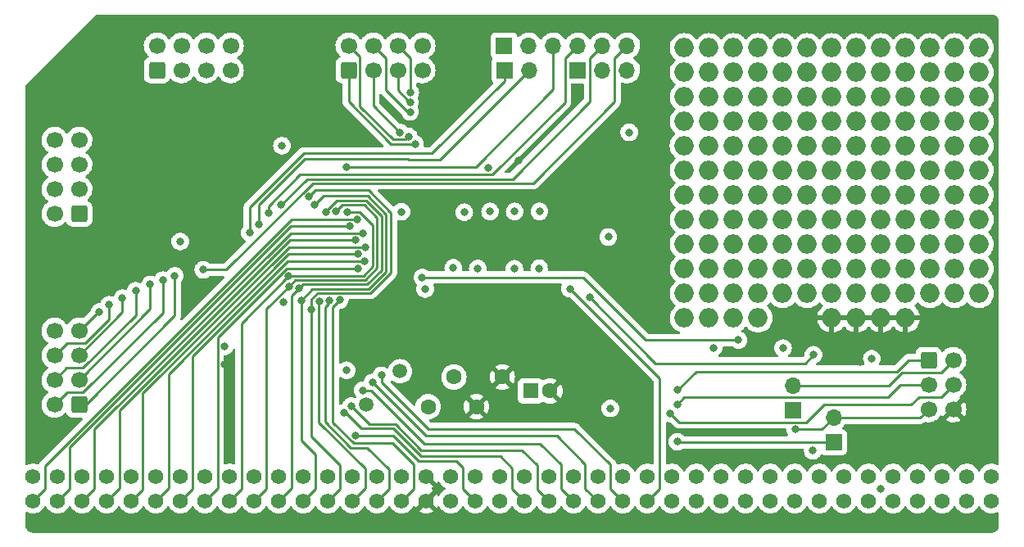
<source format=gbr>
%TF.GenerationSoftware,KiCad,Pcbnew,6.0.2+dfsg-1*%
%TF.CreationDate,2024-03-03T12:29:16-06:00*%
%TF.ProjectId,rc-duino,72632d64-7569-46e6-9f2e-6b696361645f,rev?*%
%TF.SameCoordinates,Original*%
%TF.FileFunction,Copper,L4,Bot*%
%TF.FilePolarity,Positive*%
%FSLAX46Y46*%
G04 Gerber Fmt 4.6, Leading zero omitted, Abs format (unit mm)*
G04 Created by KiCad (PCBNEW 6.0.2+dfsg-1) date 2024-03-03 12:29:16*
%MOMM*%
%LPD*%
G01*
G04 APERTURE LIST*
G04 Aperture macros list*
%AMRoundRect*
0 Rectangle with rounded corners*
0 $1 Rounding radius*
0 $2 $3 $4 $5 $6 $7 $8 $9 X,Y pos of 4 corners*
0 Add a 4 corners polygon primitive as box body*
4,1,4,$2,$3,$4,$5,$6,$7,$8,$9,$2,$3,0*
0 Add four circle primitives for the rounded corners*
1,1,$1+$1,$2,$3*
1,1,$1+$1,$4,$5*
1,1,$1+$1,$6,$7*
1,1,$1+$1,$8,$9*
0 Add four rect primitives between the rounded corners*
20,1,$1+$1,$2,$3,$4,$5,0*
20,1,$1+$1,$4,$5,$6,$7,0*
20,1,$1+$1,$6,$7,$8,$9,0*
20,1,$1+$1,$8,$9,$2,$3,0*%
G04 Aperture macros list end*
%TA.AperFunction,ComponentPad*%
%ADD10R,1.700000X1.700000*%
%TD*%
%TA.AperFunction,ComponentPad*%
%ADD11O,1.700000X1.700000*%
%TD*%
%TA.AperFunction,ComponentPad*%
%ADD12RoundRect,0.250000X-0.600000X-0.600000X0.600000X-0.600000X0.600000X0.600000X-0.600000X0.600000X0*%
%TD*%
%TA.AperFunction,ComponentPad*%
%ADD13C,1.700000*%
%TD*%
%TA.AperFunction,ComponentPad*%
%ADD14RoundRect,0.250000X0.600000X-0.600000X0.600000X0.600000X-0.600000X0.600000X-0.600000X-0.600000X0*%
%TD*%
%TA.AperFunction,ComponentPad*%
%ADD15C,1.600000*%
%TD*%
%TA.AperFunction,ComponentPad*%
%ADD16O,2.000000X2.000000*%
%TD*%
%TA.AperFunction,ComponentPad*%
%ADD17C,1.500000*%
%TD*%
%TA.AperFunction,ComponentPad*%
%ADD18C,1.574800*%
%TD*%
%TA.AperFunction,ComponentPad*%
%ADD19RoundRect,0.250000X0.600000X0.600000X-0.600000X0.600000X-0.600000X-0.600000X0.600000X-0.600000X0*%
%TD*%
%TA.AperFunction,ComponentPad*%
%ADD20R,1.600000X1.600000*%
%TD*%
%TA.AperFunction,ViaPad*%
%ADD21C,0.800000*%
%TD*%
%TA.AperFunction,Conductor*%
%ADD22C,0.250000*%
%TD*%
G04 APERTURE END LIST*
D10*
%TO.P,J2,1,Pin_1*%
%TO.N,/pg0*%
X108686600Y-40594006D03*
D11*
%TO.P,J2,2,Pin_2*%
%TO.N,/pg1*%
X111226600Y-40594006D03*
%TO.P,J2,3,Pin_3*%
%TO.N,/pg2*%
X113766600Y-40594006D03*
%TO.P,J2,4,Pin_4*%
%TO.N,/pg3*%
X116306600Y-40594006D03*
%TO.P,J2,5,Pin_5*%
%TO.N,/pg4*%
X118846600Y-40594006D03*
%TO.P,J2,6,Pin_6*%
%TO.N,/pg5*%
X121386600Y-40594006D03*
%TD*%
D12*
%TO.P,J8,1,Pin_1*%
%TO.N,prog_MISO*%
X152564188Y-73106006D03*
D13*
%TO.P,J8,2,Pin_2*%
%TO.N,prog5V*%
X155104188Y-73106006D03*
%TO.P,J8,3,Pin_3*%
%TO.N,prog_sck*%
X152564188Y-75646006D03*
%TO.P,J8,4,Pin_4*%
%TO.N,prog_MOSI*%
X155104188Y-75646006D03*
%TO.P,J8,5,Pin_5*%
%TO.N,prog_rst*%
X152564188Y-78186006D03*
%TO.P,J8,6,Pin_6*%
%TO.N,prog_gnd*%
X155104188Y-78186006D03*
%TD*%
D14*
%TO.P,J5,1,Pin_1*%
%TO.N,/pk0*%
X72808188Y-43134006D03*
D13*
%TO.P,J5,2,Pin_2*%
%TO.N,/pk1*%
X72808188Y-40594006D03*
%TO.P,J5,3,Pin_3*%
%TO.N,/pk2*%
X75348188Y-43134006D03*
%TO.P,J5,4,Pin_4*%
%TO.N,/pk3*%
X75348188Y-40594006D03*
%TO.P,J5,5,Pin_5*%
%TO.N,/pk4*%
X77888188Y-43134006D03*
%TO.P,J5,6,Pin_6*%
%TO.N,/pk5*%
X77888188Y-40594006D03*
%TO.P,J5,7,Pin_7*%
%TO.N,/pk6*%
X80428188Y-43134006D03*
%TO.P,J5,8,Pin_8*%
%TO.N,/pk7*%
X80428188Y-40594006D03*
%TD*%
D15*
%TO.P,C6,1*%
%TO.N,Net-(C6-Pad1)*%
X100838000Y-77927200D03*
%TO.P,C6,2*%
%TO.N,prog_gnd*%
X105838000Y-77927200D03*
%TD*%
D16*
%TO.P,J7,*%
%TO.N,*%
X129860505Y-66223810D03*
X152707933Y-50954346D03*
X142560505Y-61143810D03*
X147640505Y-40823810D03*
X132400505Y-45903810D03*
X152720498Y-58603810D03*
X140020505Y-43363810D03*
X150180505Y-66223810D03*
X145087940Y-50954346D03*
X155260498Y-56063810D03*
X134940505Y-53523810D03*
X150180505Y-40823810D03*
X127305291Y-50949047D03*
X152720498Y-66223810D03*
X127317856Y-63678511D03*
X157800498Y-63683810D03*
X137480505Y-61143810D03*
X129847940Y-50954346D03*
X127317856Y-40818511D03*
X127317856Y-53518511D03*
X152720498Y-63683810D03*
X145100505Y-48443810D03*
X137480505Y-58603810D03*
X147640505Y-48443810D03*
X140020505Y-40823810D03*
X134940505Y-40823810D03*
X132400505Y-48443810D03*
X145100505Y-66223810D03*
X145100505Y-56063810D03*
X142560505Y-58603810D03*
X129860505Y-45903810D03*
X134940505Y-66223810D03*
X157800498Y-61143810D03*
X152720498Y-53523810D03*
X147640505Y-56063810D03*
X132400505Y-40823810D03*
X157800498Y-40823810D03*
X150180505Y-45903810D03*
X152720498Y-61143810D03*
X140020505Y-45903810D03*
X140020505Y-58603810D03*
X129860505Y-63683810D03*
X145100505Y-45903810D03*
X145100505Y-40823810D03*
X142560505Y-40823810D03*
X155260498Y-45903810D03*
X145100505Y-43363810D03*
X150180505Y-53523810D03*
X137480505Y-45903810D03*
X145100505Y-61143810D03*
X147640505Y-63683810D03*
X127317856Y-58598511D03*
X145100505Y-58603810D03*
X129860505Y-61143810D03*
X147640505Y-58603810D03*
X152720498Y-45903810D03*
X127317856Y-45898511D03*
X142560505Y-43363810D03*
X152720498Y-56063810D03*
X140020505Y-56063810D03*
X140020505Y-63683810D03*
X140020505Y-53523810D03*
X155260498Y-43363810D03*
X155260498Y-61143810D03*
X137480505Y-43363810D03*
X140020505Y-48443810D03*
X157800498Y-45903810D03*
X134940505Y-43363810D03*
X147640505Y-53523810D03*
X157800498Y-43363810D03*
X132400505Y-58603810D03*
X142560505Y-63683810D03*
X132400505Y-53523810D03*
X155260498Y-48443810D03*
X132400505Y-66223810D03*
X127317856Y-48438511D03*
X137480505Y-66223810D03*
X134940505Y-63683810D03*
X127317856Y-56058511D03*
X157800498Y-56063810D03*
X157787933Y-50954346D03*
X147640505Y-45903810D03*
X142547940Y-50954346D03*
X127317856Y-43358511D03*
X137480505Y-53523810D03*
X155260498Y-66223810D03*
X145100505Y-63683810D03*
X134940505Y-48443810D03*
X147640505Y-43363810D03*
X152720498Y-43363810D03*
X129860505Y-40823810D03*
X134940505Y-58603810D03*
X142560505Y-45903810D03*
X134940505Y-56063810D03*
X132387940Y-50954346D03*
X150180505Y-58603810D03*
X155247933Y-50954346D03*
X137480505Y-56063810D03*
X132400505Y-63683810D03*
X157800498Y-58603810D03*
X134940505Y-45903810D03*
X140007940Y-50954346D03*
X147640505Y-66223810D03*
X142560505Y-66223810D03*
X142560505Y-53523810D03*
X155260498Y-53523810D03*
X129860505Y-48443810D03*
X134927940Y-50954346D03*
X137480505Y-40823810D03*
X145100505Y-53523810D03*
X127317856Y-66218511D03*
X140020505Y-66223810D03*
X129860505Y-56063810D03*
X152720498Y-48443810D03*
X129860505Y-53523810D03*
X142560505Y-56063810D03*
X150180505Y-63683810D03*
X150180505Y-43363810D03*
X150180505Y-48443810D03*
X150180505Y-61143810D03*
X157800498Y-66223810D03*
X137480505Y-48443810D03*
X157800498Y-53523810D03*
X155260498Y-40823810D03*
X129860505Y-43363810D03*
X147627940Y-50954346D03*
X155260498Y-63683810D03*
X127317856Y-61138511D03*
X129860505Y-58603810D03*
X134940505Y-61143810D03*
X132400505Y-61143810D03*
X137480505Y-63683810D03*
X132400505Y-56063810D03*
X155260498Y-58603810D03*
X150167940Y-50954346D03*
X157800498Y-48443810D03*
X140020505Y-61143810D03*
X142560505Y-48443810D03*
X150180505Y-56063810D03*
X147640505Y-61143810D03*
X132400505Y-43363810D03*
X137467940Y-50954346D03*
X152720498Y-40823810D03*
%TO.P,J7,1,Pin_1*%
%TO.N,VCC*%
X127317856Y-68758511D03*
X132397856Y-68758511D03*
X129857856Y-68758511D03*
X134937856Y-68758511D03*
%TO.P,J7,2,Pin_2*%
%TO.N,prog_gnd*%
X142557856Y-68758511D03*
X150177856Y-68758511D03*
X147637856Y-68758511D03*
X145097856Y-68758511D03*
%TD*%
D10*
%TO.P,J14,1,Pin_1*%
%TO.N,VCC*%
X138506200Y-78282800D03*
D11*
%TO.P,J14,2,Pin_2*%
%TO.N,prog5V*%
X138506200Y-75742800D03*
%TD*%
D17*
%TO.P,Y1,1,1*%
%TO.N,Net-(C5-Pad1)*%
X97917000Y-74269600D03*
%TO.P,Y1,2,2*%
%TO.N,Net-(C6-Pad1)*%
X94466319Y-77720281D03*
%TD*%
D10*
%TO.P,J3,1,Pin_1*%
%TO.N,/uart2_rx*%
X108736194Y-43134006D03*
D11*
%TO.P,J3,2,Pin_2*%
%TO.N,/uart2_tx*%
X111276194Y-43134006D03*
%TD*%
D14*
%TO.P,J4,1,Pin_1*%
%TO.N,/pj0*%
X92620188Y-43134006D03*
D13*
%TO.P,J4,2,Pin_2*%
%TO.N,/pj1*%
X92620188Y-40594006D03*
%TO.P,J4,3,Pin_3*%
%TO.N,/pj2*%
X95160188Y-43134006D03*
%TO.P,J4,4,Pin_4*%
%TO.N,/pj3*%
X95160188Y-40594006D03*
%TO.P,J4,5,Pin_5*%
%TO.N,/pj4*%
X97700188Y-43134006D03*
%TO.P,J4,6,Pin_6*%
%TO.N,/pj5*%
X97700188Y-40594006D03*
%TO.P,J4,7,Pin_7*%
%TO.N,/pj6*%
X100240188Y-43134006D03*
%TO.P,J4,8,Pin_8*%
%TO.N,/pj7*%
X100240188Y-40594006D03*
%TD*%
D10*
%TO.P,J13,1,Pin_1*%
%TO.N,~{RESET}*%
X142748000Y-81610200D03*
D11*
%TO.P,J13,2,Pin_2*%
%TO.N,prog_rst*%
X142748000Y-79070200D03*
%TD*%
D18*
%TO.P,U1,1,A15*%
%TO.N,Af*%
X59996578Y-87668710D03*
%TO.P,U1,2,A14*%
%TO.N,Ae*%
X62536578Y-87668710D03*
%TO.P,U1,3,A13*%
%TO.N,Ad*%
X65076578Y-87668710D03*
%TO.P,U1,4,A12*%
%TO.N,Ac*%
X67616578Y-87668710D03*
%TO.P,U1,5,A11*%
%TO.N,Ab*%
X70156578Y-87668710D03*
%TO.P,U1,6,A10*%
%TO.N,Aa*%
X72696578Y-87668710D03*
%TO.P,U1,7,A9*%
%TO.N,A9*%
X75236578Y-87668710D03*
%TO.P,U1,8,A8*%
%TO.N,A8*%
X77776578Y-87668710D03*
%TO.P,U1,9,A7*%
%TO.N,A7*%
X80316578Y-87668710D03*
%TO.P,U1,10,A6*%
%TO.N,A6*%
X82856578Y-87668710D03*
%TO.P,U1,11,A5*%
%TO.N,A5*%
X85396578Y-87668710D03*
%TO.P,U1,12,A4*%
%TO.N,A4*%
X87936578Y-87668710D03*
%TO.P,U1,13,A3*%
%TO.N,A3*%
X90476578Y-87668710D03*
%TO.P,U1,14,A2*%
%TO.N,A2*%
X93016578Y-87668710D03*
%TO.P,U1,15,A1*%
%TO.N,A1*%
X95556578Y-87668710D03*
%TO.P,U1,16,A0*%
%TO.N,A0*%
X98096578Y-87668710D03*
%TO.P,U1,17,GND*%
%TO.N,prog_gnd*%
X100636578Y-87668710D03*
%TO.P,U1,18,+5V*%
%TO.N,VCC*%
X103176578Y-87668710D03*
%TO.P,U1,19,~{M1}*%
%TO.N,M1*%
X105716578Y-87668710D03*
%TO.P,U1,20,~{RESET}*%
%TO.N,~{RESET}*%
X108256578Y-87668710D03*
%TO.P,U1,21,CLOCK*%
%TO.N,CLK*%
X110796578Y-87668710D03*
%TO.P,U1,22,~{INT}*%
%TO.N,INT*%
X113336578Y-87668710D03*
%TO.P,U1,23,~{MREQ}*%
%TO.N,MREQ*%
X115876578Y-87668710D03*
%TO.P,U1,24,~{WR}*%
%TO.N,WR*%
X118416578Y-87668710D03*
%TO.P,U1,25,~{RD}*%
%TO.N,RD*%
X120956578Y-87668710D03*
%TO.P,U1,26,~{IORQ}*%
%TO.N,~{IORQ}*%
X123496578Y-87668710D03*
%TO.P,U1,27,D0*%
%TO.N,D0*%
X126036578Y-87668710D03*
%TO.P,U1,28,D1*%
%TO.N,D1*%
X128576578Y-87668710D03*
%TO.P,U1,29,D2*%
%TO.N,D2*%
X131116578Y-87668710D03*
%TO.P,U1,30,D3*%
%TO.N,D3*%
X133656578Y-87668710D03*
%TO.P,U1,31,D4*%
%TO.N,D4*%
X136196578Y-87668710D03*
%TO.P,U1,32,D5*%
%TO.N,D5*%
X138736578Y-87668710D03*
%TO.P,U1,33,D6*%
%TO.N,D6*%
X141276578Y-87668710D03*
%TO.P,U1,34,D7*%
%TO.N,D7*%
X143816578Y-87668710D03*
%TO.P,U1,35,TX*%
%TO.N,unconnected-(U1-Pad35)*%
X146356578Y-87668710D03*
%TO.P,U1,36,RX*%
%TO.N,unconnected-(U1-Pad36)*%
X148896578Y-87668710D03*
%TO.P,U1,37,p37*%
%TO.N,unconnected-(U1-Pad37)*%
X151436578Y-87668710D03*
%TO.P,U1,38,p38*%
%TO.N,unconnected-(U1-Pad38)*%
X153976578Y-87668710D03*
%TO.P,U1,39,p39*%
%TO.N,unconnected-(U1-Pad39)*%
X156516578Y-87668710D03*
%TO.P,U1,40,p40*%
%TO.N,unconnected-(U1-Pad40)*%
X159056578Y-87668710D03*
%TO.P,U1,41,p41*%
%TO.N,unconnected-(U1-Pad41)*%
X59996578Y-85128710D03*
%TO.P,U1,42,p42*%
%TO.N,unconnected-(U1-Pad42)*%
X62536578Y-85128710D03*
%TO.P,U1,43,p43*%
%TO.N,unconnected-(U1-Pad43)*%
X65076578Y-85128710D03*
%TO.P,U1,44,p44*%
%TO.N,unconnected-(U1-Pad44)*%
X67616578Y-85128710D03*
%TO.P,U1,45,p45*%
%TO.N,unconnected-(U1-Pad45)*%
X70156578Y-85128710D03*
%TO.P,U1,46,p46*%
%TO.N,unconnected-(U1-Pad46)*%
X72696578Y-85128710D03*
%TO.P,U1,47,p47*%
%TO.N,unconnected-(U1-Pad47)*%
X75236578Y-85128710D03*
%TO.P,U1,48,p48*%
%TO.N,unconnected-(U1-Pad48)*%
X77776578Y-85128710D03*
%TO.P,U1,49,A23*%
%TO.N,unconnected-(U1-Pad49)*%
X80316578Y-85128710D03*
%TO.P,U1,50,A22*%
%TO.N,unconnected-(U1-Pad50)*%
X82856578Y-85128710D03*
%TO.P,U1,51,A21*%
%TO.N,unconnected-(U1-Pad51)*%
X85396578Y-85128710D03*
%TO.P,U1,52,A20*%
%TO.N,unconnected-(U1-Pad52)*%
X87936578Y-85128710D03*
%TO.P,U1,53,A19*%
%TO.N,unconnected-(U1-Pad53)*%
X90476578Y-85128710D03*
%TO.P,U1,54,A18*%
%TO.N,unconnected-(U1-Pad54)*%
X93016578Y-85128710D03*
%TO.P,U1,55,A17*%
%TO.N,unconnected-(U1-Pad55)*%
X95556578Y-85128710D03*
%TO.P,U1,56,A16*%
%TO.N,unconnected-(U1-Pad56)*%
X98096578Y-85128710D03*
%TO.P,U1,57,GND*%
%TO.N,prog_gnd*%
X100636578Y-85128710D03*
%TO.P,U1,58,+5V*%
%TO.N,VCC*%
X103176578Y-85128710D03*
%TO.P,U1,59,~{RFSH}*%
%TO.N,unconnected-(U1-Pad59)*%
X105716578Y-85128710D03*
%TO.P,U1,60,PAGE*%
%TO.N,unconnected-(U1-Pad60)*%
X108256578Y-85128710D03*
%TO.P,U1,61,CLOCK2*%
%TO.N,unconnected-(U1-Pad61)*%
X110796578Y-85128710D03*
%TO.P,U1,62,~{BUSACK}*%
%TO.N,BusAck*%
X113336578Y-85128710D03*
%TO.P,U1,63,~{HALT}*%
%TO.N,Halt*%
X115876578Y-85128710D03*
%TO.P,U1,64,~{BUSRQ}*%
%TO.N,BusRQ*%
X118416578Y-85128710D03*
%TO.P,U1,65,~{WAIT}*%
%TO.N,~{WAIT}*%
X120956578Y-85128710D03*
%TO.P,U1,66,~{NMI}*%
%TO.N,NMI*%
X123496578Y-85128710D03*
%TO.P,U1,67,D8*%
%TO.N,unconnected-(U1-Pad67)*%
X126036578Y-85128710D03*
%TO.P,U1,68,D9*%
%TO.N,unconnected-(U1-Pad68)*%
X128576578Y-85128710D03*
%TO.P,U1,69,D10*%
%TO.N,unconnected-(U1-Pad69)*%
X131116578Y-85128710D03*
%TO.P,U1,70,D11*%
%TO.N,unconnected-(U1-Pad70)*%
X133656578Y-85128710D03*
%TO.P,U1,71,D12*%
%TO.N,unconnected-(U1-Pad71)*%
X136196578Y-85128710D03*
%TO.P,U1,72,D13*%
%TO.N,unconnected-(U1-Pad72)*%
X138736578Y-85128710D03*
%TO.P,U1,73,D14*%
%TO.N,unconnected-(U1-Pad73)*%
X141276578Y-85128710D03*
%TO.P,U1,74,D15*%
%TO.N,unconnected-(U1-Pad74)*%
X143816578Y-85128710D03*
%TO.P,U1,75,TX2*%
%TO.N,unconnected-(U1-Pad75)*%
X146356578Y-85128710D03*
%TO.P,U1,76,RX2*%
%TO.N,unconnected-(U1-Pad76)*%
X148896578Y-85128710D03*
%TO.P,U1,77,p77*%
%TO.N,unconnected-(U1-Pad77)*%
X151436578Y-85128710D03*
%TO.P,U1,78,p78*%
%TO.N,unconnected-(U1-Pad78)*%
X153976578Y-85128710D03*
%TO.P,U1,79,p79*%
%TO.N,unconnected-(U1-Pad79)*%
X156516578Y-85128710D03*
%TO.P,U1,80,p80*%
%TO.N,unconnected-(U1-Pad80)*%
X159056578Y-85128710D03*
%TD*%
D19*
%TO.P,J10,1,Pin_1*%
%TO.N,/pf0*%
X64771788Y-57982221D03*
D13*
%TO.P,J10,2,Pin_2*%
%TO.N,/pf1*%
X62231788Y-57982221D03*
%TO.P,J10,3,Pin_3*%
%TO.N,/pf2*%
X64771788Y-55442221D03*
%TO.P,J10,4,Pin_4*%
%TO.N,/pf3*%
X62231788Y-55442221D03*
%TO.P,J10,5,Pin_5*%
%TO.N,/pf4*%
X64771788Y-52902221D03*
%TO.P,J10,6,Pin_6*%
%TO.N,/pf5*%
X62231788Y-52902221D03*
%TO.P,J10,7,Pin_7*%
%TO.N,/pf6*%
X64771788Y-50362221D03*
%TO.P,J10,8,Pin_8*%
%TO.N,/pf7*%
X62231788Y-50362221D03*
%TD*%
D20*
%TO.P,47uf1,1*%
%TO.N,VCC*%
X111421449Y-76312200D03*
D15*
%TO.P,47uf1,2*%
%TO.N,prog_gnd*%
X113421449Y-76312200D03*
%TD*%
%TO.P,C5,1*%
%TO.N,Net-(C5-Pad1)*%
X103505000Y-74853800D03*
%TO.P,C5,2*%
%TO.N,prog_gnd*%
X108505000Y-74853800D03*
%TD*%
D10*
%TO.P,J1,1,Pin_1*%
%TO.N,/SCL*%
X116306600Y-43134006D03*
D11*
%TO.P,J1,2,Pin_2*%
%TO.N,/SDA*%
X118846600Y-43134006D03*
%TO.P,J1,3,Pin_3*%
%TO.N,/i2c int*%
X121386600Y-43134006D03*
%TD*%
D19*
%TO.P,J6,1,Pin_1*%
%TO.N,/pe0*%
X64771788Y-77711906D03*
D13*
%TO.P,J6,2,Pin_2*%
%TO.N,/pe1*%
X62231788Y-77711906D03*
%TO.P,J6,3,Pin_3*%
%TO.N,/pe2*%
X64771788Y-75171906D03*
%TO.P,J6,4,Pin_4*%
%TO.N,/pe3*%
X62231788Y-75171906D03*
%TO.P,J6,5,Pin_5*%
%TO.N,/pe4*%
X64771788Y-72631906D03*
%TO.P,J6,6,Pin_6*%
%TO.N,/pe5*%
X62231788Y-72631906D03*
%TO.P,J6,7,Pin_7*%
%TO.N,/pe6*%
X64771788Y-70091906D03*
%TO.P,J6,8,Pin_8*%
%TO.N,/pe7*%
X62231788Y-70091906D03*
%TD*%
D21*
%TO.N,VCC*%
X119454122Y-60389106D03*
X75211188Y-60846306D03*
X79796488Y-71704200D03*
X137515600Y-71869906D03*
X92405200Y-74168000D03*
X107075654Y-53215078D03*
X146685000Y-72962106D03*
X85726788Y-50940306D03*
X98071188Y-57772906D03*
X121616988Y-49568706D03*
%TO.N,prog_gnd*%
X75134988Y-59347706D03*
X79796488Y-73583800D03*
X119706988Y-74313306D03*
X99010988Y-56680706D03*
X145491200Y-73266906D03*
X113488988Y-60998706D03*
X119253000Y-55944106D03*
X94488000Y-73482200D03*
X140690600Y-71107906D03*
X84774288Y-50038606D03*
X113588800Y-63513306D03*
X110159800Y-52489706D03*
X118441988Y-50076706D03*
X146380200Y-80683700D03*
%TO.N,prog_rst*%
X130341843Y-71830063D03*
X85852000Y-67137006D03*
X138793390Y-80281610D03*
X119666188Y-78113306D03*
%TO.N,/uart2_rx*%
X82402200Y-59948806D03*
%TO.N,/uart2_tx*%
X83342000Y-59059806D03*
%TO.N,/pj0*%
X99478188Y-50754006D03*
%TO.N,/pj1*%
X98827033Y-49995717D03*
%TO.N,/pj2*%
X97918445Y-49579215D03*
%TO.N,/pj3*%
X98970188Y-47453711D03*
%TO.N,/pj4*%
X98969777Y-46454209D03*
%TO.N,/pj5*%
X98992335Y-45454961D03*
%TO.N,/pe0*%
X74652378Y-64402310D03*
%TO.N,/pe1*%
X73407778Y-64859510D03*
%TO.N,/pe2*%
X72112378Y-65291310D03*
%TO.N,/pe3*%
X70613778Y-65951710D03*
%TO.N,/pe4*%
X69242178Y-66713710D03*
%TO.N,/pe5*%
X67845178Y-67399510D03*
%TO.N,/pe6*%
X66854578Y-68136110D03*
%TO.N,Af*%
X93473788Y-58534906D03*
%TO.N,Ae*%
X92781024Y-59259406D03*
%TO.N,Ad*%
X94083388Y-59983906D03*
%TO.N,Ac*%
X93372188Y-60708406D03*
%TO.N,Ab*%
X94388188Y-61432906D03*
%TO.N,Aa*%
X93613998Y-62163193D03*
%TO.N,A9*%
X94283325Y-62905492D03*
%TO.N,A8*%
X93591062Y-63626447D03*
%TO.N,A7*%
X86398700Y-64453106D03*
X92483188Y-57798306D03*
X104571800Y-57823706D03*
%TO.N,A6*%
X91263988Y-57747506D03*
X107238800Y-57747506D03*
X86436200Y-65481200D03*
%TO.N,A5*%
X90265867Y-57800039D03*
X109778800Y-57747506D03*
X87503000Y-65659000D03*
%TO.N,A4*%
X89110113Y-57087106D03*
X87706200Y-66929000D03*
X112344200Y-57747506D03*
%TO.N,A3*%
X88546084Y-56217115D03*
X88798400Y-67903207D03*
X112318800Y-63614906D03*
%TO.N,A2*%
X89638456Y-67055856D03*
X109753400Y-63665706D03*
%TO.N,A1*%
X90631317Y-66940823D03*
X105968800Y-63640306D03*
%TO.N,A0*%
X103428800Y-63564106D03*
X91692550Y-66904189D03*
%TO.N,M1*%
X93368940Y-80910722D03*
%TO.N,CLK*%
X147611188Y-86441006D03*
X92141439Y-78553355D03*
%TO.N,INT*%
X92876668Y-77876247D03*
%TO.N,MREQ*%
X94056200Y-76250800D03*
%TO.N,WR*%
X95072200Y-75438000D03*
%TO.N,RD*%
X96012000Y-74701400D03*
%TO.N,~{IORQ}*%
X100533200Y-65773906D03*
X115519200Y-65748506D03*
%TO.N,/pg2*%
X92403688Y-53124706D03*
%TO.N,/pg3*%
X84338899Y-57925306D03*
%TO.N,~{portIOrequest}*%
X117551200Y-66637506D03*
X140665200Y-72555706D03*
%TO.N,prog_MISO*%
X126605648Y-76225452D03*
%TO.N,prog_sck*%
X126605700Y-77673200D03*
%TO.N,prog_MOSI*%
X125881200Y-78626306D03*
%TO.N,~{WAIT}*%
X140589000Y-82478606D03*
%TO.N,~{IO_addr_comp}*%
X100228400Y-64580106D03*
X132905856Y-71044511D03*
%TO.N,~{RESET}*%
X126593600Y-81559400D03*
%TO.N,/pg4*%
X85631801Y-57082201D03*
%TO.N,/pg5*%
X77597000Y-63779400D03*
%TD*%
D22*
%TO.N,prog_MISO*%
X149290179Y-74293799D02*
X128537301Y-74293799D01*
X150477972Y-73106006D02*
X149290179Y-74293799D01*
X128537301Y-74293799D02*
X126605648Y-76225452D01*
X152564188Y-73106006D02*
X150477972Y-73106006D01*
%TO.N,A8*%
X86189247Y-63626447D02*
X93591062Y-63626447D01*
X79071988Y-86384008D02*
X79071988Y-70743706D01*
X77743839Y-87712157D02*
X79071988Y-86384008D01*
X79071988Y-70743706D02*
X86189247Y-63626447D01*
%TO.N,A9*%
X76481188Y-72698802D02*
X86292196Y-62887794D01*
%TO.N,Aa*%
X86381093Y-62163193D02*
X93613998Y-62163193D01*
%TO.N,A9*%
X86292196Y-62887794D02*
X94265627Y-62887794D01*
%TO.N,Aa*%
X73990200Y-74554086D02*
X86381093Y-62163193D01*
X72663839Y-87712157D02*
X73990200Y-86385796D01*
%TO.N,A9*%
X94265627Y-62887794D02*
X94283325Y-62905492D01*
X76481188Y-86434808D02*
X76481188Y-72698802D01*
%TO.N,Aa*%
X73990200Y-86385796D02*
X73990200Y-74554086D01*
%TO.N,A9*%
X75203839Y-87712157D02*
X76481188Y-86434808D01*
%TO.N,A5*%
X86703501Y-66458499D02*
X87503000Y-65659000D01*
X86703501Y-86372495D02*
X86703501Y-66458499D01*
X85363839Y-87712157D02*
X86703501Y-86372495D01*
%TO.N,/pg3*%
X114985800Y-41914806D02*
X114985800Y-46444506D01*
X114985800Y-46444506D02*
X107490728Y-53939578D01*
X107490728Y-53939578D02*
X87614622Y-53939578D01*
X84338899Y-57215301D02*
X84338899Y-57925306D01*
X87614622Y-53939578D02*
X84338899Y-57215301D01*
X116306600Y-40594006D02*
X114985800Y-41914806D01*
%TO.N,prog_sck*%
X152564188Y-75646006D02*
X149675394Y-75646006D01*
X149675394Y-75646006D02*
X148346905Y-76974495D01*
%TO.N,prog_MOSI*%
X151548188Y-76916006D02*
X150727699Y-77736495D01*
X155104188Y-75646006D02*
X153834188Y-76916006D01*
X150727699Y-77736495D02*
X141732811Y-77736495D01*
X126812003Y-79557109D02*
X125881200Y-78626306D01*
X153834188Y-76916006D02*
X151548188Y-76916006D01*
X141732811Y-77736495D02*
X139912197Y-79557109D01*
%TO.N,prog_sck*%
X148346905Y-76974495D02*
X127304405Y-76974495D01*
%TO.N,prog_MOSI*%
X139912197Y-79557109D02*
X126812003Y-79557109D01*
%TO.N,prog_sck*%
X127304405Y-76974495D02*
X126605700Y-77673200D01*
%TO.N,prog_rst*%
X152564188Y-78186006D02*
X151679994Y-79070200D01*
X142748000Y-79070200D02*
X141536590Y-80281610D01*
X151679994Y-79070200D02*
X142748000Y-79070200D01*
X141536590Y-80281610D02*
X138793390Y-80281610D01*
%TO.N,/uart2_rx*%
X88002299Y-51732507D02*
X101237693Y-51732507D01*
X82402200Y-59948806D02*
X82402200Y-57332606D01*
X108736194Y-44234006D02*
X108736194Y-43134006D01*
X82402200Y-57332606D02*
X88002299Y-51732507D01*
X101237693Y-51732507D02*
X108736194Y-44234006D01*
%TO.N,/uart2_tx*%
X83342000Y-57028510D02*
X88092504Y-52278006D01*
X102024882Y-52385318D02*
X111276194Y-43134006D01*
X88092504Y-52278006D02*
X98754509Y-52278006D01*
X98861821Y-52385318D02*
X102024882Y-52385318D01*
X98754509Y-52278006D02*
X98861821Y-52385318D01*
X83342000Y-59059806D02*
X83342000Y-57028510D01*
%TO.N,/pj0*%
X92620188Y-43134006D02*
X92620188Y-46396398D01*
X96977796Y-50754006D02*
X99478188Y-50754006D01*
X92620188Y-46396398D02*
X96977796Y-50754006D01*
%TO.N,/pj1*%
X98518255Y-50304495D02*
X98827033Y-49995717D01*
X92620188Y-40594006D02*
X93794708Y-41768526D01*
X93794708Y-41768526D02*
X93794708Y-46874238D01*
X93794708Y-46874238D02*
X97224965Y-50304495D01*
X97224965Y-50304495D02*
X98518255Y-50304495D01*
%TO.N,/pj2*%
X95160188Y-43134006D02*
X95160188Y-46820958D01*
X95160188Y-46820958D02*
X97918445Y-49579215D01*
%TO.N,/pj3*%
X95160188Y-40594006D02*
X96430188Y-41864006D01*
X98717893Y-47453711D02*
X98970188Y-47453711D01*
X96430188Y-41864006D02*
X96430188Y-45166006D01*
X96430188Y-45166006D02*
X98717893Y-47453711D01*
%TO.N,/pj4*%
X97700188Y-43134006D02*
X97700188Y-45187414D01*
X98969777Y-46445661D02*
X98969777Y-46454209D01*
X97700188Y-45187414D02*
X98692236Y-46179462D01*
X98692236Y-46179462D02*
X98703578Y-46179462D01*
X98703578Y-46179462D02*
X98969777Y-46445661D01*
%TO.N,/pj5*%
X98992335Y-41886153D02*
X98992335Y-45454961D01*
X97700188Y-40594006D02*
X98992335Y-41886153D01*
%TO.N,/pe0*%
X65457582Y-77711906D02*
X64771788Y-77711906D01*
X74652378Y-64402310D02*
X74652378Y-68517110D01*
X74652378Y-68517110D02*
X65457582Y-77711906D01*
%TO.N,/pe1*%
X73407778Y-68196926D02*
X65162794Y-76441910D01*
X65162794Y-76441910D02*
X63501784Y-76441910D01*
X73407778Y-64859510D02*
X73407778Y-68196926D01*
X63501784Y-76441910D02*
X62231788Y-77711906D01*
%TO.N,/pe2*%
X72112378Y-65291310D02*
X72112378Y-67831316D01*
X72112378Y-67831316D02*
X64771788Y-75171906D01*
%TO.N,/pe3*%
X65137394Y-73927310D02*
X63476384Y-73927310D01*
X70613778Y-68450926D02*
X65137394Y-73927310D01*
X63476384Y-73927310D02*
X62231788Y-75171906D01*
X70613778Y-65951710D02*
X70613778Y-68450926D01*
%TO.N,/pe4*%
X69242178Y-68161516D02*
X64771788Y-72631906D01*
X69242178Y-66713710D02*
X69242178Y-68161516D01*
%TO.N,/pe5*%
X67845178Y-68922812D02*
X65431480Y-71336510D01*
X67845178Y-67399510D02*
X67845178Y-68922812D01*
X63527184Y-71336510D02*
X62231788Y-72631906D01*
X65431480Y-71336510D02*
X63527184Y-71336510D01*
%TO.N,/pe6*%
X66727584Y-68136110D02*
X66854578Y-68136110D01*
X64771788Y-70091906D02*
X66727584Y-68136110D01*
%TO.N,Af*%
X61215788Y-86460208D02*
X59963839Y-87712157D01*
X61215788Y-84054653D02*
X61215788Y-86460208D01*
X86735535Y-58534906D02*
X61215788Y-84054653D01*
X93473788Y-58534906D02*
X86735535Y-58534906D01*
%TO.N,Ae*%
X86672071Y-59259406D02*
X63781188Y-82150289D01*
X63781188Y-82150289D02*
X63781188Y-86434808D01*
X92781024Y-59259406D02*
X86672071Y-59259406D01*
X63781188Y-86434808D02*
X62503839Y-87712157D01*
%TO.N,Ad*%
X94083388Y-59983906D02*
X86653178Y-59983906D01*
X86653178Y-59983906D02*
X66346588Y-80290496D01*
X66346588Y-86409408D02*
X65043839Y-87712157D01*
X66346588Y-80290496D02*
X66346588Y-86409408D01*
%TO.N,Ac*%
X86564412Y-60708406D02*
X68937388Y-78335430D01*
X93372188Y-60708406D02*
X86564412Y-60708406D01*
X68937388Y-86358608D02*
X67583839Y-87712157D01*
X68937388Y-78335430D02*
X68937388Y-86358608D01*
%TO.N,Ab*%
X71350388Y-86485608D02*
X70123839Y-87712157D01*
X86475646Y-61432906D02*
X71350388Y-76558164D01*
X71350388Y-76558164D02*
X71350388Y-86485608D01*
X94388188Y-61432906D02*
X86475646Y-61432906D01*
%TO.N,A7*%
X81535788Y-69316018D02*
X86398700Y-64453106D01*
X92483188Y-57798306D02*
X93761802Y-57798306D01*
X95124788Y-59161292D02*
X95124788Y-63411706D01*
X93761802Y-57798306D02*
X95124788Y-59161292D01*
X94159588Y-64376906D02*
X86474900Y-64376906D01*
X86474900Y-64376906D02*
X86398700Y-64453106D01*
X95124788Y-63411706D02*
X94159588Y-64376906D01*
X80283839Y-87712157D02*
X81535788Y-86460208D01*
X81535788Y-86460208D02*
X81535788Y-69316018D01*
%TO.N,A6*%
X82823839Y-87712157D02*
X84101188Y-86434808D01*
X91937699Y-57073795D02*
X94247877Y-57073795D01*
X94341056Y-64831155D02*
X90833872Y-64831155D01*
X91263988Y-57747506D02*
X91937699Y-57073795D01*
X90833872Y-64831155D02*
X87086242Y-64831158D01*
X84101188Y-67816212D02*
X86436200Y-65481200D01*
X87086242Y-64831158D02*
X86436200Y-65481200D01*
X95574308Y-63597903D02*
X94341056Y-64831155D01*
X84101188Y-86434808D02*
X84101188Y-67816212D01*
X95574308Y-58400226D02*
X95574308Y-63597903D01*
X94247877Y-57073795D02*
X95574308Y-58400226D01*
%TO.N,A5*%
X94527262Y-65280666D02*
X87881332Y-65280668D01*
X90265867Y-57721013D02*
X91382374Y-56604506D01*
X94414306Y-56604506D02*
X96023828Y-58214028D01*
X96023828Y-58214028D02*
X96023828Y-63784101D01*
X91382374Y-56604506D02*
X94414306Y-56604506D01*
X96023828Y-63784101D02*
X94527262Y-65280666D01*
X87881332Y-65280668D02*
X87503000Y-65659000D01*
X90265867Y-57800039D02*
X90265867Y-57721013D01*
%TO.N,A4*%
X89110113Y-57087106D02*
X90042233Y-56154986D01*
X88880772Y-65754428D02*
X87706200Y-66929000D01*
X94600504Y-56154986D02*
X96473348Y-58027830D01*
X96473348Y-58027830D02*
X96473348Y-63970299D01*
X87706200Y-81411806D02*
X87706200Y-66929000D01*
X90042233Y-56154986D02*
X94600504Y-56154986D01*
X88944812Y-65730178D02*
X88920562Y-65754428D01*
X94713468Y-65730177D02*
X88944812Y-65730178D01*
X96473348Y-63970299D02*
X94713468Y-65730177D01*
X88920562Y-65754428D02*
X88880772Y-65754428D01*
X89154000Y-82859606D02*
X87706200Y-81411806D01*
X89154000Y-86461996D02*
X89154000Y-82859606D01*
X87903839Y-87712157D02*
X89154000Y-86461996D01*
%TO.N,A3*%
X88798400Y-81030806D02*
X88798400Y-67903207D01*
X94648746Y-55567511D02*
X97004388Y-57923153D01*
X94899674Y-66179688D02*
X89427924Y-66179688D01*
X89427924Y-66179688D02*
X88798400Y-66809212D01*
X91719400Y-86425888D02*
X91719400Y-83951806D01*
X97004388Y-57923153D02*
X97004388Y-64074974D01*
X89195688Y-55567511D02*
X94648746Y-55567511D01*
X91719400Y-83951806D02*
X88798400Y-81030806D01*
X90476578Y-87668710D02*
X91719400Y-86425888D01*
X88546084Y-56217115D02*
X89195688Y-55567511D01*
X88798400Y-66809212D02*
X88798400Y-67903207D01*
X97004388Y-64074974D02*
X94899674Y-66179688D01*
%TO.N,A2*%
X94335600Y-84307406D02*
X89560400Y-79532206D01*
X93016578Y-87668710D02*
X94335600Y-86349688D01*
X89560400Y-67133912D02*
X89638456Y-67055856D01*
X89560400Y-79532206D02*
X89560400Y-67133912D01*
X94335600Y-86349688D02*
X94335600Y-84307406D01*
%TO.N,A1*%
X90631317Y-67132440D02*
X90631317Y-66940823D01*
X95556578Y-87668710D02*
X96774000Y-86451288D01*
X92837704Y-82173806D02*
X90163512Y-79499614D01*
X90163512Y-67609960D02*
X90424667Y-67348805D01*
X96774000Y-86451288D02*
X96774000Y-84434406D01*
X90163512Y-79499614D02*
X90163512Y-67609960D01*
X90424667Y-67339090D02*
X90631317Y-67132440D01*
X90424667Y-67348805D02*
X90424667Y-67339090D01*
X96774000Y-84434406D02*
X94513400Y-82173806D01*
X94513400Y-82173806D02*
X92837704Y-82173806D01*
%TO.N,A0*%
X93157913Y-81724295D02*
X90999524Y-79565906D01*
X97162689Y-81724295D02*
X93157913Y-81724295D01*
X99364800Y-83926406D02*
X97162689Y-81724295D01*
X98096578Y-87668710D02*
X99364800Y-86400488D01*
X99364800Y-86400488D02*
X99364800Y-83926406D01*
X90999524Y-79565906D02*
X90999524Y-67597215D01*
X90999524Y-67597215D02*
X91692550Y-66904189D01*
%TO.N,M1*%
X99872800Y-83570806D02*
X97212716Y-80910722D01*
X97212716Y-80910722D02*
X93368940Y-80910722D01*
X105683839Y-87712157D02*
X104394000Y-86422318D01*
X104394000Y-84231206D02*
X103733600Y-83570806D01*
X103733600Y-83570806D02*
X99872800Y-83570806D01*
X104394000Y-86422318D02*
X104394000Y-84231206D01*
%TO.N,CLK*%
X93944029Y-80196949D02*
X92300435Y-78553355D01*
X92300435Y-78553355D02*
X92141439Y-78553355D01*
X109499400Y-84277200D02*
X108305600Y-83083400D01*
X108305600Y-83083400D02*
X100147394Y-83083400D01*
X97260943Y-80196949D02*
X93944029Y-80196949D01*
X109499400Y-86447718D02*
X109499400Y-84277200D01*
X100147394Y-83083400D02*
X97260943Y-80196949D01*
X110763839Y-87712157D02*
X109499400Y-86447718D01*
%TO.N,INT*%
X112090200Y-86498518D02*
X112090200Y-83997800D01*
X97447136Y-79747438D02*
X94747860Y-79747439D01*
X113303839Y-87712157D02*
X112090200Y-86498518D01*
X112090200Y-83997800D02*
X110540800Y-82448400D01*
X100148098Y-82448400D02*
X97447136Y-79747438D01*
X110540800Y-82448400D02*
X100148098Y-82448400D01*
X94747860Y-79747439D02*
X92876668Y-77876247D01*
%TO.N,MREQ*%
X100431600Y-81762600D02*
X94919800Y-76250800D01*
X112420400Y-81762600D02*
X100431600Y-81762600D01*
X114579400Y-83921600D02*
X112420400Y-81762600D01*
X115843839Y-87712157D02*
X114579400Y-86447718D01*
X114579400Y-86447718D02*
X114579400Y-83921600D01*
X94919800Y-76250800D02*
X94056200Y-76250800D01*
%TO.N,WR*%
X100584000Y-80949800D02*
X95072200Y-75438000D01*
X114147600Y-80949800D02*
X100584000Y-80949800D01*
X117068600Y-83870800D02*
X114147600Y-80949800D01*
X118383839Y-87712157D02*
X117068600Y-86396918D01*
X117068600Y-86396918D02*
X117068600Y-83870800D01*
%TO.N,RD*%
X100863400Y-80238600D02*
X115976400Y-80238600D01*
X115976400Y-80238600D02*
X119671188Y-83933388D01*
X96012000Y-75387200D02*
X100863400Y-80238600D01*
X96012000Y-74701400D02*
X96012000Y-75387200D01*
X119671188Y-86459506D02*
X120923839Y-87712157D01*
X119671188Y-83933388D02*
X119671188Y-86459506D01*
%TO.N,~{IORQ}*%
X124764800Y-86411196D02*
X124764800Y-74994106D01*
X123463839Y-87712157D02*
X124764800Y-86411196D01*
X124764800Y-74994106D02*
X115519200Y-65748506D01*
%TO.N,/pg2*%
X105765600Y-53124706D02*
X92403688Y-53124706D01*
X113766600Y-40594006D02*
X113766600Y-45123706D01*
X113766600Y-45123706D02*
X105765600Y-53124706D01*
%TO.N,~{portIOrequest}*%
X140665200Y-72555706D02*
X139776200Y-73444706D01*
X139776200Y-73444706D02*
X124358400Y-73444706D01*
X124358400Y-73444706D02*
X117551200Y-66637506D01*
%TO.N,~{IO_addr_comp}*%
X100228400Y-64580106D02*
X116840000Y-64580106D01*
X123304405Y-71044511D02*
X132905856Y-71044511D01*
X116840000Y-64580106D02*
X123304405Y-71044511D01*
%TO.N,~{RESET}*%
X126644400Y-81610200D02*
X142748000Y-81610200D01*
X126593600Y-81559400D02*
X126644400Y-81610200D01*
%TO.N,prog5V*%
X149843676Y-74376006D02*
X153834188Y-74376006D01*
X148476882Y-75742800D02*
X149843676Y-74376006D01*
X138506200Y-75742800D02*
X148476882Y-75742800D01*
X153834188Y-74376006D02*
X155104188Y-73106006D01*
%TO.N,/pg4*%
X117576600Y-41864006D02*
X117576600Y-46393706D01*
X109581217Y-54389089D02*
X88324913Y-54389089D01*
X117576600Y-46393706D02*
X109581217Y-54389089D01*
X118846600Y-40594006D02*
X117576600Y-41864006D01*
X88324913Y-54389089D02*
X85631801Y-57082201D01*
%TO.N,/pg5*%
X79959200Y-63779400D02*
X88900000Y-54838600D01*
X77597000Y-63779400D02*
X79959200Y-63779400D01*
X88900000Y-54838600D02*
X111671706Y-54838600D01*
X111671706Y-54838600D02*
X120116600Y-46393706D01*
X120116600Y-41864006D02*
X121386600Y-40594006D01*
X120116600Y-46393706D02*
X120116600Y-41864006D01*
%TD*%
%TA.AperFunction,Conductor*%
%TO.N,prog_gnd*%
G36*
X100680610Y-84829634D02*
G01*
X100725673Y-84858595D01*
X101701819Y-85834740D01*
X101713594Y-85841170D01*
X101725608Y-85831875D01*
X101759558Y-85783389D01*
X101765036Y-85773899D01*
X101792107Y-85715846D01*
X101839024Y-85662561D01*
X101907301Y-85643100D01*
X101975261Y-85663642D01*
X102020497Y-85715846D01*
X102047683Y-85774148D01*
X102047686Y-85774153D01*
X102050009Y-85779135D01*
X102180069Y-85964880D01*
X102340408Y-86125219D01*
X102344916Y-86128376D01*
X102344919Y-86128378D01*
X102516456Y-86248489D01*
X102526153Y-86255279D01*
X102531135Y-86257602D01*
X102531140Y-86257605D01*
X102588850Y-86284515D01*
X102642135Y-86331432D01*
X102661596Y-86399709D01*
X102641054Y-86467669D01*
X102588850Y-86512905D01*
X102579179Y-86517415D01*
X102531140Y-86539815D01*
X102531135Y-86539818D01*
X102526153Y-86542141D01*
X102521646Y-86545297D01*
X102521644Y-86545298D01*
X102344919Y-86669042D01*
X102344916Y-86669044D01*
X102340408Y-86672201D01*
X102180069Y-86832540D01*
X102176912Y-86837048D01*
X102176910Y-86837051D01*
X102053166Y-87013776D01*
X102050009Y-87018285D01*
X102047686Y-87023267D01*
X102047683Y-87023272D01*
X102020497Y-87081574D01*
X101973580Y-87134859D01*
X101905303Y-87154320D01*
X101837343Y-87133778D01*
X101792107Y-87081574D01*
X101765036Y-87023521D01*
X101759558Y-87014031D01*
X101725021Y-86964707D01*
X101714545Y-86956333D01*
X101701098Y-86963401D01*
X101008599Y-87655899D01*
X101000986Y-87669842D01*
X101001117Y-87671676D01*
X101005368Y-87678290D01*
X101701823Y-88374744D01*
X101713593Y-88381171D01*
X101725608Y-88371875D01*
X101759558Y-88323389D01*
X101765036Y-88313899D01*
X101792107Y-88255846D01*
X101839024Y-88202561D01*
X101907301Y-88183100D01*
X101975261Y-88203642D01*
X102020497Y-88255846D01*
X102047683Y-88314148D01*
X102047686Y-88314153D01*
X102050009Y-88319135D01*
X102053165Y-88323642D01*
X102053166Y-88323644D01*
X102087525Y-88372713D01*
X102180069Y-88504880D01*
X102340408Y-88665219D01*
X102344916Y-88668376D01*
X102344919Y-88668378D01*
X102521027Y-88791690D01*
X102526153Y-88795279D01*
X102531135Y-88797602D01*
X102531140Y-88797605D01*
X102633112Y-88845155D01*
X102731661Y-88891109D01*
X102736969Y-88892531D01*
X102736971Y-88892532D01*
X102945373Y-88948373D01*
X102945375Y-88948373D01*
X102950688Y-88949797D01*
X103176578Y-88969560D01*
X103402468Y-88949797D01*
X103407781Y-88948373D01*
X103407783Y-88948373D01*
X103616185Y-88892532D01*
X103616187Y-88892531D01*
X103621495Y-88891109D01*
X103720044Y-88845155D01*
X103822016Y-88797605D01*
X103822021Y-88797602D01*
X103827003Y-88795279D01*
X103832129Y-88791690D01*
X104008237Y-88668378D01*
X104008240Y-88668376D01*
X104012748Y-88665219D01*
X104173087Y-88504880D01*
X104265632Y-88372713D01*
X104299990Y-88323644D01*
X104299991Y-88323642D01*
X104303147Y-88319135D01*
X104305470Y-88314153D01*
X104305473Y-88314148D01*
X104332383Y-88256438D01*
X104379300Y-88203153D01*
X104447577Y-88183692D01*
X104515537Y-88204234D01*
X104560773Y-88256438D01*
X104587683Y-88314148D01*
X104587686Y-88314153D01*
X104590009Y-88319135D01*
X104593165Y-88323642D01*
X104593166Y-88323644D01*
X104627525Y-88372713D01*
X104720069Y-88504880D01*
X104880408Y-88665219D01*
X104884916Y-88668376D01*
X104884919Y-88668378D01*
X105061027Y-88791690D01*
X105066153Y-88795279D01*
X105071135Y-88797602D01*
X105071140Y-88797605D01*
X105173112Y-88845155D01*
X105271661Y-88891109D01*
X105276969Y-88892531D01*
X105276971Y-88892532D01*
X105485373Y-88948373D01*
X105485375Y-88948373D01*
X105490688Y-88949797D01*
X105716578Y-88969560D01*
X105942468Y-88949797D01*
X105947781Y-88948373D01*
X105947783Y-88948373D01*
X106156185Y-88892532D01*
X106156187Y-88892531D01*
X106161495Y-88891109D01*
X106260044Y-88845155D01*
X106362016Y-88797605D01*
X106362021Y-88797602D01*
X106367003Y-88795279D01*
X106372129Y-88791690D01*
X106548237Y-88668378D01*
X106548240Y-88668376D01*
X106552748Y-88665219D01*
X106713087Y-88504880D01*
X106805632Y-88372713D01*
X106839990Y-88323644D01*
X106839991Y-88323642D01*
X106843147Y-88319135D01*
X106845470Y-88314153D01*
X106845473Y-88314148D01*
X106872383Y-88256438D01*
X106919300Y-88203153D01*
X106987577Y-88183692D01*
X107055537Y-88204234D01*
X107100773Y-88256438D01*
X107127683Y-88314148D01*
X107127686Y-88314153D01*
X107130009Y-88319135D01*
X107133165Y-88323642D01*
X107133166Y-88323644D01*
X107167525Y-88372713D01*
X107260069Y-88504880D01*
X107420408Y-88665219D01*
X107424916Y-88668376D01*
X107424919Y-88668378D01*
X107601027Y-88791690D01*
X107606153Y-88795279D01*
X107611135Y-88797602D01*
X107611140Y-88797605D01*
X107713112Y-88845155D01*
X107811661Y-88891109D01*
X107816969Y-88892531D01*
X107816971Y-88892532D01*
X108025373Y-88948373D01*
X108025375Y-88948373D01*
X108030688Y-88949797D01*
X108256578Y-88969560D01*
X108482468Y-88949797D01*
X108487781Y-88948373D01*
X108487783Y-88948373D01*
X108696185Y-88892532D01*
X108696187Y-88892531D01*
X108701495Y-88891109D01*
X108800044Y-88845155D01*
X108902016Y-88797605D01*
X108902021Y-88797602D01*
X108907003Y-88795279D01*
X108912129Y-88791690D01*
X109088237Y-88668378D01*
X109088240Y-88668376D01*
X109092748Y-88665219D01*
X109253087Y-88504880D01*
X109345632Y-88372713D01*
X109379990Y-88323644D01*
X109379991Y-88323642D01*
X109383147Y-88319135D01*
X109385470Y-88314153D01*
X109385473Y-88314148D01*
X109412383Y-88256438D01*
X109459300Y-88203153D01*
X109527577Y-88183692D01*
X109595537Y-88204234D01*
X109640773Y-88256438D01*
X109667683Y-88314148D01*
X109667686Y-88314153D01*
X109670009Y-88319135D01*
X109673165Y-88323642D01*
X109673166Y-88323644D01*
X109707525Y-88372713D01*
X109800069Y-88504880D01*
X109960408Y-88665219D01*
X109964916Y-88668376D01*
X109964919Y-88668378D01*
X110141027Y-88791690D01*
X110146153Y-88795279D01*
X110151135Y-88797602D01*
X110151140Y-88797605D01*
X110253112Y-88845155D01*
X110351661Y-88891109D01*
X110356969Y-88892531D01*
X110356971Y-88892532D01*
X110565373Y-88948373D01*
X110565375Y-88948373D01*
X110570688Y-88949797D01*
X110796578Y-88969560D01*
X111022468Y-88949797D01*
X111027781Y-88948373D01*
X111027783Y-88948373D01*
X111236185Y-88892532D01*
X111236187Y-88892531D01*
X111241495Y-88891109D01*
X111340044Y-88845155D01*
X111442016Y-88797605D01*
X111442021Y-88797602D01*
X111447003Y-88795279D01*
X111452129Y-88791690D01*
X111628237Y-88668378D01*
X111628240Y-88668376D01*
X111632748Y-88665219D01*
X111793087Y-88504880D01*
X111885632Y-88372713D01*
X111919990Y-88323644D01*
X111919991Y-88323642D01*
X111923147Y-88319135D01*
X111925470Y-88314153D01*
X111925473Y-88314148D01*
X111952383Y-88256438D01*
X111999300Y-88203153D01*
X112067577Y-88183692D01*
X112135537Y-88204234D01*
X112180773Y-88256438D01*
X112207683Y-88314148D01*
X112207686Y-88314153D01*
X112210009Y-88319135D01*
X112213165Y-88323642D01*
X112213166Y-88323644D01*
X112247525Y-88372713D01*
X112340069Y-88504880D01*
X112500408Y-88665219D01*
X112504916Y-88668376D01*
X112504919Y-88668378D01*
X112681027Y-88791690D01*
X112686153Y-88795279D01*
X112691135Y-88797602D01*
X112691140Y-88797605D01*
X112793112Y-88845155D01*
X112891661Y-88891109D01*
X112896969Y-88892531D01*
X112896971Y-88892532D01*
X113105373Y-88948373D01*
X113105375Y-88948373D01*
X113110688Y-88949797D01*
X113336578Y-88969560D01*
X113562468Y-88949797D01*
X113567781Y-88948373D01*
X113567783Y-88948373D01*
X113776185Y-88892532D01*
X113776187Y-88892531D01*
X113781495Y-88891109D01*
X113880044Y-88845155D01*
X113982016Y-88797605D01*
X113982021Y-88797602D01*
X113987003Y-88795279D01*
X113992129Y-88791690D01*
X114168237Y-88668378D01*
X114168240Y-88668376D01*
X114172748Y-88665219D01*
X114333087Y-88504880D01*
X114425632Y-88372713D01*
X114459990Y-88323644D01*
X114459991Y-88323642D01*
X114463147Y-88319135D01*
X114465470Y-88314153D01*
X114465473Y-88314148D01*
X114492383Y-88256438D01*
X114539300Y-88203153D01*
X114607577Y-88183692D01*
X114675537Y-88204234D01*
X114720773Y-88256438D01*
X114747683Y-88314148D01*
X114747686Y-88314153D01*
X114750009Y-88319135D01*
X114753165Y-88323642D01*
X114753166Y-88323644D01*
X114787525Y-88372713D01*
X114880069Y-88504880D01*
X115040408Y-88665219D01*
X115044916Y-88668376D01*
X115044919Y-88668378D01*
X115221027Y-88791690D01*
X115226153Y-88795279D01*
X115231135Y-88797602D01*
X115231140Y-88797605D01*
X115333112Y-88845155D01*
X115431661Y-88891109D01*
X115436969Y-88892531D01*
X115436971Y-88892532D01*
X115645373Y-88948373D01*
X115645375Y-88948373D01*
X115650688Y-88949797D01*
X115876578Y-88969560D01*
X116102468Y-88949797D01*
X116107781Y-88948373D01*
X116107783Y-88948373D01*
X116316185Y-88892532D01*
X116316187Y-88892531D01*
X116321495Y-88891109D01*
X116420044Y-88845155D01*
X116522016Y-88797605D01*
X116522021Y-88797602D01*
X116527003Y-88795279D01*
X116532129Y-88791690D01*
X116708237Y-88668378D01*
X116708240Y-88668376D01*
X116712748Y-88665219D01*
X116873087Y-88504880D01*
X116965632Y-88372713D01*
X116999990Y-88323644D01*
X116999991Y-88323642D01*
X117003147Y-88319135D01*
X117005470Y-88314153D01*
X117005473Y-88314148D01*
X117032383Y-88256438D01*
X117079300Y-88203153D01*
X117147577Y-88183692D01*
X117215537Y-88204234D01*
X117260773Y-88256438D01*
X117287683Y-88314148D01*
X117287686Y-88314153D01*
X117290009Y-88319135D01*
X117293165Y-88323642D01*
X117293166Y-88323644D01*
X117327525Y-88372713D01*
X117420069Y-88504880D01*
X117580408Y-88665219D01*
X117584916Y-88668376D01*
X117584919Y-88668378D01*
X117761027Y-88791690D01*
X117766153Y-88795279D01*
X117771135Y-88797602D01*
X117771140Y-88797605D01*
X117873112Y-88845155D01*
X117971661Y-88891109D01*
X117976969Y-88892531D01*
X117976971Y-88892532D01*
X118185373Y-88948373D01*
X118185375Y-88948373D01*
X118190688Y-88949797D01*
X118416578Y-88969560D01*
X118642468Y-88949797D01*
X118647781Y-88948373D01*
X118647783Y-88948373D01*
X118856185Y-88892532D01*
X118856187Y-88892531D01*
X118861495Y-88891109D01*
X118960044Y-88845155D01*
X119062016Y-88797605D01*
X119062021Y-88797602D01*
X119067003Y-88795279D01*
X119072129Y-88791690D01*
X119248237Y-88668378D01*
X119248240Y-88668376D01*
X119252748Y-88665219D01*
X119413087Y-88504880D01*
X119505632Y-88372713D01*
X119539990Y-88323644D01*
X119539991Y-88323642D01*
X119543147Y-88319135D01*
X119545470Y-88314153D01*
X119545473Y-88314148D01*
X119572383Y-88256438D01*
X119619300Y-88203153D01*
X119687577Y-88183692D01*
X119755537Y-88204234D01*
X119800773Y-88256438D01*
X119827683Y-88314148D01*
X119827686Y-88314153D01*
X119830009Y-88319135D01*
X119833165Y-88323642D01*
X119833166Y-88323644D01*
X119867525Y-88372713D01*
X119960069Y-88504880D01*
X120120408Y-88665219D01*
X120124916Y-88668376D01*
X120124919Y-88668378D01*
X120301027Y-88791690D01*
X120306153Y-88795279D01*
X120311135Y-88797602D01*
X120311140Y-88797605D01*
X120413112Y-88845155D01*
X120511661Y-88891109D01*
X120516969Y-88892531D01*
X120516971Y-88892532D01*
X120725373Y-88948373D01*
X120725375Y-88948373D01*
X120730688Y-88949797D01*
X120956578Y-88969560D01*
X121182468Y-88949797D01*
X121187781Y-88948373D01*
X121187783Y-88948373D01*
X121396185Y-88892532D01*
X121396187Y-88892531D01*
X121401495Y-88891109D01*
X121500044Y-88845155D01*
X121602016Y-88797605D01*
X121602021Y-88797602D01*
X121607003Y-88795279D01*
X121612129Y-88791690D01*
X121788237Y-88668378D01*
X121788240Y-88668376D01*
X121792748Y-88665219D01*
X121953087Y-88504880D01*
X122045632Y-88372713D01*
X122079990Y-88323644D01*
X122079991Y-88323642D01*
X122083147Y-88319135D01*
X122085470Y-88314153D01*
X122085473Y-88314148D01*
X122112383Y-88256438D01*
X122159300Y-88203153D01*
X122227577Y-88183692D01*
X122295537Y-88204234D01*
X122340773Y-88256438D01*
X122367683Y-88314148D01*
X122367686Y-88314153D01*
X122370009Y-88319135D01*
X122373165Y-88323642D01*
X122373166Y-88323644D01*
X122407525Y-88372713D01*
X122500069Y-88504880D01*
X122660408Y-88665219D01*
X122664916Y-88668376D01*
X122664919Y-88668378D01*
X122841027Y-88791690D01*
X122846153Y-88795279D01*
X122851135Y-88797602D01*
X122851140Y-88797605D01*
X122953112Y-88845155D01*
X123051661Y-88891109D01*
X123056969Y-88892531D01*
X123056971Y-88892532D01*
X123265373Y-88948373D01*
X123265375Y-88948373D01*
X123270688Y-88949797D01*
X123496578Y-88969560D01*
X123722468Y-88949797D01*
X123727781Y-88948373D01*
X123727783Y-88948373D01*
X123936185Y-88892532D01*
X123936187Y-88892531D01*
X123941495Y-88891109D01*
X124040044Y-88845155D01*
X124142016Y-88797605D01*
X124142021Y-88797602D01*
X124147003Y-88795279D01*
X124152129Y-88791690D01*
X124328237Y-88668378D01*
X124328240Y-88668376D01*
X124332748Y-88665219D01*
X124493087Y-88504880D01*
X124585632Y-88372713D01*
X124619990Y-88323644D01*
X124619991Y-88323642D01*
X124623147Y-88319135D01*
X124625470Y-88314153D01*
X124625473Y-88314148D01*
X124652383Y-88256438D01*
X124699300Y-88203153D01*
X124767577Y-88183692D01*
X124835537Y-88204234D01*
X124880773Y-88256438D01*
X124907683Y-88314148D01*
X124907686Y-88314153D01*
X124910009Y-88319135D01*
X124913165Y-88323642D01*
X124913166Y-88323644D01*
X124947525Y-88372713D01*
X125040069Y-88504880D01*
X125200408Y-88665219D01*
X125204916Y-88668376D01*
X125204919Y-88668378D01*
X125381027Y-88791690D01*
X125386153Y-88795279D01*
X125391135Y-88797602D01*
X125391140Y-88797605D01*
X125493112Y-88845155D01*
X125591661Y-88891109D01*
X125596969Y-88892531D01*
X125596971Y-88892532D01*
X125805373Y-88948373D01*
X125805375Y-88948373D01*
X125810688Y-88949797D01*
X126036578Y-88969560D01*
X126262468Y-88949797D01*
X126267781Y-88948373D01*
X126267783Y-88948373D01*
X126476185Y-88892532D01*
X126476187Y-88892531D01*
X126481495Y-88891109D01*
X126580044Y-88845155D01*
X126682016Y-88797605D01*
X126682021Y-88797602D01*
X126687003Y-88795279D01*
X126692129Y-88791690D01*
X126868237Y-88668378D01*
X126868240Y-88668376D01*
X126872748Y-88665219D01*
X127033087Y-88504880D01*
X127125632Y-88372713D01*
X127159990Y-88323644D01*
X127159991Y-88323642D01*
X127163147Y-88319135D01*
X127165470Y-88314153D01*
X127165473Y-88314148D01*
X127192383Y-88256438D01*
X127239300Y-88203153D01*
X127307577Y-88183692D01*
X127375537Y-88204234D01*
X127420773Y-88256438D01*
X127447683Y-88314148D01*
X127447686Y-88314153D01*
X127450009Y-88319135D01*
X127453165Y-88323642D01*
X127453166Y-88323644D01*
X127487525Y-88372713D01*
X127580069Y-88504880D01*
X127740408Y-88665219D01*
X127744916Y-88668376D01*
X127744919Y-88668378D01*
X127921027Y-88791690D01*
X127926153Y-88795279D01*
X127931135Y-88797602D01*
X127931140Y-88797605D01*
X128033112Y-88845155D01*
X128131661Y-88891109D01*
X128136969Y-88892531D01*
X128136971Y-88892532D01*
X128345373Y-88948373D01*
X128345375Y-88948373D01*
X128350688Y-88949797D01*
X128576578Y-88969560D01*
X128802468Y-88949797D01*
X128807781Y-88948373D01*
X128807783Y-88948373D01*
X129016185Y-88892532D01*
X129016187Y-88892531D01*
X129021495Y-88891109D01*
X129120044Y-88845155D01*
X129222016Y-88797605D01*
X129222021Y-88797602D01*
X129227003Y-88795279D01*
X129232129Y-88791690D01*
X129408237Y-88668378D01*
X129408240Y-88668376D01*
X129412748Y-88665219D01*
X129573087Y-88504880D01*
X129665632Y-88372713D01*
X129699990Y-88323644D01*
X129699991Y-88323642D01*
X129703147Y-88319135D01*
X129705470Y-88314153D01*
X129705473Y-88314148D01*
X129732383Y-88256438D01*
X129779300Y-88203153D01*
X129847577Y-88183692D01*
X129915537Y-88204234D01*
X129960773Y-88256438D01*
X129987683Y-88314148D01*
X129987686Y-88314153D01*
X129990009Y-88319135D01*
X129993165Y-88323642D01*
X129993166Y-88323644D01*
X130027525Y-88372713D01*
X130120069Y-88504880D01*
X130280408Y-88665219D01*
X130284916Y-88668376D01*
X130284919Y-88668378D01*
X130461027Y-88791690D01*
X130466153Y-88795279D01*
X130471135Y-88797602D01*
X130471140Y-88797605D01*
X130573112Y-88845155D01*
X130671661Y-88891109D01*
X130676969Y-88892531D01*
X130676971Y-88892532D01*
X130885373Y-88948373D01*
X130885375Y-88948373D01*
X130890688Y-88949797D01*
X131116578Y-88969560D01*
X131342468Y-88949797D01*
X131347781Y-88948373D01*
X131347783Y-88948373D01*
X131556185Y-88892532D01*
X131556187Y-88892531D01*
X131561495Y-88891109D01*
X131660044Y-88845155D01*
X131762016Y-88797605D01*
X131762021Y-88797602D01*
X131767003Y-88795279D01*
X131772129Y-88791690D01*
X131948237Y-88668378D01*
X131948240Y-88668376D01*
X131952748Y-88665219D01*
X132113087Y-88504880D01*
X132205632Y-88372713D01*
X132239990Y-88323644D01*
X132239991Y-88323642D01*
X132243147Y-88319135D01*
X132245470Y-88314153D01*
X132245473Y-88314148D01*
X132272383Y-88256438D01*
X132319300Y-88203153D01*
X132387577Y-88183692D01*
X132455537Y-88204234D01*
X132500773Y-88256438D01*
X132527683Y-88314148D01*
X132527686Y-88314153D01*
X132530009Y-88319135D01*
X132533165Y-88323642D01*
X132533166Y-88323644D01*
X132567525Y-88372713D01*
X132660069Y-88504880D01*
X132820408Y-88665219D01*
X132824916Y-88668376D01*
X132824919Y-88668378D01*
X133001027Y-88791690D01*
X133006153Y-88795279D01*
X133011135Y-88797602D01*
X133011140Y-88797605D01*
X133113112Y-88845155D01*
X133211661Y-88891109D01*
X133216969Y-88892531D01*
X133216971Y-88892532D01*
X133425373Y-88948373D01*
X133425375Y-88948373D01*
X133430688Y-88949797D01*
X133656578Y-88969560D01*
X133882468Y-88949797D01*
X133887781Y-88948373D01*
X133887783Y-88948373D01*
X134096185Y-88892532D01*
X134096187Y-88892531D01*
X134101495Y-88891109D01*
X134200044Y-88845155D01*
X134302016Y-88797605D01*
X134302021Y-88797602D01*
X134307003Y-88795279D01*
X134312129Y-88791690D01*
X134488237Y-88668378D01*
X134488240Y-88668376D01*
X134492748Y-88665219D01*
X134653087Y-88504880D01*
X134745632Y-88372713D01*
X134779990Y-88323644D01*
X134779991Y-88323642D01*
X134783147Y-88319135D01*
X134785470Y-88314153D01*
X134785473Y-88314148D01*
X134812383Y-88256438D01*
X134859300Y-88203153D01*
X134927577Y-88183692D01*
X134995537Y-88204234D01*
X135040773Y-88256438D01*
X135067683Y-88314148D01*
X135067686Y-88314153D01*
X135070009Y-88319135D01*
X135073165Y-88323642D01*
X135073166Y-88323644D01*
X135107525Y-88372713D01*
X135200069Y-88504880D01*
X135360408Y-88665219D01*
X135364916Y-88668376D01*
X135364919Y-88668378D01*
X135541027Y-88791690D01*
X135546153Y-88795279D01*
X135551135Y-88797602D01*
X135551140Y-88797605D01*
X135653112Y-88845155D01*
X135751661Y-88891109D01*
X135756969Y-88892531D01*
X135756971Y-88892532D01*
X135965373Y-88948373D01*
X135965375Y-88948373D01*
X135970688Y-88949797D01*
X136196578Y-88969560D01*
X136422468Y-88949797D01*
X136427781Y-88948373D01*
X136427783Y-88948373D01*
X136636185Y-88892532D01*
X136636187Y-88892531D01*
X136641495Y-88891109D01*
X136740044Y-88845155D01*
X136842016Y-88797605D01*
X136842021Y-88797602D01*
X136847003Y-88795279D01*
X136852129Y-88791690D01*
X137028237Y-88668378D01*
X137028240Y-88668376D01*
X137032748Y-88665219D01*
X137193087Y-88504880D01*
X137285632Y-88372713D01*
X137319990Y-88323644D01*
X137319991Y-88323642D01*
X137323147Y-88319135D01*
X137325470Y-88314153D01*
X137325473Y-88314148D01*
X137352383Y-88256438D01*
X137399300Y-88203153D01*
X137467577Y-88183692D01*
X137535537Y-88204234D01*
X137580773Y-88256438D01*
X137607683Y-88314148D01*
X137607686Y-88314153D01*
X137610009Y-88319135D01*
X137613165Y-88323642D01*
X137613166Y-88323644D01*
X137647525Y-88372713D01*
X137740069Y-88504880D01*
X137900408Y-88665219D01*
X137904916Y-88668376D01*
X137904919Y-88668378D01*
X138081027Y-88791690D01*
X138086153Y-88795279D01*
X138091135Y-88797602D01*
X138091140Y-88797605D01*
X138193112Y-88845155D01*
X138291661Y-88891109D01*
X138296969Y-88892531D01*
X138296971Y-88892532D01*
X138505373Y-88948373D01*
X138505375Y-88948373D01*
X138510688Y-88949797D01*
X138736578Y-88969560D01*
X138962468Y-88949797D01*
X138967781Y-88948373D01*
X138967783Y-88948373D01*
X139176185Y-88892532D01*
X139176187Y-88892531D01*
X139181495Y-88891109D01*
X139280044Y-88845155D01*
X139382016Y-88797605D01*
X139382021Y-88797602D01*
X139387003Y-88795279D01*
X139392129Y-88791690D01*
X139568237Y-88668378D01*
X139568240Y-88668376D01*
X139572748Y-88665219D01*
X139733087Y-88504880D01*
X139825632Y-88372713D01*
X139859990Y-88323644D01*
X139859991Y-88323642D01*
X139863147Y-88319135D01*
X139865470Y-88314153D01*
X139865473Y-88314148D01*
X139892383Y-88256438D01*
X139939300Y-88203153D01*
X140007577Y-88183692D01*
X140075537Y-88204234D01*
X140120773Y-88256438D01*
X140147683Y-88314148D01*
X140147686Y-88314153D01*
X140150009Y-88319135D01*
X140153165Y-88323642D01*
X140153166Y-88323644D01*
X140187525Y-88372713D01*
X140280069Y-88504880D01*
X140440408Y-88665219D01*
X140444916Y-88668376D01*
X140444919Y-88668378D01*
X140621027Y-88791690D01*
X140626153Y-88795279D01*
X140631135Y-88797602D01*
X140631140Y-88797605D01*
X140733112Y-88845155D01*
X140831661Y-88891109D01*
X140836969Y-88892531D01*
X140836971Y-88892532D01*
X141045373Y-88948373D01*
X141045375Y-88948373D01*
X141050688Y-88949797D01*
X141276578Y-88969560D01*
X141502468Y-88949797D01*
X141507781Y-88948373D01*
X141507783Y-88948373D01*
X141716185Y-88892532D01*
X141716187Y-88892531D01*
X141721495Y-88891109D01*
X141820044Y-88845155D01*
X141922016Y-88797605D01*
X141922021Y-88797602D01*
X141927003Y-88795279D01*
X141932129Y-88791690D01*
X142108237Y-88668378D01*
X142108240Y-88668376D01*
X142112748Y-88665219D01*
X142273087Y-88504880D01*
X142365632Y-88372713D01*
X142399990Y-88323644D01*
X142399991Y-88323642D01*
X142403147Y-88319135D01*
X142405470Y-88314153D01*
X142405473Y-88314148D01*
X142432383Y-88256438D01*
X142479300Y-88203153D01*
X142547577Y-88183692D01*
X142615537Y-88204234D01*
X142660773Y-88256438D01*
X142687683Y-88314148D01*
X142687686Y-88314153D01*
X142690009Y-88319135D01*
X142693165Y-88323642D01*
X142693166Y-88323644D01*
X142727525Y-88372713D01*
X142820069Y-88504880D01*
X142980408Y-88665219D01*
X142984916Y-88668376D01*
X142984919Y-88668378D01*
X143161027Y-88791690D01*
X143166153Y-88795279D01*
X143171135Y-88797602D01*
X143171140Y-88797605D01*
X143273112Y-88845155D01*
X143371661Y-88891109D01*
X143376969Y-88892531D01*
X143376971Y-88892532D01*
X143585373Y-88948373D01*
X143585375Y-88948373D01*
X143590688Y-88949797D01*
X143816578Y-88969560D01*
X144042468Y-88949797D01*
X144047781Y-88948373D01*
X144047783Y-88948373D01*
X144256185Y-88892532D01*
X144256187Y-88892531D01*
X144261495Y-88891109D01*
X144360044Y-88845155D01*
X144462016Y-88797605D01*
X144462021Y-88797602D01*
X144467003Y-88795279D01*
X144472129Y-88791690D01*
X144648237Y-88668378D01*
X144648240Y-88668376D01*
X144652748Y-88665219D01*
X144813087Y-88504880D01*
X144905632Y-88372713D01*
X144939990Y-88323644D01*
X144939991Y-88323642D01*
X144943147Y-88319135D01*
X144945470Y-88314153D01*
X144945473Y-88314148D01*
X144972383Y-88256438D01*
X145019300Y-88203153D01*
X145087577Y-88183692D01*
X145155537Y-88204234D01*
X145200773Y-88256438D01*
X145227683Y-88314148D01*
X145227686Y-88314153D01*
X145230009Y-88319135D01*
X145233165Y-88323642D01*
X145233166Y-88323644D01*
X145267525Y-88372713D01*
X145360069Y-88504880D01*
X145520408Y-88665219D01*
X145524916Y-88668376D01*
X145524919Y-88668378D01*
X145701027Y-88791690D01*
X145706153Y-88795279D01*
X145711135Y-88797602D01*
X145711140Y-88797605D01*
X145813112Y-88845155D01*
X145911661Y-88891109D01*
X145916969Y-88892531D01*
X145916971Y-88892532D01*
X146125373Y-88948373D01*
X146125375Y-88948373D01*
X146130688Y-88949797D01*
X146356578Y-88969560D01*
X146582468Y-88949797D01*
X146587781Y-88948373D01*
X146587783Y-88948373D01*
X146796185Y-88892532D01*
X146796187Y-88892531D01*
X146801495Y-88891109D01*
X146900044Y-88845155D01*
X147002016Y-88797605D01*
X147002021Y-88797602D01*
X147007003Y-88795279D01*
X147012129Y-88791690D01*
X147188237Y-88668378D01*
X147188240Y-88668376D01*
X147192748Y-88665219D01*
X147353087Y-88504880D01*
X147445632Y-88372713D01*
X147479990Y-88323644D01*
X147479991Y-88323642D01*
X147483147Y-88319135D01*
X147485470Y-88314153D01*
X147485473Y-88314148D01*
X147512383Y-88256438D01*
X147559300Y-88203153D01*
X147627577Y-88183692D01*
X147695537Y-88204234D01*
X147740773Y-88256438D01*
X147767683Y-88314148D01*
X147767686Y-88314153D01*
X147770009Y-88319135D01*
X147773165Y-88323642D01*
X147773166Y-88323644D01*
X147807525Y-88372713D01*
X147900069Y-88504880D01*
X148060408Y-88665219D01*
X148064916Y-88668376D01*
X148064919Y-88668378D01*
X148241027Y-88791690D01*
X148246153Y-88795279D01*
X148251135Y-88797602D01*
X148251140Y-88797605D01*
X148353112Y-88845155D01*
X148451661Y-88891109D01*
X148456969Y-88892531D01*
X148456971Y-88892532D01*
X148665373Y-88948373D01*
X148665375Y-88948373D01*
X148670688Y-88949797D01*
X148896578Y-88969560D01*
X149122468Y-88949797D01*
X149127781Y-88948373D01*
X149127783Y-88948373D01*
X149336185Y-88892532D01*
X149336187Y-88892531D01*
X149341495Y-88891109D01*
X149440044Y-88845155D01*
X149542016Y-88797605D01*
X149542021Y-88797602D01*
X149547003Y-88795279D01*
X149552129Y-88791690D01*
X149728237Y-88668378D01*
X149728240Y-88668376D01*
X149732748Y-88665219D01*
X149893087Y-88504880D01*
X149985632Y-88372713D01*
X150019990Y-88323644D01*
X150019991Y-88323642D01*
X150023147Y-88319135D01*
X150025470Y-88314153D01*
X150025473Y-88314148D01*
X150052383Y-88256438D01*
X150099300Y-88203153D01*
X150167577Y-88183692D01*
X150235537Y-88204234D01*
X150280773Y-88256438D01*
X150307683Y-88314148D01*
X150307686Y-88314153D01*
X150310009Y-88319135D01*
X150313165Y-88323642D01*
X150313166Y-88323644D01*
X150347525Y-88372713D01*
X150440069Y-88504880D01*
X150600408Y-88665219D01*
X150604916Y-88668376D01*
X150604919Y-88668378D01*
X150781027Y-88791690D01*
X150786153Y-88795279D01*
X150791135Y-88797602D01*
X150791140Y-88797605D01*
X150893112Y-88845155D01*
X150991661Y-88891109D01*
X150996969Y-88892531D01*
X150996971Y-88892532D01*
X151205373Y-88948373D01*
X151205375Y-88948373D01*
X151210688Y-88949797D01*
X151436578Y-88969560D01*
X151662468Y-88949797D01*
X151667781Y-88948373D01*
X151667783Y-88948373D01*
X151876185Y-88892532D01*
X151876187Y-88892531D01*
X151881495Y-88891109D01*
X151980044Y-88845155D01*
X152082016Y-88797605D01*
X152082021Y-88797602D01*
X152087003Y-88795279D01*
X152092129Y-88791690D01*
X152268237Y-88668378D01*
X152268240Y-88668376D01*
X152272748Y-88665219D01*
X152433087Y-88504880D01*
X152525632Y-88372713D01*
X152559990Y-88323644D01*
X152559991Y-88323642D01*
X152563147Y-88319135D01*
X152565470Y-88314153D01*
X152565473Y-88314148D01*
X152592383Y-88256438D01*
X152639300Y-88203153D01*
X152707577Y-88183692D01*
X152775537Y-88204234D01*
X152820773Y-88256438D01*
X152847683Y-88314148D01*
X152847686Y-88314153D01*
X152850009Y-88319135D01*
X152853165Y-88323642D01*
X152853166Y-88323644D01*
X152887525Y-88372713D01*
X152980069Y-88504880D01*
X153140408Y-88665219D01*
X153144916Y-88668376D01*
X153144919Y-88668378D01*
X153321027Y-88791690D01*
X153326153Y-88795279D01*
X153331135Y-88797602D01*
X153331140Y-88797605D01*
X153433112Y-88845155D01*
X153531661Y-88891109D01*
X153536969Y-88892531D01*
X153536971Y-88892532D01*
X153745373Y-88948373D01*
X153745375Y-88948373D01*
X153750688Y-88949797D01*
X153976578Y-88969560D01*
X154202468Y-88949797D01*
X154207781Y-88948373D01*
X154207783Y-88948373D01*
X154416185Y-88892532D01*
X154416187Y-88892531D01*
X154421495Y-88891109D01*
X154520044Y-88845155D01*
X154622016Y-88797605D01*
X154622021Y-88797602D01*
X154627003Y-88795279D01*
X154632129Y-88791690D01*
X154808237Y-88668378D01*
X154808240Y-88668376D01*
X154812748Y-88665219D01*
X154973087Y-88504880D01*
X155065632Y-88372713D01*
X155099990Y-88323644D01*
X155099991Y-88323642D01*
X155103147Y-88319135D01*
X155105470Y-88314153D01*
X155105473Y-88314148D01*
X155132383Y-88256438D01*
X155179300Y-88203153D01*
X155247577Y-88183692D01*
X155315537Y-88204234D01*
X155360773Y-88256438D01*
X155387683Y-88314148D01*
X155387686Y-88314153D01*
X155390009Y-88319135D01*
X155393165Y-88323642D01*
X155393166Y-88323644D01*
X155427525Y-88372713D01*
X155520069Y-88504880D01*
X155680408Y-88665219D01*
X155684916Y-88668376D01*
X155684919Y-88668378D01*
X155861027Y-88791690D01*
X155866153Y-88795279D01*
X155871135Y-88797602D01*
X155871140Y-88797605D01*
X155973112Y-88845155D01*
X156071661Y-88891109D01*
X156076969Y-88892531D01*
X156076971Y-88892532D01*
X156285373Y-88948373D01*
X156285375Y-88948373D01*
X156290688Y-88949797D01*
X156516578Y-88969560D01*
X156742468Y-88949797D01*
X156747781Y-88948373D01*
X156747783Y-88948373D01*
X156956185Y-88892532D01*
X156956187Y-88892531D01*
X156961495Y-88891109D01*
X157060044Y-88845155D01*
X157162016Y-88797605D01*
X157162021Y-88797602D01*
X157167003Y-88795279D01*
X157172129Y-88791690D01*
X157348237Y-88668378D01*
X157348240Y-88668376D01*
X157352748Y-88665219D01*
X157513087Y-88504880D01*
X157605632Y-88372713D01*
X157639990Y-88323644D01*
X157639991Y-88323642D01*
X157643147Y-88319135D01*
X157645470Y-88314153D01*
X157645473Y-88314148D01*
X157672383Y-88256438D01*
X157719300Y-88203153D01*
X157787577Y-88183692D01*
X157855537Y-88204234D01*
X157900773Y-88256438D01*
X157927683Y-88314148D01*
X157927686Y-88314153D01*
X157930009Y-88319135D01*
X157933165Y-88323642D01*
X157933166Y-88323644D01*
X157967525Y-88372713D01*
X158060069Y-88504880D01*
X158220408Y-88665219D01*
X158224916Y-88668376D01*
X158224919Y-88668378D01*
X158401027Y-88791690D01*
X158406153Y-88795279D01*
X158411135Y-88797602D01*
X158411140Y-88797605D01*
X158513112Y-88845155D01*
X158611661Y-88891109D01*
X158616969Y-88892531D01*
X158616971Y-88892532D01*
X158825373Y-88948373D01*
X158825375Y-88948373D01*
X158830688Y-88949797D01*
X159056578Y-88969560D01*
X159282468Y-88949797D01*
X159287781Y-88948373D01*
X159287783Y-88948373D01*
X159496185Y-88892532D01*
X159496187Y-88892531D01*
X159501495Y-88891109D01*
X159639329Y-88826836D01*
X159709519Y-88816175D01*
X159774332Y-88845155D01*
X159813189Y-88904574D01*
X159818578Y-88941031D01*
X159818578Y-90159382D01*
X159817078Y-90178766D01*
X159813392Y-90202440D01*
X159814830Y-90213438D01*
X159815287Y-90242122D01*
X159805153Y-90345015D01*
X159800334Y-90369241D01*
X159764174Y-90488443D01*
X159754722Y-90511263D01*
X159696008Y-90621110D01*
X159682285Y-90641648D01*
X159603266Y-90737933D01*
X159585801Y-90755398D01*
X159489516Y-90834417D01*
X159468978Y-90848140D01*
X159359131Y-90906854D01*
X159336311Y-90916306D01*
X159217109Y-90952466D01*
X159192885Y-90957285D01*
X159096741Y-90966754D01*
X159080702Y-90966302D01*
X159080693Y-90967015D01*
X159071720Y-90966905D01*
X159062848Y-90965524D01*
X159053946Y-90966688D01*
X159053943Y-90966688D01*
X159031327Y-90969646D01*
X159014989Y-90970710D01*
X60045906Y-90970710D01*
X60026521Y-90969210D01*
X60011720Y-90966905D01*
X60011717Y-90966905D01*
X60002848Y-90965524D01*
X59991850Y-90966962D01*
X59963167Y-90967419D01*
X59860271Y-90957285D01*
X59836047Y-90952466D01*
X59716845Y-90916306D01*
X59694025Y-90906854D01*
X59584178Y-90848140D01*
X59563640Y-90834417D01*
X59467355Y-90755398D01*
X59449890Y-90737933D01*
X59370871Y-90641648D01*
X59357148Y-90621110D01*
X59298434Y-90511263D01*
X59288982Y-90488443D01*
X59252822Y-90369241D01*
X59248003Y-90345015D01*
X59238534Y-90248876D01*
X59238986Y-90232834D01*
X59238273Y-90232825D01*
X59238383Y-90223852D01*
X59239764Y-90214980D01*
X59238125Y-90202440D01*
X59235642Y-90183459D01*
X59234578Y-90167121D01*
X59234578Y-88941031D01*
X59254580Y-88872910D01*
X59308236Y-88826417D01*
X59378510Y-88816313D01*
X59413826Y-88826835D01*
X59551661Y-88891109D01*
X59556969Y-88892531D01*
X59556971Y-88892532D01*
X59765373Y-88948373D01*
X59765375Y-88948373D01*
X59770688Y-88949797D01*
X59996578Y-88969560D01*
X60222468Y-88949797D01*
X60227781Y-88948373D01*
X60227783Y-88948373D01*
X60436185Y-88892532D01*
X60436187Y-88892531D01*
X60441495Y-88891109D01*
X60540044Y-88845155D01*
X60642016Y-88797605D01*
X60642021Y-88797602D01*
X60647003Y-88795279D01*
X60652129Y-88791690D01*
X60828237Y-88668378D01*
X60828240Y-88668376D01*
X60832748Y-88665219D01*
X60993087Y-88504880D01*
X61085632Y-88372713D01*
X61119990Y-88323644D01*
X61119991Y-88323642D01*
X61123147Y-88319135D01*
X61125470Y-88314153D01*
X61125473Y-88314148D01*
X61152383Y-88256438D01*
X61199300Y-88203153D01*
X61267577Y-88183692D01*
X61335537Y-88204234D01*
X61380773Y-88256438D01*
X61407683Y-88314148D01*
X61407686Y-88314153D01*
X61410009Y-88319135D01*
X61413165Y-88323642D01*
X61413166Y-88323644D01*
X61447525Y-88372713D01*
X61540069Y-88504880D01*
X61700408Y-88665219D01*
X61704916Y-88668376D01*
X61704919Y-88668378D01*
X61881027Y-88791690D01*
X61886153Y-88795279D01*
X61891135Y-88797602D01*
X61891140Y-88797605D01*
X61993112Y-88845155D01*
X62091661Y-88891109D01*
X62096969Y-88892531D01*
X62096971Y-88892532D01*
X62305373Y-88948373D01*
X62305375Y-88948373D01*
X62310688Y-88949797D01*
X62536578Y-88969560D01*
X62762468Y-88949797D01*
X62767781Y-88948373D01*
X62767783Y-88948373D01*
X62976185Y-88892532D01*
X62976187Y-88892531D01*
X62981495Y-88891109D01*
X63080044Y-88845155D01*
X63182016Y-88797605D01*
X63182021Y-88797602D01*
X63187003Y-88795279D01*
X63192129Y-88791690D01*
X63368237Y-88668378D01*
X63368240Y-88668376D01*
X63372748Y-88665219D01*
X63533087Y-88504880D01*
X63625632Y-88372713D01*
X63659990Y-88323644D01*
X63659991Y-88323642D01*
X63663147Y-88319135D01*
X63665470Y-88314153D01*
X63665473Y-88314148D01*
X63692383Y-88256438D01*
X63739300Y-88203153D01*
X63807577Y-88183692D01*
X63875537Y-88204234D01*
X63920773Y-88256438D01*
X63947683Y-88314148D01*
X63947686Y-88314153D01*
X63950009Y-88319135D01*
X63953165Y-88323642D01*
X63953166Y-88323644D01*
X63987525Y-88372713D01*
X64080069Y-88504880D01*
X64240408Y-88665219D01*
X64244916Y-88668376D01*
X64244919Y-88668378D01*
X64421027Y-88791690D01*
X64426153Y-88795279D01*
X64431135Y-88797602D01*
X64431140Y-88797605D01*
X64533112Y-88845155D01*
X64631661Y-88891109D01*
X64636969Y-88892531D01*
X64636971Y-88892532D01*
X64845373Y-88948373D01*
X64845375Y-88948373D01*
X64850688Y-88949797D01*
X65076578Y-88969560D01*
X65302468Y-88949797D01*
X65307781Y-88948373D01*
X65307783Y-88948373D01*
X65516185Y-88892532D01*
X65516187Y-88892531D01*
X65521495Y-88891109D01*
X65620044Y-88845155D01*
X65722016Y-88797605D01*
X65722021Y-88797602D01*
X65727003Y-88795279D01*
X65732129Y-88791690D01*
X65908237Y-88668378D01*
X65908240Y-88668376D01*
X65912748Y-88665219D01*
X66073087Y-88504880D01*
X66165632Y-88372713D01*
X66199990Y-88323644D01*
X66199991Y-88323642D01*
X66203147Y-88319135D01*
X66205470Y-88314153D01*
X66205473Y-88314148D01*
X66232383Y-88256438D01*
X66279300Y-88203153D01*
X66347577Y-88183692D01*
X66415537Y-88204234D01*
X66460773Y-88256438D01*
X66487683Y-88314148D01*
X66487686Y-88314153D01*
X66490009Y-88319135D01*
X66493165Y-88323642D01*
X66493166Y-88323644D01*
X66527525Y-88372713D01*
X66620069Y-88504880D01*
X66780408Y-88665219D01*
X66784916Y-88668376D01*
X66784919Y-88668378D01*
X66961027Y-88791690D01*
X66966153Y-88795279D01*
X66971135Y-88797602D01*
X66971140Y-88797605D01*
X67073112Y-88845155D01*
X67171661Y-88891109D01*
X67176969Y-88892531D01*
X67176971Y-88892532D01*
X67385373Y-88948373D01*
X67385375Y-88948373D01*
X67390688Y-88949797D01*
X67616578Y-88969560D01*
X67842468Y-88949797D01*
X67847781Y-88948373D01*
X67847783Y-88948373D01*
X68056185Y-88892532D01*
X68056187Y-88892531D01*
X68061495Y-88891109D01*
X68160044Y-88845155D01*
X68262016Y-88797605D01*
X68262021Y-88797602D01*
X68267003Y-88795279D01*
X68272129Y-88791690D01*
X68448237Y-88668378D01*
X68448240Y-88668376D01*
X68452748Y-88665219D01*
X68613087Y-88504880D01*
X68705632Y-88372713D01*
X68739990Y-88323644D01*
X68739991Y-88323642D01*
X68743147Y-88319135D01*
X68745470Y-88314153D01*
X68745473Y-88314148D01*
X68772383Y-88256438D01*
X68819300Y-88203153D01*
X68887577Y-88183692D01*
X68955537Y-88204234D01*
X69000773Y-88256438D01*
X69027683Y-88314148D01*
X69027686Y-88314153D01*
X69030009Y-88319135D01*
X69033165Y-88323642D01*
X69033166Y-88323644D01*
X69067525Y-88372713D01*
X69160069Y-88504880D01*
X69320408Y-88665219D01*
X69324916Y-88668376D01*
X69324919Y-88668378D01*
X69501027Y-88791690D01*
X69506153Y-88795279D01*
X69511135Y-88797602D01*
X69511140Y-88797605D01*
X69613112Y-88845155D01*
X69711661Y-88891109D01*
X69716969Y-88892531D01*
X69716971Y-88892532D01*
X69925373Y-88948373D01*
X69925375Y-88948373D01*
X69930688Y-88949797D01*
X70156578Y-88969560D01*
X70382468Y-88949797D01*
X70387781Y-88948373D01*
X70387783Y-88948373D01*
X70596185Y-88892532D01*
X70596187Y-88892531D01*
X70601495Y-88891109D01*
X70700044Y-88845155D01*
X70802016Y-88797605D01*
X70802021Y-88797602D01*
X70807003Y-88795279D01*
X70812129Y-88791690D01*
X70988237Y-88668378D01*
X70988240Y-88668376D01*
X70992748Y-88665219D01*
X71153087Y-88504880D01*
X71245632Y-88372713D01*
X71279990Y-88323644D01*
X71279991Y-88323642D01*
X71283147Y-88319135D01*
X71285470Y-88314153D01*
X71285473Y-88314148D01*
X71312383Y-88256438D01*
X71359300Y-88203153D01*
X71427577Y-88183692D01*
X71495537Y-88204234D01*
X71540773Y-88256438D01*
X71567683Y-88314148D01*
X71567686Y-88314153D01*
X71570009Y-88319135D01*
X71573165Y-88323642D01*
X71573166Y-88323644D01*
X71607525Y-88372713D01*
X71700069Y-88504880D01*
X71860408Y-88665219D01*
X71864916Y-88668376D01*
X71864919Y-88668378D01*
X72041027Y-88791690D01*
X72046153Y-88795279D01*
X72051135Y-88797602D01*
X72051140Y-88797605D01*
X72153112Y-88845155D01*
X72251661Y-88891109D01*
X72256969Y-88892531D01*
X72256971Y-88892532D01*
X72465373Y-88948373D01*
X72465375Y-88948373D01*
X72470688Y-88949797D01*
X72696578Y-88969560D01*
X72922468Y-88949797D01*
X72927781Y-88948373D01*
X72927783Y-88948373D01*
X73136185Y-88892532D01*
X73136187Y-88892531D01*
X73141495Y-88891109D01*
X73240044Y-88845155D01*
X73342016Y-88797605D01*
X73342021Y-88797602D01*
X73347003Y-88795279D01*
X73352129Y-88791690D01*
X73528237Y-88668378D01*
X73528240Y-88668376D01*
X73532748Y-88665219D01*
X73693087Y-88504880D01*
X73785632Y-88372713D01*
X73819990Y-88323644D01*
X73819991Y-88323642D01*
X73823147Y-88319135D01*
X73825470Y-88314153D01*
X73825473Y-88314148D01*
X73852383Y-88256438D01*
X73899300Y-88203153D01*
X73967577Y-88183692D01*
X74035537Y-88204234D01*
X74080773Y-88256438D01*
X74107683Y-88314148D01*
X74107686Y-88314153D01*
X74110009Y-88319135D01*
X74113165Y-88323642D01*
X74113166Y-88323644D01*
X74147525Y-88372713D01*
X74240069Y-88504880D01*
X74400408Y-88665219D01*
X74404916Y-88668376D01*
X74404919Y-88668378D01*
X74581027Y-88791690D01*
X74586153Y-88795279D01*
X74591135Y-88797602D01*
X74591140Y-88797605D01*
X74693112Y-88845155D01*
X74791661Y-88891109D01*
X74796969Y-88892531D01*
X74796971Y-88892532D01*
X75005373Y-88948373D01*
X75005375Y-88948373D01*
X75010688Y-88949797D01*
X75236578Y-88969560D01*
X75462468Y-88949797D01*
X75467781Y-88948373D01*
X75467783Y-88948373D01*
X75676185Y-88892532D01*
X75676187Y-88892531D01*
X75681495Y-88891109D01*
X75780044Y-88845155D01*
X75882016Y-88797605D01*
X75882021Y-88797602D01*
X75887003Y-88795279D01*
X75892129Y-88791690D01*
X76068237Y-88668378D01*
X76068240Y-88668376D01*
X76072748Y-88665219D01*
X76233087Y-88504880D01*
X76325632Y-88372713D01*
X76359990Y-88323644D01*
X76359991Y-88323642D01*
X76363147Y-88319135D01*
X76365470Y-88314153D01*
X76365473Y-88314148D01*
X76392383Y-88256438D01*
X76439300Y-88203153D01*
X76507577Y-88183692D01*
X76575537Y-88204234D01*
X76620773Y-88256438D01*
X76647683Y-88314148D01*
X76647686Y-88314153D01*
X76650009Y-88319135D01*
X76653165Y-88323642D01*
X76653166Y-88323644D01*
X76687525Y-88372713D01*
X76780069Y-88504880D01*
X76940408Y-88665219D01*
X76944916Y-88668376D01*
X76944919Y-88668378D01*
X77121027Y-88791690D01*
X77126153Y-88795279D01*
X77131135Y-88797602D01*
X77131140Y-88797605D01*
X77233112Y-88845155D01*
X77331661Y-88891109D01*
X77336969Y-88892531D01*
X77336971Y-88892532D01*
X77545373Y-88948373D01*
X77545375Y-88948373D01*
X77550688Y-88949797D01*
X77776578Y-88969560D01*
X78002468Y-88949797D01*
X78007781Y-88948373D01*
X78007783Y-88948373D01*
X78216185Y-88892532D01*
X78216187Y-88892531D01*
X78221495Y-88891109D01*
X78320044Y-88845155D01*
X78422016Y-88797605D01*
X78422021Y-88797602D01*
X78427003Y-88795279D01*
X78432129Y-88791690D01*
X78608237Y-88668378D01*
X78608240Y-88668376D01*
X78612748Y-88665219D01*
X78773087Y-88504880D01*
X78865632Y-88372713D01*
X78899990Y-88323644D01*
X78899991Y-88323642D01*
X78903147Y-88319135D01*
X78905470Y-88314153D01*
X78905473Y-88314148D01*
X78932383Y-88256438D01*
X78979300Y-88203153D01*
X79047577Y-88183692D01*
X79115537Y-88204234D01*
X79160773Y-88256438D01*
X79187683Y-88314148D01*
X79187686Y-88314153D01*
X79190009Y-88319135D01*
X79193165Y-88323642D01*
X79193166Y-88323644D01*
X79227525Y-88372713D01*
X79320069Y-88504880D01*
X79480408Y-88665219D01*
X79484916Y-88668376D01*
X79484919Y-88668378D01*
X79661027Y-88791690D01*
X79666153Y-88795279D01*
X79671135Y-88797602D01*
X79671140Y-88797605D01*
X79773112Y-88845155D01*
X79871661Y-88891109D01*
X79876969Y-88892531D01*
X79876971Y-88892532D01*
X80085373Y-88948373D01*
X80085375Y-88948373D01*
X80090688Y-88949797D01*
X80316578Y-88969560D01*
X80542468Y-88949797D01*
X80547781Y-88948373D01*
X80547783Y-88948373D01*
X80756185Y-88892532D01*
X80756187Y-88892531D01*
X80761495Y-88891109D01*
X80860044Y-88845155D01*
X80962016Y-88797605D01*
X80962021Y-88797602D01*
X80967003Y-88795279D01*
X80972129Y-88791690D01*
X81148237Y-88668378D01*
X81148240Y-88668376D01*
X81152748Y-88665219D01*
X81313087Y-88504880D01*
X81405632Y-88372713D01*
X81439990Y-88323644D01*
X81439991Y-88323642D01*
X81443147Y-88319135D01*
X81445470Y-88314153D01*
X81445473Y-88314148D01*
X81472383Y-88256438D01*
X81519300Y-88203153D01*
X81587577Y-88183692D01*
X81655537Y-88204234D01*
X81700773Y-88256438D01*
X81727683Y-88314148D01*
X81727686Y-88314153D01*
X81730009Y-88319135D01*
X81733165Y-88323642D01*
X81733166Y-88323644D01*
X81767525Y-88372713D01*
X81860069Y-88504880D01*
X82020408Y-88665219D01*
X82024916Y-88668376D01*
X82024919Y-88668378D01*
X82201027Y-88791690D01*
X82206153Y-88795279D01*
X82211135Y-88797602D01*
X82211140Y-88797605D01*
X82313112Y-88845155D01*
X82411661Y-88891109D01*
X82416969Y-88892531D01*
X82416971Y-88892532D01*
X82625373Y-88948373D01*
X82625375Y-88948373D01*
X82630688Y-88949797D01*
X82856578Y-88969560D01*
X83082468Y-88949797D01*
X83087781Y-88948373D01*
X83087783Y-88948373D01*
X83296185Y-88892532D01*
X83296187Y-88892531D01*
X83301495Y-88891109D01*
X83400044Y-88845155D01*
X83502016Y-88797605D01*
X83502021Y-88797602D01*
X83507003Y-88795279D01*
X83512129Y-88791690D01*
X83688237Y-88668378D01*
X83688240Y-88668376D01*
X83692748Y-88665219D01*
X83853087Y-88504880D01*
X83945632Y-88372713D01*
X83979990Y-88323644D01*
X83979991Y-88323642D01*
X83983147Y-88319135D01*
X83985470Y-88314153D01*
X83985473Y-88314148D01*
X84012383Y-88256438D01*
X84059300Y-88203153D01*
X84127577Y-88183692D01*
X84195537Y-88204234D01*
X84240773Y-88256438D01*
X84267683Y-88314148D01*
X84267686Y-88314153D01*
X84270009Y-88319135D01*
X84273165Y-88323642D01*
X84273166Y-88323644D01*
X84307525Y-88372713D01*
X84400069Y-88504880D01*
X84560408Y-88665219D01*
X84564916Y-88668376D01*
X84564919Y-88668378D01*
X84741027Y-88791690D01*
X84746153Y-88795279D01*
X84751135Y-88797602D01*
X84751140Y-88797605D01*
X84853112Y-88845155D01*
X84951661Y-88891109D01*
X84956969Y-88892531D01*
X84956971Y-88892532D01*
X85165373Y-88948373D01*
X85165375Y-88948373D01*
X85170688Y-88949797D01*
X85396578Y-88969560D01*
X85622468Y-88949797D01*
X85627781Y-88948373D01*
X85627783Y-88948373D01*
X85836185Y-88892532D01*
X85836187Y-88892531D01*
X85841495Y-88891109D01*
X85940044Y-88845155D01*
X86042016Y-88797605D01*
X86042021Y-88797602D01*
X86047003Y-88795279D01*
X86052129Y-88791690D01*
X86228237Y-88668378D01*
X86228240Y-88668376D01*
X86232748Y-88665219D01*
X86393087Y-88504880D01*
X86485632Y-88372713D01*
X86519990Y-88323644D01*
X86519991Y-88323642D01*
X86523147Y-88319135D01*
X86525470Y-88314153D01*
X86525473Y-88314148D01*
X86552383Y-88256438D01*
X86599300Y-88203153D01*
X86667577Y-88183692D01*
X86735537Y-88204234D01*
X86780773Y-88256438D01*
X86807683Y-88314148D01*
X86807686Y-88314153D01*
X86810009Y-88319135D01*
X86813165Y-88323642D01*
X86813166Y-88323644D01*
X86847525Y-88372713D01*
X86940069Y-88504880D01*
X87100408Y-88665219D01*
X87104916Y-88668376D01*
X87104919Y-88668378D01*
X87281027Y-88791690D01*
X87286153Y-88795279D01*
X87291135Y-88797602D01*
X87291140Y-88797605D01*
X87393112Y-88845155D01*
X87491661Y-88891109D01*
X87496969Y-88892531D01*
X87496971Y-88892532D01*
X87705373Y-88948373D01*
X87705375Y-88948373D01*
X87710688Y-88949797D01*
X87936578Y-88969560D01*
X88162468Y-88949797D01*
X88167781Y-88948373D01*
X88167783Y-88948373D01*
X88376185Y-88892532D01*
X88376187Y-88892531D01*
X88381495Y-88891109D01*
X88480044Y-88845155D01*
X88582016Y-88797605D01*
X88582021Y-88797602D01*
X88587003Y-88795279D01*
X88592129Y-88791690D01*
X88768237Y-88668378D01*
X88768240Y-88668376D01*
X88772748Y-88665219D01*
X88933087Y-88504880D01*
X89025632Y-88372713D01*
X89059990Y-88323644D01*
X89059991Y-88323642D01*
X89063147Y-88319135D01*
X89065470Y-88314153D01*
X89065473Y-88314148D01*
X89092383Y-88256438D01*
X89139300Y-88203153D01*
X89207577Y-88183692D01*
X89275537Y-88204234D01*
X89320773Y-88256438D01*
X89347683Y-88314148D01*
X89347686Y-88314153D01*
X89350009Y-88319135D01*
X89353165Y-88323642D01*
X89353166Y-88323644D01*
X89387525Y-88372713D01*
X89480069Y-88504880D01*
X89640408Y-88665219D01*
X89644916Y-88668376D01*
X89644919Y-88668378D01*
X89821027Y-88791690D01*
X89826153Y-88795279D01*
X89831135Y-88797602D01*
X89831140Y-88797605D01*
X89933112Y-88845155D01*
X90031661Y-88891109D01*
X90036969Y-88892531D01*
X90036971Y-88892532D01*
X90245373Y-88948373D01*
X90245375Y-88948373D01*
X90250688Y-88949797D01*
X90476578Y-88969560D01*
X90702468Y-88949797D01*
X90707781Y-88948373D01*
X90707783Y-88948373D01*
X90916185Y-88892532D01*
X90916187Y-88892531D01*
X90921495Y-88891109D01*
X91020044Y-88845155D01*
X91122016Y-88797605D01*
X91122021Y-88797602D01*
X91127003Y-88795279D01*
X91132129Y-88791690D01*
X91308237Y-88668378D01*
X91308240Y-88668376D01*
X91312748Y-88665219D01*
X91473087Y-88504880D01*
X91565632Y-88372713D01*
X91599990Y-88323644D01*
X91599991Y-88323642D01*
X91603147Y-88319135D01*
X91605470Y-88314153D01*
X91605473Y-88314148D01*
X91632383Y-88256438D01*
X91679300Y-88203153D01*
X91747577Y-88183692D01*
X91815537Y-88204234D01*
X91860773Y-88256438D01*
X91887683Y-88314148D01*
X91887686Y-88314153D01*
X91890009Y-88319135D01*
X91893165Y-88323642D01*
X91893166Y-88323644D01*
X91927525Y-88372713D01*
X92020069Y-88504880D01*
X92180408Y-88665219D01*
X92184916Y-88668376D01*
X92184919Y-88668378D01*
X92361027Y-88791690D01*
X92366153Y-88795279D01*
X92371135Y-88797602D01*
X92371140Y-88797605D01*
X92473112Y-88845155D01*
X92571661Y-88891109D01*
X92576969Y-88892531D01*
X92576971Y-88892532D01*
X92785373Y-88948373D01*
X92785375Y-88948373D01*
X92790688Y-88949797D01*
X93016578Y-88969560D01*
X93242468Y-88949797D01*
X93247781Y-88948373D01*
X93247783Y-88948373D01*
X93456185Y-88892532D01*
X93456187Y-88892531D01*
X93461495Y-88891109D01*
X93560044Y-88845155D01*
X93662016Y-88797605D01*
X93662021Y-88797602D01*
X93667003Y-88795279D01*
X93672129Y-88791690D01*
X93848237Y-88668378D01*
X93848240Y-88668376D01*
X93852748Y-88665219D01*
X94013087Y-88504880D01*
X94105632Y-88372713D01*
X94139990Y-88323644D01*
X94139991Y-88323642D01*
X94143147Y-88319135D01*
X94145470Y-88314153D01*
X94145473Y-88314148D01*
X94172383Y-88256438D01*
X94219300Y-88203153D01*
X94287577Y-88183692D01*
X94355537Y-88204234D01*
X94400773Y-88256438D01*
X94427683Y-88314148D01*
X94427686Y-88314153D01*
X94430009Y-88319135D01*
X94433165Y-88323642D01*
X94433166Y-88323644D01*
X94467525Y-88372713D01*
X94560069Y-88504880D01*
X94720408Y-88665219D01*
X94724916Y-88668376D01*
X94724919Y-88668378D01*
X94901027Y-88791690D01*
X94906153Y-88795279D01*
X94911135Y-88797602D01*
X94911140Y-88797605D01*
X95013112Y-88845155D01*
X95111661Y-88891109D01*
X95116969Y-88892531D01*
X95116971Y-88892532D01*
X95325373Y-88948373D01*
X95325375Y-88948373D01*
X95330688Y-88949797D01*
X95556578Y-88969560D01*
X95782468Y-88949797D01*
X95787781Y-88948373D01*
X95787783Y-88948373D01*
X95996185Y-88892532D01*
X95996187Y-88892531D01*
X96001495Y-88891109D01*
X96100044Y-88845155D01*
X96202016Y-88797605D01*
X96202021Y-88797602D01*
X96207003Y-88795279D01*
X96212129Y-88791690D01*
X96388237Y-88668378D01*
X96388240Y-88668376D01*
X96392748Y-88665219D01*
X96553087Y-88504880D01*
X96645632Y-88372713D01*
X96679990Y-88323644D01*
X96679991Y-88323642D01*
X96683147Y-88319135D01*
X96685470Y-88314153D01*
X96685473Y-88314148D01*
X96712383Y-88256438D01*
X96759300Y-88203153D01*
X96827577Y-88183692D01*
X96895537Y-88204234D01*
X96940773Y-88256438D01*
X96967683Y-88314148D01*
X96967686Y-88314153D01*
X96970009Y-88319135D01*
X96973165Y-88323642D01*
X96973166Y-88323644D01*
X97007525Y-88372713D01*
X97100069Y-88504880D01*
X97260408Y-88665219D01*
X97264916Y-88668376D01*
X97264919Y-88668378D01*
X97441027Y-88791690D01*
X97446153Y-88795279D01*
X97451135Y-88797602D01*
X97451140Y-88797605D01*
X97553112Y-88845155D01*
X97651661Y-88891109D01*
X97656969Y-88892531D01*
X97656971Y-88892532D01*
X97865373Y-88948373D01*
X97865375Y-88948373D01*
X97870688Y-88949797D01*
X98096578Y-88969560D01*
X98322468Y-88949797D01*
X98327781Y-88948373D01*
X98327783Y-88948373D01*
X98536185Y-88892532D01*
X98536187Y-88892531D01*
X98541495Y-88891109D01*
X98640044Y-88845155D01*
X98742016Y-88797605D01*
X98742021Y-88797602D01*
X98747003Y-88795279D01*
X98752129Y-88791690D01*
X98817774Y-88745725D01*
X99924117Y-88745725D01*
X99933413Y-88757740D01*
X99981899Y-88791690D01*
X99991389Y-88797168D01*
X100186848Y-88888312D01*
X100197144Y-88892060D01*
X100405464Y-88947880D01*
X100416253Y-88949782D01*
X100631103Y-88968579D01*
X100642053Y-88968579D01*
X100856903Y-88949782D01*
X100867692Y-88947880D01*
X101076012Y-88892060D01*
X101086308Y-88888312D01*
X101281767Y-88797168D01*
X101291257Y-88791690D01*
X101340581Y-88757153D01*
X101348955Y-88746677D01*
X101341887Y-88733230D01*
X100649389Y-88040731D01*
X100635446Y-88033118D01*
X100633612Y-88033249D01*
X100626998Y-88037500D01*
X99930544Y-88733955D01*
X99924117Y-88745725D01*
X98817774Y-88745725D01*
X98928237Y-88668378D01*
X98928240Y-88668376D01*
X98932748Y-88665219D01*
X99093087Y-88504880D01*
X99185632Y-88372713D01*
X99219990Y-88323644D01*
X99219991Y-88323642D01*
X99223147Y-88319135D01*
X99225470Y-88314153D01*
X99225473Y-88314148D01*
X99252659Y-88255846D01*
X99299576Y-88202561D01*
X99367853Y-88183100D01*
X99435813Y-88203642D01*
X99481049Y-88255846D01*
X99508120Y-88313899D01*
X99513598Y-88323389D01*
X99548135Y-88372713D01*
X99558610Y-88381087D01*
X99572059Y-88374018D01*
X100636578Y-87309500D01*
X101342610Y-86603467D01*
X101349038Y-86591695D01*
X101339742Y-86579680D01*
X101291257Y-86545730D01*
X101281767Y-86540252D01*
X101223122Y-86512905D01*
X101169837Y-86465988D01*
X101150376Y-86397711D01*
X101170918Y-86329751D01*
X101223122Y-86284515D01*
X101281767Y-86257168D01*
X101291257Y-86251690D01*
X101340581Y-86217153D01*
X101348955Y-86206678D01*
X101341886Y-86193229D01*
X100366463Y-85217805D01*
X100332437Y-85155493D01*
X100337502Y-85084677D01*
X100366463Y-85039615D01*
X100547483Y-84858595D01*
X100609795Y-84824569D01*
X100680610Y-84829634D01*
G37*
%TD.AperFunction*%
%TA.AperFunction,Conductor*%
G36*
X159026635Y-37378210D02*
G01*
X159041436Y-37380515D01*
X159041439Y-37380515D01*
X159050308Y-37381896D01*
X159061306Y-37380458D01*
X159089989Y-37380001D01*
X159192885Y-37390135D01*
X159217109Y-37394954D01*
X159336311Y-37431114D01*
X159359131Y-37440566D01*
X159468978Y-37499280D01*
X159489516Y-37513003D01*
X159585801Y-37592022D01*
X159603266Y-37609487D01*
X159682285Y-37705772D01*
X159696008Y-37726310D01*
X159754722Y-37836157D01*
X159764174Y-37858977D01*
X159800334Y-37978179D01*
X159805153Y-38002405D01*
X159814622Y-38098544D01*
X159814170Y-38114586D01*
X159814883Y-38114595D01*
X159814773Y-38123568D01*
X159813392Y-38132440D01*
X159814556Y-38141342D01*
X159814556Y-38141345D01*
X159817514Y-38163961D01*
X159818578Y-38180299D01*
X159818578Y-83856389D01*
X159798576Y-83924510D01*
X159744920Y-83971003D01*
X159674646Y-83981107D01*
X159639330Y-83970585D01*
X159523920Y-83916768D01*
X159506477Y-83908634D01*
X159506476Y-83908633D01*
X159501495Y-83906311D01*
X159496187Y-83904889D01*
X159496185Y-83904888D01*
X159287783Y-83849047D01*
X159287781Y-83849047D01*
X159282468Y-83847623D01*
X159056578Y-83827860D01*
X158830688Y-83847623D01*
X158825375Y-83849047D01*
X158825373Y-83849047D01*
X158616971Y-83904888D01*
X158616969Y-83904889D01*
X158611661Y-83906311D01*
X158606680Y-83908633D01*
X158606679Y-83908634D01*
X158411140Y-83999815D01*
X158411135Y-83999818D01*
X158406153Y-84002141D01*
X158401646Y-84005297D01*
X158401644Y-84005298D01*
X158224919Y-84129042D01*
X158224916Y-84129044D01*
X158220408Y-84132201D01*
X158060069Y-84292540D01*
X157930009Y-84478285D01*
X157927686Y-84483267D01*
X157927683Y-84483272D01*
X157900773Y-84540982D01*
X157853856Y-84594267D01*
X157785579Y-84613728D01*
X157717619Y-84593186D01*
X157672383Y-84540982D01*
X157645473Y-84483272D01*
X157645470Y-84483267D01*
X157643147Y-84478285D01*
X157513087Y-84292540D01*
X157352748Y-84132201D01*
X157348240Y-84129044D01*
X157348237Y-84129042D01*
X157171512Y-84005298D01*
X157171510Y-84005297D01*
X157167003Y-84002141D01*
X157162021Y-83999818D01*
X157162016Y-83999815D01*
X156966477Y-83908634D01*
X156966476Y-83908633D01*
X156961495Y-83906311D01*
X156956187Y-83904889D01*
X156956185Y-83904888D01*
X156747783Y-83849047D01*
X156747781Y-83849047D01*
X156742468Y-83847623D01*
X156516578Y-83827860D01*
X156290688Y-83847623D01*
X156285375Y-83849047D01*
X156285373Y-83849047D01*
X156076971Y-83904888D01*
X156076969Y-83904889D01*
X156071661Y-83906311D01*
X156066680Y-83908633D01*
X156066679Y-83908634D01*
X155871140Y-83999815D01*
X155871135Y-83999818D01*
X155866153Y-84002141D01*
X155861646Y-84005297D01*
X155861644Y-84005298D01*
X155684919Y-84129042D01*
X155684916Y-84129044D01*
X155680408Y-84132201D01*
X155520069Y-84292540D01*
X155390009Y-84478285D01*
X155387686Y-84483267D01*
X155387683Y-84483272D01*
X155360773Y-84540982D01*
X155313856Y-84594267D01*
X155245579Y-84613728D01*
X155177619Y-84593186D01*
X155132383Y-84540982D01*
X155105473Y-84483272D01*
X155105470Y-84483267D01*
X155103147Y-84478285D01*
X154973087Y-84292540D01*
X154812748Y-84132201D01*
X154808240Y-84129044D01*
X154808237Y-84129042D01*
X154631512Y-84005298D01*
X154631510Y-84005297D01*
X154627003Y-84002141D01*
X154622021Y-83999818D01*
X154622016Y-83999815D01*
X154426477Y-83908634D01*
X154426476Y-83908633D01*
X154421495Y-83906311D01*
X154416187Y-83904889D01*
X154416185Y-83904888D01*
X154207783Y-83849047D01*
X154207781Y-83849047D01*
X154202468Y-83847623D01*
X153976578Y-83827860D01*
X153750688Y-83847623D01*
X153745375Y-83849047D01*
X153745373Y-83849047D01*
X153536971Y-83904888D01*
X153536969Y-83904889D01*
X153531661Y-83906311D01*
X153526680Y-83908633D01*
X153526679Y-83908634D01*
X153331140Y-83999815D01*
X153331135Y-83999818D01*
X153326153Y-84002141D01*
X153321646Y-84005297D01*
X153321644Y-84005298D01*
X153144919Y-84129042D01*
X153144916Y-84129044D01*
X153140408Y-84132201D01*
X152980069Y-84292540D01*
X152850009Y-84478285D01*
X152847686Y-84483267D01*
X152847683Y-84483272D01*
X152820773Y-84540982D01*
X152773856Y-84594267D01*
X152705579Y-84613728D01*
X152637619Y-84593186D01*
X152592383Y-84540982D01*
X152565473Y-84483272D01*
X152565470Y-84483267D01*
X152563147Y-84478285D01*
X152433087Y-84292540D01*
X152272748Y-84132201D01*
X152268240Y-84129044D01*
X152268237Y-84129042D01*
X152091512Y-84005298D01*
X152091510Y-84005297D01*
X152087003Y-84002141D01*
X152082021Y-83999818D01*
X152082016Y-83999815D01*
X151886477Y-83908634D01*
X151886476Y-83908633D01*
X151881495Y-83906311D01*
X151876187Y-83904889D01*
X151876185Y-83904888D01*
X151667783Y-83849047D01*
X151667781Y-83849047D01*
X151662468Y-83847623D01*
X151436578Y-83827860D01*
X151210688Y-83847623D01*
X151205375Y-83849047D01*
X151205373Y-83849047D01*
X150996971Y-83904888D01*
X150996969Y-83904889D01*
X150991661Y-83906311D01*
X150986680Y-83908633D01*
X150986679Y-83908634D01*
X150791140Y-83999815D01*
X150791135Y-83999818D01*
X150786153Y-84002141D01*
X150781646Y-84005297D01*
X150781644Y-84005298D01*
X150604919Y-84129042D01*
X150604916Y-84129044D01*
X150600408Y-84132201D01*
X150440069Y-84292540D01*
X150310009Y-84478285D01*
X150307686Y-84483267D01*
X150307683Y-84483272D01*
X150280773Y-84540982D01*
X150233856Y-84594267D01*
X150165579Y-84613728D01*
X150097619Y-84593186D01*
X150052383Y-84540982D01*
X150025473Y-84483272D01*
X150025470Y-84483267D01*
X150023147Y-84478285D01*
X149893087Y-84292540D01*
X149732748Y-84132201D01*
X149728240Y-84129044D01*
X149728237Y-84129042D01*
X149551512Y-84005298D01*
X149551510Y-84005297D01*
X149547003Y-84002141D01*
X149542021Y-83999818D01*
X149542016Y-83999815D01*
X149346477Y-83908634D01*
X149346476Y-83908633D01*
X149341495Y-83906311D01*
X149336187Y-83904889D01*
X149336185Y-83904888D01*
X149127783Y-83849047D01*
X149127781Y-83849047D01*
X149122468Y-83847623D01*
X148896578Y-83827860D01*
X148670688Y-83847623D01*
X148665375Y-83849047D01*
X148665373Y-83849047D01*
X148456971Y-83904888D01*
X148456969Y-83904889D01*
X148451661Y-83906311D01*
X148446680Y-83908633D01*
X148446679Y-83908634D01*
X148251140Y-83999815D01*
X148251135Y-83999818D01*
X148246153Y-84002141D01*
X148241646Y-84005297D01*
X148241644Y-84005298D01*
X148064919Y-84129042D01*
X148064916Y-84129044D01*
X148060408Y-84132201D01*
X147900069Y-84292540D01*
X147770009Y-84478285D01*
X147767686Y-84483267D01*
X147767683Y-84483272D01*
X147740773Y-84540982D01*
X147693856Y-84594267D01*
X147625579Y-84613728D01*
X147557619Y-84593186D01*
X147512383Y-84540982D01*
X147485473Y-84483272D01*
X147485470Y-84483267D01*
X147483147Y-84478285D01*
X147353087Y-84292540D01*
X147192748Y-84132201D01*
X147188240Y-84129044D01*
X147188237Y-84129042D01*
X147011512Y-84005298D01*
X147011510Y-84005297D01*
X147007003Y-84002141D01*
X147002021Y-83999818D01*
X147002016Y-83999815D01*
X146806477Y-83908634D01*
X146806476Y-83908633D01*
X146801495Y-83906311D01*
X146796187Y-83904889D01*
X146796185Y-83904888D01*
X146587783Y-83849047D01*
X146587781Y-83849047D01*
X146582468Y-83847623D01*
X146356578Y-83827860D01*
X146130688Y-83847623D01*
X146125375Y-83849047D01*
X146125373Y-83849047D01*
X145916971Y-83904888D01*
X145916969Y-83904889D01*
X145911661Y-83906311D01*
X145906680Y-83908633D01*
X145906679Y-83908634D01*
X145711140Y-83999815D01*
X145711135Y-83999818D01*
X145706153Y-84002141D01*
X145701646Y-84005297D01*
X145701644Y-84005298D01*
X145524919Y-84129042D01*
X145524916Y-84129044D01*
X145520408Y-84132201D01*
X145360069Y-84292540D01*
X145230009Y-84478285D01*
X145227686Y-84483267D01*
X145227683Y-84483272D01*
X145200773Y-84540982D01*
X145153856Y-84594267D01*
X145085579Y-84613728D01*
X145017619Y-84593186D01*
X144972383Y-84540982D01*
X144945473Y-84483272D01*
X144945470Y-84483267D01*
X144943147Y-84478285D01*
X144813087Y-84292540D01*
X144652748Y-84132201D01*
X144648240Y-84129044D01*
X144648237Y-84129042D01*
X144471512Y-84005298D01*
X144471510Y-84005297D01*
X144467003Y-84002141D01*
X144462021Y-83999818D01*
X144462016Y-83999815D01*
X144266477Y-83908634D01*
X144266476Y-83908633D01*
X144261495Y-83906311D01*
X144256187Y-83904889D01*
X144256185Y-83904888D01*
X144047783Y-83849047D01*
X144047781Y-83849047D01*
X144042468Y-83847623D01*
X143816578Y-83827860D01*
X143590688Y-83847623D01*
X143585375Y-83849047D01*
X143585373Y-83849047D01*
X143376971Y-83904888D01*
X143376969Y-83904889D01*
X143371661Y-83906311D01*
X143366680Y-83908633D01*
X143366679Y-83908634D01*
X143171140Y-83999815D01*
X143171135Y-83999818D01*
X143166153Y-84002141D01*
X143161646Y-84005297D01*
X143161644Y-84005298D01*
X142984919Y-84129042D01*
X142984916Y-84129044D01*
X142980408Y-84132201D01*
X142820069Y-84292540D01*
X142690009Y-84478285D01*
X142687686Y-84483267D01*
X142687683Y-84483272D01*
X142660773Y-84540982D01*
X142613856Y-84594267D01*
X142545579Y-84613728D01*
X142477619Y-84593186D01*
X142432383Y-84540982D01*
X142405473Y-84483272D01*
X142405470Y-84483267D01*
X142403147Y-84478285D01*
X142273087Y-84292540D01*
X142112748Y-84132201D01*
X142108240Y-84129044D01*
X142108237Y-84129042D01*
X141931512Y-84005298D01*
X141931510Y-84005297D01*
X141927003Y-84002141D01*
X141922021Y-83999818D01*
X141922016Y-83999815D01*
X141726477Y-83908634D01*
X141726476Y-83908633D01*
X141721495Y-83906311D01*
X141716187Y-83904889D01*
X141716185Y-83904888D01*
X141507783Y-83849047D01*
X141507781Y-83849047D01*
X141502468Y-83847623D01*
X141276578Y-83827860D01*
X141050688Y-83847623D01*
X141045375Y-83849047D01*
X141045373Y-83849047D01*
X140836971Y-83904888D01*
X140836969Y-83904889D01*
X140831661Y-83906311D01*
X140826680Y-83908633D01*
X140826679Y-83908634D01*
X140631140Y-83999815D01*
X140631135Y-83999818D01*
X140626153Y-84002141D01*
X140621646Y-84005297D01*
X140621644Y-84005298D01*
X140444919Y-84129042D01*
X140444916Y-84129044D01*
X140440408Y-84132201D01*
X140280069Y-84292540D01*
X140150009Y-84478285D01*
X140147686Y-84483267D01*
X140147683Y-84483272D01*
X140120773Y-84540982D01*
X140073856Y-84594267D01*
X140005579Y-84613728D01*
X139937619Y-84593186D01*
X139892383Y-84540982D01*
X139865473Y-84483272D01*
X139865470Y-84483267D01*
X139863147Y-84478285D01*
X139733087Y-84292540D01*
X139572748Y-84132201D01*
X139568240Y-84129044D01*
X139568237Y-84129042D01*
X139391512Y-84005298D01*
X139391510Y-84005297D01*
X139387003Y-84002141D01*
X139382021Y-83999818D01*
X139382016Y-83999815D01*
X139186477Y-83908634D01*
X139186476Y-83908633D01*
X139181495Y-83906311D01*
X139176187Y-83904889D01*
X139176185Y-83904888D01*
X138967783Y-83849047D01*
X138967781Y-83849047D01*
X138962468Y-83847623D01*
X138736578Y-83827860D01*
X138510688Y-83847623D01*
X138505375Y-83849047D01*
X138505373Y-83849047D01*
X138296971Y-83904888D01*
X138296969Y-83904889D01*
X138291661Y-83906311D01*
X138286680Y-83908633D01*
X138286679Y-83908634D01*
X138091140Y-83999815D01*
X138091135Y-83999818D01*
X138086153Y-84002141D01*
X138081646Y-84005297D01*
X138081644Y-84005298D01*
X137904919Y-84129042D01*
X137904916Y-84129044D01*
X137900408Y-84132201D01*
X137740069Y-84292540D01*
X137610009Y-84478285D01*
X137607686Y-84483267D01*
X137607683Y-84483272D01*
X137580773Y-84540982D01*
X137533856Y-84594267D01*
X137465579Y-84613728D01*
X137397619Y-84593186D01*
X137352383Y-84540982D01*
X137325473Y-84483272D01*
X137325470Y-84483267D01*
X137323147Y-84478285D01*
X137193087Y-84292540D01*
X137032748Y-84132201D01*
X137028240Y-84129044D01*
X137028237Y-84129042D01*
X136851512Y-84005298D01*
X136851510Y-84005297D01*
X136847003Y-84002141D01*
X136842021Y-83999818D01*
X136842016Y-83999815D01*
X136646477Y-83908634D01*
X136646476Y-83908633D01*
X136641495Y-83906311D01*
X136636187Y-83904889D01*
X136636185Y-83904888D01*
X136427783Y-83849047D01*
X136427781Y-83849047D01*
X136422468Y-83847623D01*
X136196578Y-83827860D01*
X135970688Y-83847623D01*
X135965375Y-83849047D01*
X135965373Y-83849047D01*
X135756971Y-83904888D01*
X135756969Y-83904889D01*
X135751661Y-83906311D01*
X135746680Y-83908633D01*
X135746679Y-83908634D01*
X135551140Y-83999815D01*
X135551135Y-83999818D01*
X135546153Y-84002141D01*
X135541646Y-84005297D01*
X135541644Y-84005298D01*
X135364919Y-84129042D01*
X135364916Y-84129044D01*
X135360408Y-84132201D01*
X135200069Y-84292540D01*
X135070009Y-84478285D01*
X135067686Y-84483267D01*
X135067683Y-84483272D01*
X135040773Y-84540982D01*
X134993856Y-84594267D01*
X134925579Y-84613728D01*
X134857619Y-84593186D01*
X134812383Y-84540982D01*
X134785473Y-84483272D01*
X134785470Y-84483267D01*
X134783147Y-84478285D01*
X134653087Y-84292540D01*
X134492748Y-84132201D01*
X134488240Y-84129044D01*
X134488237Y-84129042D01*
X134311512Y-84005298D01*
X134311510Y-84005297D01*
X134307003Y-84002141D01*
X134302021Y-83999818D01*
X134302016Y-83999815D01*
X134106477Y-83908634D01*
X134106476Y-83908633D01*
X134101495Y-83906311D01*
X134096187Y-83904889D01*
X134096185Y-83904888D01*
X133887783Y-83849047D01*
X133887781Y-83849047D01*
X133882468Y-83847623D01*
X133656578Y-83827860D01*
X133430688Y-83847623D01*
X133425375Y-83849047D01*
X133425373Y-83849047D01*
X133216971Y-83904888D01*
X133216969Y-83904889D01*
X133211661Y-83906311D01*
X133206680Y-83908633D01*
X133206679Y-83908634D01*
X133011140Y-83999815D01*
X133011135Y-83999818D01*
X133006153Y-84002141D01*
X133001646Y-84005297D01*
X133001644Y-84005298D01*
X132824919Y-84129042D01*
X132824916Y-84129044D01*
X132820408Y-84132201D01*
X132660069Y-84292540D01*
X132530009Y-84478285D01*
X132527686Y-84483267D01*
X132527683Y-84483272D01*
X132500773Y-84540982D01*
X132453856Y-84594267D01*
X132385579Y-84613728D01*
X132317619Y-84593186D01*
X132272383Y-84540982D01*
X132245473Y-84483272D01*
X132245470Y-84483267D01*
X132243147Y-84478285D01*
X132113087Y-84292540D01*
X131952748Y-84132201D01*
X131948240Y-84129044D01*
X131948237Y-84129042D01*
X131771512Y-84005298D01*
X131771510Y-84005297D01*
X131767003Y-84002141D01*
X131762021Y-83999818D01*
X131762016Y-83999815D01*
X131566477Y-83908634D01*
X131566476Y-83908633D01*
X131561495Y-83906311D01*
X131556187Y-83904889D01*
X131556185Y-83904888D01*
X131347783Y-83849047D01*
X131347781Y-83849047D01*
X131342468Y-83847623D01*
X131116578Y-83827860D01*
X130890688Y-83847623D01*
X130885375Y-83849047D01*
X130885373Y-83849047D01*
X130676971Y-83904888D01*
X130676969Y-83904889D01*
X130671661Y-83906311D01*
X130666680Y-83908633D01*
X130666679Y-83908634D01*
X130471140Y-83999815D01*
X130471135Y-83999818D01*
X130466153Y-84002141D01*
X130461646Y-84005297D01*
X130461644Y-84005298D01*
X130284919Y-84129042D01*
X130284916Y-84129044D01*
X130280408Y-84132201D01*
X130120069Y-84292540D01*
X129990009Y-84478285D01*
X129987686Y-84483267D01*
X129987683Y-84483272D01*
X129960773Y-84540982D01*
X129913856Y-84594267D01*
X129845579Y-84613728D01*
X129777619Y-84593186D01*
X129732383Y-84540982D01*
X129705473Y-84483272D01*
X129705470Y-84483267D01*
X129703147Y-84478285D01*
X129573087Y-84292540D01*
X129412748Y-84132201D01*
X129408240Y-84129044D01*
X129408237Y-84129042D01*
X129231512Y-84005298D01*
X129231510Y-84005297D01*
X129227003Y-84002141D01*
X129222021Y-83999818D01*
X129222016Y-83999815D01*
X129026477Y-83908634D01*
X129026476Y-83908633D01*
X129021495Y-83906311D01*
X129016187Y-83904889D01*
X129016185Y-83904888D01*
X128807783Y-83849047D01*
X128807781Y-83849047D01*
X128802468Y-83847623D01*
X128576578Y-83827860D01*
X128350688Y-83847623D01*
X128345375Y-83849047D01*
X128345373Y-83849047D01*
X128136971Y-83904888D01*
X128136969Y-83904889D01*
X128131661Y-83906311D01*
X128126680Y-83908633D01*
X128126679Y-83908634D01*
X127931140Y-83999815D01*
X127931135Y-83999818D01*
X127926153Y-84002141D01*
X127921646Y-84005297D01*
X127921644Y-84005298D01*
X127744919Y-84129042D01*
X127744916Y-84129044D01*
X127740408Y-84132201D01*
X127580069Y-84292540D01*
X127450009Y-84478285D01*
X127447686Y-84483267D01*
X127447683Y-84483272D01*
X127420773Y-84540982D01*
X127373856Y-84594267D01*
X127305579Y-84613728D01*
X127237619Y-84593186D01*
X127192383Y-84540982D01*
X127165473Y-84483272D01*
X127165470Y-84483267D01*
X127163147Y-84478285D01*
X127033087Y-84292540D01*
X126872748Y-84132201D01*
X126868240Y-84129044D01*
X126868237Y-84129042D01*
X126691512Y-84005298D01*
X126691510Y-84005297D01*
X126687003Y-84002141D01*
X126682021Y-83999818D01*
X126682016Y-83999815D01*
X126486477Y-83908634D01*
X126486476Y-83908633D01*
X126481495Y-83906311D01*
X126476187Y-83904889D01*
X126476185Y-83904888D01*
X126267783Y-83849047D01*
X126267781Y-83849047D01*
X126262468Y-83847623D01*
X126036578Y-83827860D01*
X125810688Y-83847623D01*
X125805375Y-83849047D01*
X125805373Y-83849047D01*
X125596971Y-83904888D01*
X125596969Y-83904889D01*
X125591661Y-83906311D01*
X125586679Y-83908634D01*
X125586674Y-83908636D01*
X125577549Y-83912891D01*
X125507358Y-83923552D01*
X125442545Y-83894572D01*
X125403689Y-83835152D01*
X125398300Y-83798696D01*
X125398300Y-79599805D01*
X125418302Y-79531684D01*
X125471958Y-79485191D01*
X125542232Y-79475087D01*
X125575548Y-79484698D01*
X125598912Y-79495100D01*
X125692312Y-79514953D01*
X125779256Y-79533434D01*
X125779261Y-79533434D01*
X125785713Y-79534806D01*
X125841606Y-79534806D01*
X125909727Y-79554808D01*
X125930701Y-79571711D01*
X126308346Y-79949356D01*
X126315890Y-79957646D01*
X126320003Y-79964127D01*
X126325780Y-79969552D01*
X126369670Y-80010767D01*
X126372512Y-80013522D01*
X126392233Y-80033243D01*
X126395428Y-80035721D01*
X126404450Y-80043427D01*
X126436682Y-80073695D01*
X126443631Y-80077515D01*
X126454435Y-80083455D01*
X126470959Y-80094308D01*
X126486962Y-80106722D01*
X126527546Y-80124285D01*
X126538176Y-80129492D01*
X126576943Y-80150804D01*
X126584620Y-80152775D01*
X126584625Y-80152777D01*
X126596561Y-80155841D01*
X126615269Y-80162246D01*
X126633858Y-80170290D01*
X126641686Y-80171530D01*
X126641693Y-80171532D01*
X126677527Y-80177208D01*
X126689147Y-80179614D01*
X126724292Y-80188637D01*
X126731973Y-80190609D01*
X126752227Y-80190609D01*
X126771937Y-80192160D01*
X126791946Y-80195329D01*
X126799838Y-80194583D01*
X126835964Y-80191168D01*
X126847822Y-80190609D01*
X137756870Y-80190609D01*
X137824991Y-80210611D01*
X137871484Y-80264267D01*
X137882180Y-80303438D01*
X137885514Y-80335154D01*
X137899848Y-80471538D01*
X137958863Y-80653166D01*
X137962166Y-80658888D01*
X137962167Y-80658889D01*
X138036536Y-80787700D01*
X138053274Y-80856695D01*
X138030053Y-80923787D01*
X137974246Y-80967674D01*
X137927417Y-80976700D01*
X127347539Y-80976700D01*
X127279418Y-80956698D01*
X127253907Y-80935015D01*
X127204853Y-80880534D01*
X127101311Y-80805306D01*
X127055694Y-80772163D01*
X127055693Y-80772162D01*
X127050352Y-80768282D01*
X127044324Y-80765598D01*
X127044322Y-80765597D01*
X126881919Y-80693291D01*
X126881918Y-80693291D01*
X126875888Y-80690606D01*
X126782488Y-80670753D01*
X126695544Y-80652272D01*
X126695539Y-80652272D01*
X126689087Y-80650900D01*
X126498113Y-80650900D01*
X126491661Y-80652272D01*
X126491656Y-80652272D01*
X126404712Y-80670753D01*
X126311312Y-80690606D01*
X126305282Y-80693291D01*
X126305281Y-80693291D01*
X126142878Y-80765597D01*
X126142876Y-80765598D01*
X126136848Y-80768282D01*
X126131507Y-80772162D01*
X126131506Y-80772163D01*
X126085889Y-80805306D01*
X125982347Y-80880534D01*
X125977926Y-80885444D01*
X125977925Y-80885445D01*
X125956712Y-80909005D01*
X125854560Y-81022456D01*
X125759073Y-81187844D01*
X125700058Y-81369472D01*
X125699368Y-81376033D01*
X125699368Y-81376035D01*
X125694907Y-81418483D01*
X125680096Y-81559400D01*
X125700058Y-81749328D01*
X125759073Y-81930956D01*
X125854560Y-82096344D01*
X125982347Y-82238266D01*
X126136848Y-82350518D01*
X126142876Y-82353202D01*
X126142878Y-82353203D01*
X126295675Y-82421232D01*
X126311312Y-82428194D01*
X126404713Y-82448047D01*
X126491656Y-82466528D01*
X126491661Y-82466528D01*
X126498113Y-82467900D01*
X126689087Y-82467900D01*
X126695539Y-82466528D01*
X126695544Y-82466528D01*
X126782487Y-82448047D01*
X126875888Y-82428194D01*
X126891525Y-82421232D01*
X127044322Y-82353203D01*
X127044324Y-82353202D01*
X127050352Y-82350518D01*
X127164253Y-82267764D01*
X127231121Y-82243905D01*
X127238314Y-82243700D01*
X139560248Y-82243700D01*
X139628369Y-82263702D01*
X139674862Y-82317358D01*
X139685558Y-82382870D01*
X139676938Y-82464883D01*
X139675496Y-82478606D01*
X139676186Y-82485171D01*
X139685406Y-82572890D01*
X139695458Y-82668534D01*
X139754473Y-82850162D01*
X139849960Y-83015550D01*
X139854378Y-83020457D01*
X139854379Y-83020458D01*
X139930850Y-83105388D01*
X139977747Y-83157472D01*
X140132248Y-83269724D01*
X140138276Y-83272408D01*
X140138278Y-83272409D01*
X140300681Y-83344715D01*
X140306712Y-83347400D01*
X140400113Y-83367253D01*
X140487056Y-83385734D01*
X140487061Y-83385734D01*
X140493513Y-83387106D01*
X140684487Y-83387106D01*
X140690939Y-83385734D01*
X140690944Y-83385734D01*
X140777887Y-83367253D01*
X140871288Y-83347400D01*
X140877319Y-83344715D01*
X141039722Y-83272409D01*
X141039724Y-83272408D01*
X141045752Y-83269724D01*
X141200253Y-83157472D01*
X141247150Y-83105388D01*
X141323621Y-83020458D01*
X141323622Y-83020457D01*
X141328040Y-83015550D01*
X141396854Y-82896361D01*
X141448237Y-82847368D01*
X141517950Y-82833932D01*
X141581538Y-82858535D01*
X141651295Y-82910815D01*
X141787684Y-82961945D01*
X141849866Y-82968700D01*
X143646134Y-82968700D01*
X143708316Y-82961945D01*
X143844705Y-82910815D01*
X143961261Y-82823461D01*
X144048615Y-82706905D01*
X144099745Y-82570516D01*
X144106500Y-82508334D01*
X144106500Y-80712066D01*
X144099745Y-80649884D01*
X144048615Y-80513495D01*
X143961261Y-80396939D01*
X143844705Y-80309585D01*
X143818097Y-80299610D01*
X143726203Y-80265160D01*
X143669439Y-80222518D01*
X143644739Y-80155956D01*
X143659947Y-80086608D01*
X143681493Y-80057927D01*
X143786096Y-79953689D01*
X143916453Y-79772277D01*
X143918746Y-79767637D01*
X143920446Y-79764808D01*
X143972674Y-79716718D01*
X144028451Y-79703700D01*
X151601227Y-79703700D01*
X151612410Y-79704227D01*
X151619903Y-79705902D01*
X151627829Y-79705653D01*
X151627830Y-79705653D01*
X151687980Y-79703762D01*
X151691939Y-79703700D01*
X151719850Y-79703700D01*
X151723785Y-79703203D01*
X151723850Y-79703195D01*
X151735687Y-79702262D01*
X151767945Y-79701248D01*
X151771964Y-79701122D01*
X151779883Y-79700873D01*
X151799337Y-79695221D01*
X151818694Y-79691213D01*
X151830924Y-79689668D01*
X151830925Y-79689668D01*
X151838791Y-79688674D01*
X151846162Y-79685755D01*
X151846164Y-79685755D01*
X151879906Y-79672396D01*
X151891136Y-79668551D01*
X151925977Y-79658429D01*
X151925978Y-79658429D01*
X151933587Y-79656218D01*
X151940406Y-79652185D01*
X151940411Y-79652183D01*
X151951022Y-79645907D01*
X151968770Y-79637212D01*
X151987611Y-79629752D01*
X151995285Y-79624177D01*
X152023381Y-79603764D01*
X152033301Y-79597248D01*
X152064529Y-79578780D01*
X152064532Y-79578778D01*
X152071356Y-79574742D01*
X152085677Y-79560421D01*
X152100711Y-79547580D01*
X152102059Y-79546601D01*
X152117101Y-79535672D01*
X152118274Y-79534254D01*
X152179207Y-79503425D01*
X152227231Y-79503856D01*
X152402785Y-79539573D01*
X152407960Y-79539763D01*
X152407962Y-79539763D01*
X152620861Y-79547570D01*
X152620865Y-79547570D01*
X152626025Y-79547759D01*
X152631145Y-79547103D01*
X152631147Y-79547103D01*
X152842476Y-79520031D01*
X152842477Y-79520031D01*
X152847604Y-79519374D01*
X152852554Y-79517889D01*
X153056617Y-79456667D01*
X153056622Y-79456665D01*
X153061572Y-79455180D01*
X153262182Y-79356902D01*
X153326732Y-79310859D01*
X154344165Y-79310859D01*
X154349446Y-79317913D01*
X154510944Y-79412285D01*
X154520230Y-79416735D01*
X154719189Y-79492709D01*
X154729087Y-79495585D01*
X154937783Y-79538044D01*
X154948011Y-79539263D01*
X155160838Y-79547068D01*
X155171124Y-79546601D01*
X155382373Y-79519540D01*
X155392450Y-79517398D01*
X155596443Y-79456197D01*
X155606030Y-79452439D01*
X155797286Y-79358744D01*
X155806132Y-79353471D01*
X155853435Y-79319729D01*
X155861836Y-79309029D01*
X155854848Y-79295876D01*
X155117000Y-78558028D01*
X155103056Y-78550414D01*
X155101223Y-78550545D01*
X155094608Y-78554796D01*
X154350925Y-79298479D01*
X154344165Y-79310859D01*
X153326732Y-79310859D01*
X153444048Y-79227179D01*
X153602284Y-79069495D01*
X153605917Y-79064440D01*
X153732641Y-78888083D01*
X153733828Y-78888936D01*
X153781148Y-78845368D01*
X153851085Y-78833151D01*
X153916526Y-78860684D01*
X153944354Y-78892518D01*
X153970647Y-78935425D01*
X153981104Y-78944886D01*
X153989882Y-78941102D01*
X154743846Y-78187138D01*
X155468596Y-78187138D01*
X155468727Y-78188971D01*
X155472978Y-78195586D01*
X156214662Y-78937270D01*
X156226672Y-78943829D01*
X156238411Y-78934861D01*
X156269192Y-78892025D01*
X156274503Y-78883186D01*
X156368858Y-78692273D01*
X156372657Y-78682678D01*
X156434564Y-78478921D01*
X156436743Y-78468840D01*
X156464778Y-78255893D01*
X156465297Y-78249218D01*
X156466760Y-78189370D01*
X156466566Y-78182652D01*
X156448969Y-77968610D01*
X156447284Y-77958430D01*
X156395402Y-77751881D01*
X156392082Y-77742130D01*
X156307160Y-77546820D01*
X156302293Y-77537745D01*
X156237251Y-77437203D01*
X156226565Y-77428001D01*
X156217000Y-77432404D01*
X155476210Y-78173194D01*
X155468596Y-78187138D01*
X154743846Y-78187138D01*
X155857577Y-77073407D01*
X155864598Y-77060550D01*
X155857799Y-77051219D01*
X155853747Y-77048527D01*
X155816790Y-77028126D01*
X155766819Y-76977693D01*
X155752047Y-76908251D01*
X155777163Y-76841845D01*
X155804515Y-76815238D01*
X155848782Y-76783663D01*
X155984048Y-76687179D01*
X156142284Y-76529495D01*
X156197393Y-76452803D01*
X156269623Y-76352283D01*
X156272641Y-76348083D01*
X156277139Y-76338983D01*
X156369324Y-76152459D01*
X156369325Y-76152457D01*
X156371618Y-76147817D01*
X156436558Y-75934075D01*
X156465717Y-75712596D01*
X156466166Y-75694226D01*
X156467262Y-75649371D01*
X156467262Y-75649367D01*
X156467344Y-75646006D01*
X156449040Y-75423367D01*
X156394619Y-75206708D01*
X156305542Y-75001846D01*
X156244037Y-74906774D01*
X156187010Y-74818623D01*
X156187008Y-74818620D01*
X156184202Y-74814283D01*
X156033858Y-74649057D01*
X156029807Y-74645858D01*
X156029803Y-74645854D01*
X155862602Y-74513806D01*
X155862598Y-74513804D01*
X155858547Y-74510604D01*
X155817241Y-74487802D01*
X155767272Y-74437370D01*
X155752500Y-74367927D01*
X155777616Y-74301522D01*
X155804968Y-74274915D01*
X155907138Y-74202038D01*
X155984048Y-74147179D01*
X155990498Y-74140752D01*
X156122209Y-74009500D01*
X156142284Y-73989495D01*
X156155004Y-73971794D01*
X156269623Y-73812283D01*
X156272641Y-73808083D01*
X156278394Y-73796444D01*
X156369324Y-73612459D01*
X156369325Y-73612457D01*
X156371618Y-73607817D01*
X156409067Y-73484557D01*
X156435053Y-73399029D01*
X156435053Y-73399027D01*
X156436558Y-73394075D01*
X156465717Y-73172596D01*
X156466066Y-73158312D01*
X156467262Y-73109371D01*
X156467262Y-73109367D01*
X156467344Y-73106006D01*
X156449040Y-72883367D01*
X156394619Y-72666708D01*
X156305542Y-72461846D01*
X156184202Y-72274283D01*
X156033858Y-72109057D01*
X156029807Y-72105858D01*
X156029803Y-72105854D01*
X155862602Y-71973806D01*
X155862598Y-71973804D01*
X155858547Y-71970604D01*
X155845282Y-71963281D01*
X155757235Y-71914677D01*
X155662977Y-71862644D01*
X155658108Y-71860920D01*
X155658104Y-71860918D01*
X155457275Y-71789801D01*
X155457271Y-71789800D01*
X155452400Y-71788075D01*
X155447307Y-71787168D01*
X155447304Y-71787167D01*
X155237561Y-71749806D01*
X155237555Y-71749805D01*
X155232472Y-71748900D01*
X155158640Y-71747998D01*
X155014269Y-71746234D01*
X155014267Y-71746234D01*
X155009099Y-71746171D01*
X154788279Y-71779961D01*
X154575944Y-71849363D01*
X154549093Y-71863341D01*
X154404034Y-71938854D01*
X154377795Y-71952513D01*
X154373662Y-71955616D01*
X154373659Y-71955618D01*
X154226495Y-72066112D01*
X154199153Y-72086641D01*
X154083809Y-72207342D01*
X154065215Y-72226799D01*
X154003691Y-72262229D01*
X153932778Y-72258772D01*
X153874992Y-72217526D01*
X153860021Y-72193200D01*
X153858053Y-72189000D01*
X153855738Y-72182060D01*
X153762666Y-72031658D01*
X153755476Y-72024480D01*
X153642671Y-71911872D01*
X153637491Y-71906701D01*
X153588449Y-71876471D01*
X153493156Y-71817731D01*
X153493154Y-71817730D01*
X153486926Y-71813891D01*
X153379673Y-71778317D01*
X153325577Y-71760374D01*
X153325575Y-71760374D01*
X153319049Y-71758209D01*
X153312213Y-71757509D01*
X153312210Y-71757508D01*
X153269157Y-71753097D01*
X153214588Y-71747506D01*
X151913788Y-71747506D01*
X151910542Y-71747843D01*
X151910538Y-71747843D01*
X151814880Y-71757768D01*
X151814876Y-71757769D01*
X151808022Y-71758480D01*
X151801486Y-71760661D01*
X151801484Y-71760661D01*
X151738819Y-71781568D01*
X151640242Y-71814456D01*
X151489840Y-71907528D01*
X151484667Y-71912710D01*
X151426874Y-71970604D01*
X151364883Y-72032703D01*
X151361043Y-72038933D01*
X151361042Y-72038934D01*
X151276654Y-72175837D01*
X151272073Y-72183268D01*
X151216391Y-72351145D01*
X151215690Y-72357986D01*
X151215689Y-72357991D01*
X151215549Y-72359355D01*
X151215228Y-72360142D01*
X151214247Y-72364716D01*
X151213431Y-72364541D01*
X151188705Y-72425081D01*
X151130588Y-72465860D01*
X151090206Y-72472506D01*
X150556739Y-72472506D01*
X150545556Y-72471979D01*
X150538063Y-72470304D01*
X150530137Y-72470553D01*
X150530136Y-72470553D01*
X150469973Y-72472444D01*
X150466015Y-72472506D01*
X150438116Y-72472506D01*
X150434126Y-72473010D01*
X150422292Y-72473942D01*
X150378083Y-72475332D01*
X150370469Y-72477544D01*
X150370464Y-72477545D01*
X150358631Y-72480983D01*
X150339268Y-72484994D01*
X150319175Y-72487532D01*
X150311808Y-72490449D01*
X150311803Y-72490450D01*
X150278064Y-72503808D01*
X150266837Y-72507652D01*
X150224379Y-72519988D01*
X150217553Y-72524025D01*
X150206944Y-72530299D01*
X150189196Y-72538994D01*
X150170355Y-72546454D01*
X150163939Y-72551116D01*
X150163938Y-72551116D01*
X150134585Y-72572442D01*
X150124665Y-72578958D01*
X150093437Y-72597426D01*
X150093434Y-72597428D01*
X150086610Y-72601464D01*
X150072289Y-72615785D01*
X150057256Y-72628625D01*
X150040865Y-72640534D01*
X150035814Y-72646640D01*
X150012674Y-72674611D01*
X150004694Y-72683380D01*
X149064677Y-73623396D01*
X149002367Y-73657420D01*
X148975584Y-73660299D01*
X147549181Y-73660299D01*
X147481060Y-73640297D01*
X147434567Y-73586641D01*
X147424463Y-73516367D01*
X147440062Y-73471299D01*
X147516223Y-73339385D01*
X147516224Y-73339384D01*
X147519527Y-73333662D01*
X147578542Y-73152034D01*
X147581953Y-73119586D01*
X147597814Y-72968671D01*
X147598504Y-72962106D01*
X147583739Y-72821621D01*
X147579232Y-72778741D01*
X147579232Y-72778739D01*
X147578542Y-72772178D01*
X147519527Y-72590550D01*
X147512835Y-72578958D01*
X147451051Y-72471947D01*
X147424040Y-72425162D01*
X147384829Y-72381613D01*
X147300675Y-72288151D01*
X147300674Y-72288150D01*
X147296253Y-72283240D01*
X147172324Y-72193200D01*
X147147094Y-72174869D01*
X147147093Y-72174868D01*
X147141752Y-72170988D01*
X147135724Y-72168304D01*
X147135722Y-72168303D01*
X146973319Y-72095997D01*
X146973318Y-72095997D01*
X146967288Y-72093312D01*
X146855126Y-72069471D01*
X146786944Y-72054978D01*
X146786939Y-72054978D01*
X146780487Y-72053606D01*
X146589513Y-72053606D01*
X146583061Y-72054978D01*
X146583056Y-72054978D01*
X146514874Y-72069471D01*
X146402712Y-72093312D01*
X146396682Y-72095997D01*
X146396681Y-72095997D01*
X146234278Y-72168303D01*
X146234276Y-72168304D01*
X146228248Y-72170988D01*
X146222907Y-72174868D01*
X146222906Y-72174869D01*
X146197676Y-72193200D01*
X146073747Y-72283240D01*
X146069326Y-72288150D01*
X146069325Y-72288151D01*
X145985172Y-72381613D01*
X145945960Y-72425162D01*
X145918949Y-72471947D01*
X145857166Y-72578958D01*
X145850473Y-72590550D01*
X145791458Y-72772178D01*
X145790768Y-72778739D01*
X145790768Y-72778741D01*
X145786261Y-72821621D01*
X145771496Y-72962106D01*
X145772186Y-72968671D01*
X145788048Y-73119586D01*
X145791458Y-73152034D01*
X145850473Y-73333662D01*
X145853776Y-73339384D01*
X145853777Y-73339385D01*
X145929938Y-73471299D01*
X145946676Y-73540294D01*
X145923456Y-73607386D01*
X145867649Y-73651273D01*
X145820819Y-73660299D01*
X141010659Y-73660299D01*
X140942538Y-73640297D01*
X140896045Y-73586641D01*
X140885941Y-73516367D01*
X140915435Y-73451787D01*
X140959410Y-73419192D01*
X141115922Y-73349509D01*
X141115924Y-73349508D01*
X141121952Y-73346824D01*
X141148719Y-73327377D01*
X141189381Y-73297834D01*
X141276453Y-73234572D01*
X141280875Y-73229661D01*
X141399821Y-73097558D01*
X141399822Y-73097557D01*
X141404240Y-73092650D01*
X141462514Y-72991716D01*
X141496423Y-72932985D01*
X141496424Y-72932984D01*
X141499727Y-72927262D01*
X141558742Y-72745634D01*
X141563659Y-72698857D01*
X141578014Y-72562271D01*
X141578704Y-72555706D01*
X141570489Y-72477545D01*
X141559432Y-72372341D01*
X141559432Y-72372339D01*
X141558742Y-72365778D01*
X141499727Y-72184150D01*
X141494928Y-72175837D01*
X141448832Y-72095997D01*
X141404240Y-72018762D01*
X141363762Y-71973806D01*
X141280875Y-71881751D01*
X141280874Y-71881750D01*
X141276453Y-71876840D01*
X141134967Y-71774044D01*
X141127294Y-71768469D01*
X141127293Y-71768468D01*
X141121952Y-71764588D01*
X141115924Y-71761904D01*
X141115922Y-71761903D01*
X140953519Y-71689597D01*
X140953518Y-71689597D01*
X140947488Y-71686912D01*
X140854088Y-71667059D01*
X140767144Y-71648578D01*
X140767139Y-71648578D01*
X140760687Y-71647206D01*
X140569713Y-71647206D01*
X140563261Y-71648578D01*
X140563256Y-71648578D01*
X140476312Y-71667059D01*
X140382912Y-71686912D01*
X140376882Y-71689597D01*
X140376881Y-71689597D01*
X140214478Y-71761903D01*
X140214476Y-71761904D01*
X140208448Y-71764588D01*
X140203107Y-71768468D01*
X140203106Y-71768469D01*
X140195433Y-71774044D01*
X140053947Y-71876840D01*
X140049526Y-71881750D01*
X140049525Y-71881751D01*
X139966639Y-71973806D01*
X139926160Y-72018762D01*
X139881568Y-72095997D01*
X139835473Y-72175837D01*
X139830673Y-72184150D01*
X139771658Y-72365778D01*
X139770968Y-72372339D01*
X139770968Y-72372341D01*
X139754293Y-72530998D01*
X139727280Y-72596655D01*
X139718078Y-72606924D01*
X139550699Y-72774302D01*
X139488387Y-72808327D01*
X139461604Y-72811206D01*
X138153432Y-72811206D01*
X138085311Y-72791204D01*
X138038818Y-72737548D01*
X138028714Y-72667274D01*
X138058208Y-72602694D01*
X138079371Y-72583270D01*
X138117309Y-72555706D01*
X138126853Y-72548772D01*
X138154762Y-72517776D01*
X138250221Y-72411758D01*
X138250222Y-72411757D01*
X138254640Y-72406850D01*
X138350127Y-72241462D01*
X138409142Y-72059834D01*
X138411606Y-72036396D01*
X138428414Y-71876471D01*
X138429104Y-71869906D01*
X138425501Y-71835629D01*
X138409832Y-71686541D01*
X138409832Y-71686539D01*
X138409142Y-71679978D01*
X138350127Y-71498350D01*
X138254640Y-71332962D01*
X138139633Y-71205233D01*
X138131275Y-71195951D01*
X138131274Y-71195950D01*
X138126853Y-71191040D01*
X137972352Y-71078788D01*
X137966324Y-71076104D01*
X137966322Y-71076103D01*
X137803919Y-71003797D01*
X137803918Y-71003797D01*
X137797888Y-71001112D01*
X137704487Y-70981259D01*
X137617544Y-70962778D01*
X137617539Y-70962778D01*
X137611087Y-70961406D01*
X137420113Y-70961406D01*
X137413661Y-70962778D01*
X137413656Y-70962778D01*
X137326713Y-70981259D01*
X137233312Y-71001112D01*
X137227282Y-71003797D01*
X137227281Y-71003797D01*
X137064878Y-71076103D01*
X137064876Y-71076104D01*
X137058848Y-71078788D01*
X136904347Y-71191040D01*
X136899926Y-71195950D01*
X136899925Y-71195951D01*
X136891568Y-71205233D01*
X136776560Y-71332962D01*
X136681073Y-71498350D01*
X136622058Y-71679978D01*
X136621368Y-71686539D01*
X136621368Y-71686541D01*
X136605699Y-71835629D01*
X136602096Y-71869906D01*
X136602786Y-71876471D01*
X136619595Y-72036396D01*
X136622058Y-72059834D01*
X136681073Y-72241462D01*
X136776560Y-72406850D01*
X136780978Y-72411757D01*
X136780979Y-72411758D01*
X136876438Y-72517776D01*
X136904347Y-72548772D01*
X136913891Y-72555706D01*
X136951829Y-72583270D01*
X136995183Y-72639493D01*
X137001258Y-72710229D01*
X136968126Y-72773021D01*
X136906306Y-72807932D01*
X136877768Y-72811206D01*
X130924836Y-72811206D01*
X130856715Y-72791204D01*
X130810222Y-72737548D01*
X130800118Y-72667274D01*
X130829612Y-72602694D01*
X130850775Y-72583270D01*
X130888713Y-72555706D01*
X130953096Y-72508929D01*
X130962934Y-72498003D01*
X131076464Y-72371915D01*
X131076465Y-72371914D01*
X131080883Y-72367007D01*
X131153550Y-72241144D01*
X131173066Y-72207342D01*
X131173067Y-72207341D01*
X131176370Y-72201619D01*
X131235385Y-72019991D01*
X131240500Y-71971330D01*
X131254657Y-71836628D01*
X131255347Y-71830063D01*
X131253993Y-71817181D01*
X131266765Y-71747344D01*
X131315267Y-71695497D01*
X131379303Y-71678011D01*
X132197656Y-71678011D01*
X132265777Y-71698013D01*
X132285003Y-71714354D01*
X132285276Y-71714051D01*
X132290188Y-71718474D01*
X132294603Y-71723377D01*
X132316185Y-71739057D01*
X132432409Y-71823499D01*
X132449104Y-71835629D01*
X132455132Y-71838313D01*
X132455134Y-71838314D01*
X132617537Y-71910620D01*
X132623568Y-71913305D01*
X132714376Y-71932607D01*
X132803912Y-71951639D01*
X132803917Y-71951639D01*
X132810369Y-71953011D01*
X133001343Y-71953011D01*
X133007795Y-71951639D01*
X133007800Y-71951639D01*
X133097336Y-71932607D01*
X133188144Y-71913305D01*
X133194175Y-71910620D01*
X133356578Y-71838314D01*
X133356580Y-71838313D01*
X133362608Y-71835629D01*
X133379304Y-71823499D01*
X133447372Y-71774044D01*
X133517109Y-71723377D01*
X133594518Y-71637406D01*
X133640477Y-71586363D01*
X133640478Y-71586362D01*
X133644896Y-71581455D01*
X133740383Y-71416067D01*
X133799398Y-71234439D01*
X133803960Y-71191040D01*
X133818670Y-71051076D01*
X133819360Y-71044511D01*
X133810770Y-70962778D01*
X133800088Y-70861146D01*
X133800088Y-70861144D01*
X133799398Y-70854583D01*
X133740383Y-70672955D01*
X133723298Y-70643362D01*
X133648197Y-70513285D01*
X133644896Y-70507567D01*
X133517109Y-70365645D01*
X133362608Y-70253393D01*
X133356582Y-70250710D01*
X133356575Y-70250706D01*
X133281899Y-70217459D01*
X133227803Y-70171479D01*
X133207153Y-70103552D01*
X133226505Y-70035244D01*
X133267310Y-69994921D01*
X133283050Y-69985275D01*
X133283057Y-69985270D01*
X133287272Y-69982687D01*
X133467825Y-69828480D01*
X133471033Y-69824724D01*
X133471038Y-69824719D01*
X133572045Y-69706455D01*
X133631495Y-69667645D01*
X133702490Y-69667139D01*
X133763667Y-69706455D01*
X133864674Y-69824719D01*
X133864679Y-69824724D01*
X133867887Y-69828480D01*
X134048440Y-69982687D01*
X134052648Y-69985266D01*
X134052654Y-69985270D01*
X134245673Y-70103552D01*
X134250893Y-70106751D01*
X134255463Y-70108644D01*
X134255467Y-70108646D01*
X134465689Y-70195722D01*
X134470262Y-70197616D01*
X134534966Y-70213150D01*
X134696332Y-70251891D01*
X134696338Y-70251892D01*
X134701145Y-70253046D01*
X134937856Y-70271676D01*
X135174567Y-70253046D01*
X135179374Y-70251892D01*
X135179380Y-70251891D01*
X135340746Y-70213150D01*
X135405450Y-70197616D01*
X135410023Y-70195722D01*
X135620245Y-70108646D01*
X135620249Y-70108644D01*
X135624819Y-70106751D01*
X135630039Y-70103552D01*
X135823058Y-69985270D01*
X135823064Y-69985266D01*
X135827272Y-69982687D01*
X136007825Y-69828480D01*
X136162032Y-69647927D01*
X136164611Y-69643719D01*
X136164615Y-69643713D01*
X136283510Y-69449694D01*
X136286096Y-69445474D01*
X136288085Y-69440674D01*
X136375067Y-69230678D01*
X136375068Y-69230676D01*
X136376961Y-69226105D01*
X136412931Y-69076279D01*
X136425016Y-69025942D01*
X141071209Y-69025942D01*
X141118074Y-69221145D01*
X141121120Y-69230519D01*
X141208169Y-69440674D01*
X141212651Y-69449469D01*
X141331499Y-69643410D01*
X141337299Y-69651394D01*
X141485034Y-69824369D01*
X141491998Y-69831333D01*
X141664973Y-69979068D01*
X141672957Y-69984868D01*
X141866898Y-70103716D01*
X141875693Y-70108198D01*
X142085848Y-70195247D01*
X142095222Y-70198293D01*
X142286241Y-70244153D01*
X142300325Y-70243448D01*
X142303856Y-70234567D01*
X142303856Y-70230267D01*
X142811856Y-70230267D01*
X142815829Y-70243798D01*
X142825287Y-70245158D01*
X143020490Y-70198293D01*
X143029864Y-70195247D01*
X143240019Y-70108198D01*
X143248814Y-70103716D01*
X143442755Y-69984868D01*
X143450739Y-69979068D01*
X143623714Y-69831333D01*
X143630678Y-69824369D01*
X143732045Y-69705684D01*
X143791496Y-69666875D01*
X143862490Y-69666369D01*
X143923667Y-69705684D01*
X144025034Y-69824369D01*
X144031998Y-69831333D01*
X144204973Y-69979068D01*
X144212957Y-69984868D01*
X144406898Y-70103716D01*
X144415693Y-70108198D01*
X144625848Y-70195247D01*
X144635222Y-70198293D01*
X144826241Y-70244153D01*
X144840325Y-70243448D01*
X144843856Y-70234567D01*
X144843856Y-70230267D01*
X145351856Y-70230267D01*
X145355829Y-70243798D01*
X145365287Y-70245158D01*
X145560490Y-70198293D01*
X145569864Y-70195247D01*
X145780019Y-70108198D01*
X145788814Y-70103716D01*
X145982755Y-69984868D01*
X145990739Y-69979068D01*
X146163714Y-69831333D01*
X146170678Y-69824369D01*
X146272045Y-69705684D01*
X146331496Y-69666875D01*
X146402490Y-69666369D01*
X146463667Y-69705684D01*
X146565034Y-69824369D01*
X146571998Y-69831333D01*
X146744973Y-69979068D01*
X146752957Y-69984868D01*
X146946898Y-70103716D01*
X146955693Y-70108198D01*
X147165848Y-70195247D01*
X147175222Y-70198293D01*
X147366241Y-70244153D01*
X147380325Y-70243448D01*
X147383856Y-70234567D01*
X147383856Y-70230267D01*
X147891856Y-70230267D01*
X147895829Y-70243798D01*
X147905287Y-70245158D01*
X148100490Y-70198293D01*
X148109864Y-70195247D01*
X148320019Y-70108198D01*
X148328814Y-70103716D01*
X148522755Y-69984868D01*
X148530739Y-69979068D01*
X148703714Y-69831333D01*
X148710678Y-69824369D01*
X148812045Y-69705684D01*
X148871496Y-69666875D01*
X148942490Y-69666369D01*
X149003667Y-69705684D01*
X149105034Y-69824369D01*
X149111998Y-69831333D01*
X149284973Y-69979068D01*
X149292957Y-69984868D01*
X149486898Y-70103716D01*
X149495693Y-70108198D01*
X149705848Y-70195247D01*
X149715222Y-70198293D01*
X149906241Y-70244153D01*
X149920325Y-70243448D01*
X149923856Y-70234567D01*
X149923856Y-70230267D01*
X150431856Y-70230267D01*
X150435829Y-70243798D01*
X150445287Y-70245158D01*
X150640490Y-70198293D01*
X150649864Y-70195247D01*
X150860019Y-70108198D01*
X150868814Y-70103716D01*
X151062755Y-69984868D01*
X151070739Y-69979068D01*
X151243714Y-69831333D01*
X151250678Y-69824369D01*
X151398413Y-69651394D01*
X151404213Y-69643410D01*
X151523061Y-69449469D01*
X151527543Y-69440674D01*
X151614592Y-69230519D01*
X151617638Y-69221145D01*
X151663498Y-69030126D01*
X151662793Y-69016042D01*
X151653912Y-69012511D01*
X150449971Y-69012511D01*
X150434732Y-69016986D01*
X150433527Y-69018376D01*
X150431856Y-69026059D01*
X150431856Y-70230267D01*
X149923856Y-70230267D01*
X149923856Y-69030626D01*
X149919381Y-69015387D01*
X149917991Y-69014182D01*
X149910308Y-69012511D01*
X147909971Y-69012511D01*
X147894732Y-69016986D01*
X147893527Y-69018376D01*
X147891856Y-69026059D01*
X147891856Y-70230267D01*
X147383856Y-70230267D01*
X147383856Y-69030626D01*
X147379381Y-69015387D01*
X147377991Y-69014182D01*
X147370308Y-69012511D01*
X145369971Y-69012511D01*
X145354732Y-69016986D01*
X145353527Y-69018376D01*
X145351856Y-69026059D01*
X145351856Y-70230267D01*
X144843856Y-70230267D01*
X144843856Y-69030626D01*
X144839381Y-69015387D01*
X144837991Y-69014182D01*
X144830308Y-69012511D01*
X142829971Y-69012511D01*
X142814732Y-69016986D01*
X142813527Y-69018376D01*
X142811856Y-69026059D01*
X142811856Y-70230267D01*
X142303856Y-70230267D01*
X142303856Y-69030626D01*
X142299381Y-69015387D01*
X142297991Y-69014182D01*
X142290308Y-69012511D01*
X141086100Y-69012511D01*
X141072569Y-69016484D01*
X141071209Y-69025942D01*
X136425016Y-69025942D01*
X136431236Y-69000035D01*
X136431237Y-69000029D01*
X136432391Y-68995222D01*
X136451021Y-68758511D01*
X136432391Y-68521800D01*
X136428241Y-68504511D01*
X136378116Y-68295729D01*
X136376961Y-68290917D01*
X136356511Y-68241546D01*
X136287991Y-68076122D01*
X136287989Y-68076118D01*
X136286096Y-68071548D01*
X136270137Y-68045506D01*
X136164615Y-67873309D01*
X136164611Y-67873303D01*
X136162032Y-67869095D01*
X136007825Y-67688542D01*
X136004069Y-67685334D01*
X136004064Y-67685329D01*
X135890227Y-67588103D01*
X135851417Y-67528653D01*
X135850911Y-67457658D01*
X135890226Y-67396481D01*
X136006718Y-67296987D01*
X136010474Y-67293779D01*
X136013682Y-67290023D01*
X136013687Y-67290018D01*
X136114694Y-67171754D01*
X136174144Y-67132944D01*
X136245139Y-67132438D01*
X136306316Y-67171754D01*
X136407323Y-67290018D01*
X136407328Y-67290023D01*
X136410536Y-67293779D01*
X136591089Y-67447986D01*
X136595297Y-67450565D01*
X136595303Y-67450569D01*
X136722725Y-67528653D01*
X136793542Y-67572050D01*
X136798112Y-67573943D01*
X136798116Y-67573945D01*
X137008338Y-67661021D01*
X137012911Y-67662915D01*
X137093114Y-67682170D01*
X137238981Y-67717190D01*
X137238987Y-67717191D01*
X137243794Y-67718345D01*
X137480505Y-67736975D01*
X137717216Y-67718345D01*
X137722023Y-67717191D01*
X137722029Y-67717190D01*
X137867896Y-67682170D01*
X137948099Y-67662915D01*
X137952672Y-67661021D01*
X138162894Y-67573945D01*
X138162898Y-67573943D01*
X138167468Y-67572050D01*
X138238285Y-67528653D01*
X138365707Y-67450569D01*
X138365713Y-67450565D01*
X138369921Y-67447986D01*
X138550474Y-67293779D01*
X138553682Y-67290023D01*
X138553687Y-67290018D01*
X138654694Y-67171754D01*
X138714144Y-67132944D01*
X138785139Y-67132438D01*
X138846316Y-67171754D01*
X138947323Y-67290018D01*
X138947328Y-67290023D01*
X138950536Y-67293779D01*
X139131089Y-67447986D01*
X139135297Y-67450565D01*
X139135303Y-67450569D01*
X139262725Y-67528653D01*
X139333542Y-67572050D01*
X139338112Y-67573943D01*
X139338116Y-67573945D01*
X139548338Y-67661021D01*
X139552911Y-67662915D01*
X139633114Y-67682170D01*
X139778981Y-67717190D01*
X139778987Y-67717191D01*
X139783794Y-67718345D01*
X140020505Y-67736975D01*
X140257216Y-67718345D01*
X140262023Y-67717191D01*
X140262029Y-67717190D01*
X140407896Y-67682170D01*
X140488099Y-67662915D01*
X140492672Y-67661021D01*
X140702894Y-67573945D01*
X140702898Y-67573943D01*
X140707468Y-67572050D01*
X140778285Y-67528653D01*
X140905707Y-67450569D01*
X140905713Y-67450565D01*
X140909921Y-67447986D01*
X141090474Y-67293779D01*
X141093682Y-67290023D01*
X141093687Y-67290018D01*
X141194694Y-67171754D01*
X141254144Y-67132944D01*
X141325139Y-67132438D01*
X141386316Y-67171754D01*
X141487323Y-67290018D01*
X141487328Y-67290023D01*
X141490536Y-67293779D01*
X141494292Y-67296987D01*
X141608520Y-67394547D01*
X141647329Y-67453997D01*
X141647835Y-67524992D01*
X141608520Y-67586169D01*
X141491998Y-67685689D01*
X141485034Y-67692653D01*
X141337299Y-67865628D01*
X141331499Y-67873612D01*
X141212651Y-68067553D01*
X141208169Y-68076348D01*
X141121120Y-68286503D01*
X141118074Y-68295877D01*
X141072214Y-68486896D01*
X141072919Y-68500980D01*
X141081800Y-68504511D01*
X151649612Y-68504511D01*
X151663143Y-68500538D01*
X151664503Y-68491080D01*
X151617638Y-68295877D01*
X151614592Y-68286503D01*
X151527543Y-68076348D01*
X151523061Y-68067553D01*
X151404213Y-67873612D01*
X151398413Y-67865628D01*
X151250678Y-67692653D01*
X151243714Y-67685689D01*
X151129841Y-67588432D01*
X151091032Y-67528981D01*
X151090526Y-67457987D01*
X151129841Y-67396810D01*
X151246718Y-67296987D01*
X151250474Y-67293779D01*
X151270782Y-67270001D01*
X151354691Y-67171757D01*
X151414142Y-67132948D01*
X151485136Y-67132442D01*
X151546313Y-67171758D01*
X151647316Y-67290018D01*
X151647321Y-67290023D01*
X151650529Y-67293779D01*
X151831082Y-67447986D01*
X151835290Y-67450565D01*
X151835296Y-67450569D01*
X151962718Y-67528653D01*
X152033535Y-67572050D01*
X152038105Y-67573943D01*
X152038109Y-67573945D01*
X152248331Y-67661021D01*
X152252904Y-67662915D01*
X152333107Y-67682170D01*
X152478974Y-67717190D01*
X152478980Y-67717191D01*
X152483787Y-67718345D01*
X152720498Y-67736975D01*
X152957209Y-67718345D01*
X152962016Y-67717191D01*
X152962022Y-67717190D01*
X153107889Y-67682170D01*
X153188092Y-67662915D01*
X153192665Y-67661021D01*
X153402887Y-67573945D01*
X153402891Y-67573943D01*
X153407461Y-67572050D01*
X153478278Y-67528653D01*
X153605700Y-67450569D01*
X153605706Y-67450565D01*
X153609914Y-67447986D01*
X153790467Y-67293779D01*
X153793675Y-67290023D01*
X153793680Y-67290018D01*
X153894687Y-67171754D01*
X153954137Y-67132944D01*
X154025132Y-67132438D01*
X154086309Y-67171754D01*
X154187316Y-67290018D01*
X154187321Y-67290023D01*
X154190529Y-67293779D01*
X154371082Y-67447986D01*
X154375290Y-67450565D01*
X154375296Y-67450569D01*
X154502718Y-67528653D01*
X154573535Y-67572050D01*
X154578105Y-67573943D01*
X154578109Y-67573945D01*
X154788331Y-67661021D01*
X154792904Y-67662915D01*
X154873107Y-67682170D01*
X155018974Y-67717190D01*
X155018980Y-67717191D01*
X155023787Y-67718345D01*
X155260498Y-67736975D01*
X155497209Y-67718345D01*
X155502016Y-67717191D01*
X155502022Y-67717190D01*
X155647889Y-67682170D01*
X155728092Y-67662915D01*
X155732665Y-67661021D01*
X155942887Y-67573945D01*
X155942891Y-67573943D01*
X155947461Y-67572050D01*
X156018278Y-67528653D01*
X156145700Y-67450569D01*
X156145706Y-67450565D01*
X156149914Y-67447986D01*
X156330467Y-67293779D01*
X156333675Y-67290023D01*
X156333680Y-67290018D01*
X156434687Y-67171754D01*
X156494137Y-67132944D01*
X156565132Y-67132438D01*
X156626309Y-67171754D01*
X156727316Y-67290018D01*
X156727321Y-67290023D01*
X156730529Y-67293779D01*
X156911082Y-67447986D01*
X156915290Y-67450565D01*
X156915296Y-67450569D01*
X157042718Y-67528653D01*
X157113535Y-67572050D01*
X157118105Y-67573943D01*
X157118109Y-67573945D01*
X157328331Y-67661021D01*
X157332904Y-67662915D01*
X157413107Y-67682170D01*
X157558974Y-67717190D01*
X157558980Y-67717191D01*
X157563787Y-67718345D01*
X157800498Y-67736975D01*
X158037209Y-67718345D01*
X158042016Y-67717191D01*
X158042022Y-67717190D01*
X158187889Y-67682170D01*
X158268092Y-67662915D01*
X158272665Y-67661021D01*
X158482887Y-67573945D01*
X158482891Y-67573943D01*
X158487461Y-67572050D01*
X158558278Y-67528653D01*
X158685700Y-67450569D01*
X158685706Y-67450565D01*
X158689914Y-67447986D01*
X158870467Y-67293779D01*
X159024674Y-67113226D01*
X159027253Y-67109018D01*
X159027257Y-67109012D01*
X159146152Y-66914993D01*
X159148738Y-66910773D01*
X159151466Y-66904189D01*
X159237709Y-66695977D01*
X159237710Y-66695975D01*
X159239603Y-66691404D01*
X159268985Y-66569020D01*
X159293878Y-66465334D01*
X159293879Y-66465328D01*
X159295033Y-66460521D01*
X159313663Y-66223810D01*
X159295033Y-65987099D01*
X159292606Y-65976987D01*
X159240758Y-65761028D01*
X159239603Y-65756216D01*
X159237408Y-65750917D01*
X159150633Y-65541421D01*
X159150631Y-65541417D01*
X159148738Y-65536847D01*
X159077954Y-65421338D01*
X159027257Y-65338608D01*
X159027253Y-65338602D01*
X159024674Y-65334394D01*
X158870467Y-65153841D01*
X158866711Y-65150633D01*
X158866706Y-65150628D01*
X158748442Y-65049621D01*
X158709632Y-64990171D01*
X158709126Y-64919176D01*
X158748442Y-64857999D01*
X158866706Y-64756992D01*
X158866711Y-64756987D01*
X158870467Y-64753779D01*
X158874158Y-64749458D01*
X158974683Y-64631758D01*
X159024674Y-64573226D01*
X159027253Y-64569018D01*
X159027257Y-64569012D01*
X159146152Y-64374993D01*
X159148738Y-64370773D01*
X159153434Y-64359437D01*
X159237709Y-64155977D01*
X159237710Y-64155975D01*
X159239603Y-64151404D01*
X159267466Y-64035348D01*
X159293878Y-63925334D01*
X159293879Y-63925328D01*
X159295033Y-63920521D01*
X159313663Y-63683810D01*
X159312811Y-63672978D01*
X159298709Y-63493810D01*
X159295033Y-63447099D01*
X159292606Y-63436987D01*
X159246117Y-63243350D01*
X159239603Y-63216216D01*
X159227430Y-63186827D01*
X159150633Y-63001421D01*
X159150631Y-63001417D01*
X159148738Y-62996847D01*
X159130050Y-62966351D01*
X159027257Y-62798608D01*
X159027253Y-62798602D01*
X159024674Y-62794394D01*
X158870467Y-62613841D01*
X158866711Y-62610633D01*
X158866706Y-62610628D01*
X158748442Y-62509621D01*
X158709632Y-62450171D01*
X158709126Y-62379176D01*
X158748442Y-62317999D01*
X158866706Y-62216992D01*
X158866711Y-62216987D01*
X158870467Y-62213779D01*
X159024674Y-62033226D01*
X159027253Y-62029018D01*
X159027257Y-62029012D01*
X159146152Y-61834993D01*
X159148738Y-61830773D01*
X159180205Y-61754806D01*
X159237709Y-61615977D01*
X159237710Y-61615975D01*
X159239603Y-61611404D01*
X159295033Y-61380521D01*
X159313663Y-61143810D01*
X159295033Y-60907099D01*
X159292606Y-60896987D01*
X159240758Y-60681028D01*
X159239603Y-60676216D01*
X159235514Y-60666344D01*
X159150633Y-60461421D01*
X159150631Y-60461417D01*
X159148738Y-60456847D01*
X159103203Y-60382541D01*
X159027257Y-60258608D01*
X159027253Y-60258602D01*
X159024674Y-60254394D01*
X158870467Y-60073841D01*
X158866711Y-60070633D01*
X158866706Y-60070628D01*
X158748442Y-59969621D01*
X158709632Y-59910171D01*
X158709126Y-59839176D01*
X158748442Y-59777999D01*
X158866706Y-59676992D01*
X158866711Y-59676987D01*
X158870467Y-59673779D01*
X159024674Y-59493226D01*
X159027253Y-59489018D01*
X159027257Y-59489012D01*
X159146152Y-59294993D01*
X159148738Y-59290773D01*
X159154821Y-59276089D01*
X159237709Y-59075977D01*
X159237710Y-59075975D01*
X159239603Y-59071404D01*
X159281495Y-58896912D01*
X159293878Y-58845334D01*
X159293879Y-58845328D01*
X159295033Y-58840521D01*
X159313663Y-58603810D01*
X159295033Y-58367099D01*
X159292606Y-58356987D01*
X159249391Y-58176988D01*
X159239603Y-58136216D01*
X159232498Y-58119062D01*
X159150633Y-57921421D01*
X159150631Y-57921417D01*
X159148738Y-57916847D01*
X159137926Y-57899204D01*
X159027257Y-57718608D01*
X159027253Y-57718602D01*
X159024674Y-57714394D01*
X158870467Y-57533841D01*
X158866711Y-57530633D01*
X158866706Y-57530628D01*
X158748442Y-57429621D01*
X158709632Y-57370171D01*
X158709126Y-57299176D01*
X158748442Y-57237999D01*
X158866706Y-57136992D01*
X158866711Y-57136987D01*
X158870467Y-57133779D01*
X159024674Y-56953226D01*
X159027253Y-56949018D01*
X159027257Y-56949012D01*
X159146152Y-56754993D01*
X159148738Y-56750773D01*
X159163963Y-56714018D01*
X159237709Y-56535977D01*
X159237710Y-56535975D01*
X159239603Y-56531404D01*
X159288986Y-56325710D01*
X159293878Y-56305334D01*
X159293879Y-56305328D01*
X159295033Y-56300521D01*
X159313663Y-56063810D01*
X159295033Y-55827099D01*
X159292606Y-55816987D01*
X159249391Y-55636988D01*
X159239603Y-55596216D01*
X159235514Y-55586344D01*
X159150633Y-55381421D01*
X159150631Y-55381417D01*
X159148738Y-55376847D01*
X159130558Y-55347180D01*
X159027257Y-55178608D01*
X159027253Y-55178602D01*
X159024674Y-55174394D01*
X158870467Y-54993841D01*
X158866711Y-54990633D01*
X158866706Y-54990628D01*
X158748442Y-54889621D01*
X158709632Y-54830171D01*
X158709126Y-54759176D01*
X158748442Y-54697999D01*
X158866706Y-54596992D01*
X158866711Y-54596987D01*
X158870467Y-54593779D01*
X159024674Y-54413226D01*
X159027253Y-54409018D01*
X159027257Y-54409012D01*
X159146152Y-54214993D01*
X159148738Y-54210773D01*
X159152281Y-54202221D01*
X159237709Y-53995977D01*
X159237710Y-53995975D01*
X159239603Y-53991404D01*
X159288986Y-53785710D01*
X159293878Y-53765334D01*
X159293879Y-53765328D01*
X159295033Y-53760521D01*
X159313663Y-53523810D01*
X159295033Y-53287099D01*
X159292606Y-53276987D01*
X159249391Y-53096988D01*
X159239603Y-53056216D01*
X159235514Y-53046344D01*
X159150633Y-52841421D01*
X159150631Y-52841417D01*
X159148738Y-52836847D01*
X159142905Y-52827328D01*
X159027257Y-52638608D01*
X159027253Y-52638602D01*
X159024674Y-52634394D01*
X158870467Y-52453841D01*
X158853174Y-52439071D01*
X158724910Y-52329523D01*
X158686101Y-52270072D01*
X158685595Y-52199078D01*
X158724911Y-52137901D01*
X158854141Y-52027528D01*
X158854146Y-52027523D01*
X158857902Y-52024315D01*
X159012109Y-51843762D01*
X159014688Y-51839554D01*
X159014692Y-51839548D01*
X159133587Y-51645529D01*
X159136173Y-51641309D01*
X159140280Y-51631395D01*
X159225144Y-51426513D01*
X159225145Y-51426511D01*
X159227038Y-51421940D01*
X159256046Y-51301112D01*
X159281313Y-51195870D01*
X159281314Y-51195864D01*
X159282468Y-51191057D01*
X159301098Y-50954346D01*
X159282468Y-50717635D01*
X159280041Y-50707523D01*
X159242687Y-50551936D01*
X159227038Y-50486752D01*
X159207206Y-50438872D01*
X159138068Y-50271957D01*
X159138066Y-50271953D01*
X159136173Y-50267383D01*
X159105336Y-50217062D01*
X159014692Y-50069144D01*
X159014688Y-50069138D01*
X159012109Y-50064930D01*
X158857902Y-49884377D01*
X158759408Y-49800255D01*
X158720599Y-49740804D01*
X158720093Y-49669810D01*
X158759408Y-49608633D01*
X158866711Y-49516987D01*
X158870467Y-49513779D01*
X159024674Y-49333226D01*
X159027253Y-49329018D01*
X159027257Y-49329012D01*
X159146152Y-49134993D01*
X159148738Y-49130773D01*
X159163007Y-49096326D01*
X159237709Y-48915977D01*
X159237710Y-48915975D01*
X159239603Y-48911404D01*
X159270798Y-48781469D01*
X159293878Y-48685334D01*
X159293879Y-48685328D01*
X159295033Y-48680521D01*
X159313663Y-48443810D01*
X159295033Y-48207099D01*
X159292606Y-48196987D01*
X159243069Y-47990655D01*
X159239603Y-47976216D01*
X159179449Y-47830990D01*
X159150633Y-47761421D01*
X159150631Y-47761417D01*
X159148738Y-47756847D01*
X159075342Y-47637076D01*
X159027257Y-47558608D01*
X159027253Y-47558602D01*
X159024674Y-47554394D01*
X158870467Y-47373841D01*
X158866711Y-47370633D01*
X158866706Y-47370628D01*
X158748442Y-47269621D01*
X158709632Y-47210171D01*
X158709126Y-47139176D01*
X158748442Y-47077999D01*
X158866706Y-46976992D01*
X158866711Y-46976987D01*
X158870467Y-46973779D01*
X159024674Y-46793226D01*
X159027253Y-46789018D01*
X159027257Y-46789012D01*
X159146152Y-46594993D01*
X159148738Y-46590773D01*
X159153563Y-46579126D01*
X159237709Y-46375977D01*
X159237710Y-46375975D01*
X159239603Y-46371404D01*
X159266828Y-46258003D01*
X159293878Y-46145334D01*
X159293879Y-46145328D01*
X159295033Y-46140521D01*
X159313663Y-45903810D01*
X159295033Y-45667099D01*
X159292606Y-45656987D01*
X159258325Y-45514198D01*
X159239603Y-45436216D01*
X159232720Y-45419599D01*
X159150633Y-45221421D01*
X159150631Y-45221417D01*
X159148738Y-45216847D01*
X159123685Y-45175964D01*
X159027257Y-45018608D01*
X159027253Y-45018602D01*
X159024674Y-45014394D01*
X158870467Y-44833841D01*
X158866711Y-44830633D01*
X158866706Y-44830628D01*
X158748442Y-44729621D01*
X158709632Y-44670171D01*
X158709126Y-44599176D01*
X158748442Y-44537999D01*
X158866706Y-44436992D01*
X158866711Y-44436987D01*
X158870467Y-44433779D01*
X159024674Y-44253226D01*
X159027253Y-44249018D01*
X159027257Y-44249012D01*
X159146152Y-44054993D01*
X159148738Y-44050773D01*
X159157872Y-44028723D01*
X159237709Y-43835977D01*
X159237710Y-43835975D01*
X159239603Y-43831404D01*
X159285445Y-43640459D01*
X159293878Y-43605334D01*
X159293879Y-43605328D01*
X159295033Y-43600521D01*
X159313663Y-43363810D01*
X159295033Y-43127099D01*
X159292606Y-43116987D01*
X159240758Y-42901028D01*
X159239603Y-42896216D01*
X159158215Y-42699726D01*
X159150633Y-42681421D01*
X159150631Y-42681417D01*
X159148738Y-42676847D01*
X159129475Y-42645412D01*
X159027257Y-42478608D01*
X159027253Y-42478602D01*
X159024674Y-42474394D01*
X158870467Y-42293841D01*
X158866711Y-42290633D01*
X158866706Y-42290628D01*
X158748442Y-42189621D01*
X158709632Y-42130171D01*
X158709126Y-42059176D01*
X158748442Y-41997999D01*
X158866706Y-41896992D01*
X158866711Y-41896987D01*
X158870467Y-41893779D01*
X159024674Y-41713226D01*
X159027253Y-41709018D01*
X159027257Y-41709012D01*
X159146152Y-41514993D01*
X159148738Y-41510773D01*
X159156546Y-41491924D01*
X159237709Y-41295977D01*
X159237710Y-41295975D01*
X159239603Y-41291404D01*
X159285445Y-41100459D01*
X159293878Y-41065334D01*
X159293879Y-41065328D01*
X159295033Y-41060521D01*
X159313663Y-40823810D01*
X159295033Y-40587099D01*
X159292606Y-40576987D01*
X159240758Y-40361028D01*
X159239603Y-40356216D01*
X159234424Y-40343713D01*
X159150633Y-40141421D01*
X159150631Y-40141417D01*
X159148738Y-40136847D01*
X159129475Y-40105412D01*
X159027257Y-39938608D01*
X159027253Y-39938602D01*
X159024674Y-39934394D01*
X158870467Y-39753841D01*
X158849747Y-39736144D01*
X158796940Y-39691043D01*
X158689914Y-39599634D01*
X158685706Y-39597055D01*
X158685700Y-39597051D01*
X158491681Y-39478156D01*
X158487461Y-39475570D01*
X158482891Y-39473677D01*
X158482887Y-39473675D01*
X158272665Y-39386599D01*
X158272663Y-39386598D01*
X158268092Y-39384705D01*
X158136627Y-39353143D01*
X158042022Y-39330430D01*
X158042016Y-39330429D01*
X158037209Y-39329275D01*
X157800498Y-39310645D01*
X157563787Y-39329275D01*
X157558980Y-39330429D01*
X157558974Y-39330430D01*
X157464369Y-39353143D01*
X157332904Y-39384705D01*
X157328333Y-39386598D01*
X157328331Y-39386599D01*
X157118109Y-39473675D01*
X157118105Y-39473677D01*
X157113535Y-39475570D01*
X157109315Y-39478156D01*
X156915296Y-39597051D01*
X156915290Y-39597055D01*
X156911082Y-39599634D01*
X156804056Y-39691043D01*
X156751250Y-39736144D01*
X156730529Y-39753841D01*
X156727321Y-39757597D01*
X156727316Y-39757602D01*
X156626309Y-39875866D01*
X156566859Y-39914676D01*
X156495864Y-39915182D01*
X156434687Y-39875866D01*
X156333680Y-39757602D01*
X156333675Y-39757597D01*
X156330467Y-39753841D01*
X156309747Y-39736144D01*
X156256940Y-39691043D01*
X156149914Y-39599634D01*
X156145706Y-39597055D01*
X156145700Y-39597051D01*
X155951681Y-39478156D01*
X155947461Y-39475570D01*
X155942891Y-39473677D01*
X155942887Y-39473675D01*
X155732665Y-39386599D01*
X155732663Y-39386598D01*
X155728092Y-39384705D01*
X155596627Y-39353143D01*
X155502022Y-39330430D01*
X155502016Y-39330429D01*
X155497209Y-39329275D01*
X155260498Y-39310645D01*
X155023787Y-39329275D01*
X155018980Y-39330429D01*
X155018974Y-39330430D01*
X154924369Y-39353143D01*
X154792904Y-39384705D01*
X154788333Y-39386598D01*
X154788331Y-39386599D01*
X154578109Y-39473675D01*
X154578105Y-39473677D01*
X154573535Y-39475570D01*
X154569315Y-39478156D01*
X154375296Y-39597051D01*
X154375290Y-39597055D01*
X154371082Y-39599634D01*
X154264056Y-39691043D01*
X154211250Y-39736144D01*
X154190529Y-39753841D01*
X154187321Y-39757597D01*
X154187316Y-39757602D01*
X154086309Y-39875866D01*
X154026859Y-39914676D01*
X153955864Y-39915182D01*
X153894687Y-39875866D01*
X153793680Y-39757602D01*
X153793675Y-39757597D01*
X153790467Y-39753841D01*
X153769747Y-39736144D01*
X153716940Y-39691043D01*
X153609914Y-39599634D01*
X153605706Y-39597055D01*
X153605700Y-39597051D01*
X153411681Y-39478156D01*
X153407461Y-39475570D01*
X153402891Y-39473677D01*
X153402887Y-39473675D01*
X153192665Y-39386599D01*
X153192663Y-39386598D01*
X153188092Y-39384705D01*
X153056627Y-39353143D01*
X152962022Y-39330430D01*
X152962016Y-39330429D01*
X152957209Y-39329275D01*
X152720498Y-39310645D01*
X152483787Y-39329275D01*
X152478980Y-39330429D01*
X152478974Y-39330430D01*
X152384369Y-39353143D01*
X152252904Y-39384705D01*
X152248333Y-39386598D01*
X152248331Y-39386599D01*
X152038109Y-39473675D01*
X152038105Y-39473677D01*
X152033535Y-39475570D01*
X152029315Y-39478156D01*
X151835296Y-39597051D01*
X151835290Y-39597055D01*
X151831082Y-39599634D01*
X151724056Y-39691043D01*
X151671250Y-39736144D01*
X151650529Y-39753841D01*
X151647321Y-39757597D01*
X151647316Y-39757602D01*
X151546313Y-39875862D01*
X151486863Y-39914671D01*
X151415868Y-39915179D01*
X151354691Y-39875863D01*
X151253682Y-39757597D01*
X151250474Y-39753841D01*
X151229754Y-39736144D01*
X151176947Y-39691043D01*
X151069921Y-39599634D01*
X151065713Y-39597055D01*
X151065707Y-39597051D01*
X150871688Y-39478156D01*
X150867468Y-39475570D01*
X150862898Y-39473677D01*
X150862894Y-39473675D01*
X150652672Y-39386599D01*
X150652670Y-39386598D01*
X150648099Y-39384705D01*
X150516634Y-39353143D01*
X150422029Y-39330430D01*
X150422023Y-39330429D01*
X150417216Y-39329275D01*
X150180505Y-39310645D01*
X149943794Y-39329275D01*
X149938987Y-39330429D01*
X149938981Y-39330430D01*
X149844376Y-39353143D01*
X149712911Y-39384705D01*
X149708340Y-39386598D01*
X149708338Y-39386599D01*
X149498116Y-39473675D01*
X149498112Y-39473677D01*
X149493542Y-39475570D01*
X149489322Y-39478156D01*
X149295303Y-39597051D01*
X149295297Y-39597055D01*
X149291089Y-39599634D01*
X149184063Y-39691043D01*
X149131257Y-39736144D01*
X149110536Y-39753841D01*
X149107328Y-39757597D01*
X149107323Y-39757602D01*
X149006316Y-39875866D01*
X148946866Y-39914676D01*
X148875871Y-39915182D01*
X148814694Y-39875866D01*
X148713687Y-39757602D01*
X148713682Y-39757597D01*
X148710474Y-39753841D01*
X148689754Y-39736144D01*
X148636947Y-39691043D01*
X148529921Y-39599634D01*
X148525713Y-39597055D01*
X148525707Y-39597051D01*
X148331688Y-39478156D01*
X148327468Y-39475570D01*
X148322898Y-39473677D01*
X148322894Y-39473675D01*
X148112672Y-39386599D01*
X148112670Y-39386598D01*
X148108099Y-39384705D01*
X147976634Y-39353143D01*
X147882029Y-39330430D01*
X147882023Y-39330429D01*
X147877216Y-39329275D01*
X147640505Y-39310645D01*
X147403794Y-39329275D01*
X147398987Y-39330429D01*
X147398981Y-39330430D01*
X147304376Y-39353143D01*
X147172911Y-39384705D01*
X147168340Y-39386598D01*
X147168338Y-39386599D01*
X146958116Y-39473675D01*
X146958112Y-39473677D01*
X146953542Y-39475570D01*
X146949322Y-39478156D01*
X146755303Y-39597051D01*
X146755297Y-39597055D01*
X146751089Y-39599634D01*
X146644063Y-39691043D01*
X146591257Y-39736144D01*
X146570536Y-39753841D01*
X146567328Y-39757597D01*
X146567323Y-39757602D01*
X146466316Y-39875866D01*
X146406866Y-39914676D01*
X146335871Y-39915182D01*
X146274694Y-39875866D01*
X146173687Y-39757602D01*
X146173682Y-39757597D01*
X146170474Y-39753841D01*
X146149754Y-39736144D01*
X146096947Y-39691043D01*
X145989921Y-39599634D01*
X145985713Y-39597055D01*
X145985707Y-39597051D01*
X145791688Y-39478156D01*
X145787468Y-39475570D01*
X145782898Y-39473677D01*
X145782894Y-39473675D01*
X145572672Y-39386599D01*
X145572670Y-39386598D01*
X145568099Y-39384705D01*
X145436634Y-39353143D01*
X145342029Y-39330430D01*
X145342023Y-39330429D01*
X145337216Y-39329275D01*
X145100505Y-39310645D01*
X144863794Y-39329275D01*
X144858987Y-39330429D01*
X144858981Y-39330430D01*
X144764376Y-39353143D01*
X144632911Y-39384705D01*
X144628340Y-39386598D01*
X144628338Y-39386599D01*
X144418116Y-39473675D01*
X144418112Y-39473677D01*
X144413542Y-39475570D01*
X144409322Y-39478156D01*
X144215303Y-39597051D01*
X144215297Y-39597055D01*
X144211089Y-39599634D01*
X144104063Y-39691043D01*
X144051257Y-39736144D01*
X144030536Y-39753841D01*
X144027328Y-39757597D01*
X144027323Y-39757602D01*
X143926316Y-39875866D01*
X143866866Y-39914676D01*
X143795871Y-39915182D01*
X143734694Y-39875866D01*
X143633687Y-39757602D01*
X143633682Y-39757597D01*
X143630474Y-39753841D01*
X143609754Y-39736144D01*
X143556947Y-39691043D01*
X143449921Y-39599634D01*
X143445713Y-39597055D01*
X143445707Y-39597051D01*
X143251688Y-39478156D01*
X143247468Y-39475570D01*
X143242898Y-39473677D01*
X143242894Y-39473675D01*
X143032672Y-39386599D01*
X143032670Y-39386598D01*
X143028099Y-39384705D01*
X142896634Y-39353143D01*
X142802029Y-39330430D01*
X142802023Y-39330429D01*
X142797216Y-39329275D01*
X142560505Y-39310645D01*
X142323794Y-39329275D01*
X142318987Y-39330429D01*
X142318981Y-39330430D01*
X142224376Y-39353143D01*
X142092911Y-39384705D01*
X142088340Y-39386598D01*
X142088338Y-39386599D01*
X141878116Y-39473675D01*
X141878112Y-39473677D01*
X141873542Y-39475570D01*
X141869322Y-39478156D01*
X141675303Y-39597051D01*
X141675297Y-39597055D01*
X141671089Y-39599634D01*
X141564063Y-39691043D01*
X141511257Y-39736144D01*
X141490536Y-39753841D01*
X141487328Y-39757597D01*
X141487323Y-39757602D01*
X141386316Y-39875866D01*
X141326866Y-39914676D01*
X141255871Y-39915182D01*
X141194694Y-39875866D01*
X141093687Y-39757602D01*
X141093682Y-39757597D01*
X141090474Y-39753841D01*
X141069754Y-39736144D01*
X141016947Y-39691043D01*
X140909921Y-39599634D01*
X140905713Y-39597055D01*
X140905707Y-39597051D01*
X140711688Y-39478156D01*
X140707468Y-39475570D01*
X140702898Y-39473677D01*
X140702894Y-39473675D01*
X140492672Y-39386599D01*
X140492670Y-39386598D01*
X140488099Y-39384705D01*
X140356634Y-39353143D01*
X140262029Y-39330430D01*
X140262023Y-39330429D01*
X140257216Y-39329275D01*
X140020505Y-39310645D01*
X139783794Y-39329275D01*
X139778987Y-39330429D01*
X139778981Y-39330430D01*
X139684376Y-39353143D01*
X139552911Y-39384705D01*
X139548340Y-39386598D01*
X139548338Y-39386599D01*
X139338116Y-39473675D01*
X139338112Y-39473677D01*
X139333542Y-39475570D01*
X139329322Y-39478156D01*
X139135303Y-39597051D01*
X139135297Y-39597055D01*
X139131089Y-39599634D01*
X139024063Y-39691043D01*
X138971257Y-39736144D01*
X138950536Y-39753841D01*
X138947328Y-39757597D01*
X138947323Y-39757602D01*
X138846316Y-39875866D01*
X138786866Y-39914676D01*
X138715871Y-39915182D01*
X138654694Y-39875866D01*
X138553687Y-39757602D01*
X138553682Y-39757597D01*
X138550474Y-39753841D01*
X138529754Y-39736144D01*
X138476947Y-39691043D01*
X138369921Y-39599634D01*
X138365713Y-39597055D01*
X138365707Y-39597051D01*
X138171688Y-39478156D01*
X138167468Y-39475570D01*
X138162898Y-39473677D01*
X138162894Y-39473675D01*
X137952672Y-39386599D01*
X137952670Y-39386598D01*
X137948099Y-39384705D01*
X137816634Y-39353143D01*
X137722029Y-39330430D01*
X137722023Y-39330429D01*
X137717216Y-39329275D01*
X137480505Y-39310645D01*
X137243794Y-39329275D01*
X137238987Y-39330429D01*
X137238981Y-39330430D01*
X137144376Y-39353143D01*
X137012911Y-39384705D01*
X137008340Y-39386598D01*
X137008338Y-39386599D01*
X136798116Y-39473675D01*
X136798112Y-39473677D01*
X136793542Y-39475570D01*
X136789322Y-39478156D01*
X136595303Y-39597051D01*
X136595297Y-39597055D01*
X136591089Y-39599634D01*
X136484063Y-39691043D01*
X136431257Y-39736144D01*
X136410536Y-39753841D01*
X136407328Y-39757597D01*
X136407323Y-39757602D01*
X136306316Y-39875866D01*
X136246866Y-39914676D01*
X136175871Y-39915182D01*
X136114694Y-39875866D01*
X136013687Y-39757602D01*
X136013682Y-39757597D01*
X136010474Y-39753841D01*
X135989754Y-39736144D01*
X135936947Y-39691043D01*
X135829921Y-39599634D01*
X135825713Y-39597055D01*
X135825707Y-39597051D01*
X135631688Y-39478156D01*
X135627468Y-39475570D01*
X135622898Y-39473677D01*
X135622894Y-39473675D01*
X135412672Y-39386599D01*
X135412670Y-39386598D01*
X135408099Y-39384705D01*
X135276634Y-39353143D01*
X135182029Y-39330430D01*
X135182023Y-39330429D01*
X135177216Y-39329275D01*
X134940505Y-39310645D01*
X134703794Y-39329275D01*
X134698987Y-39330429D01*
X134698981Y-39330430D01*
X134604376Y-39353143D01*
X134472911Y-39384705D01*
X134468340Y-39386598D01*
X134468338Y-39386599D01*
X134258116Y-39473675D01*
X134258112Y-39473677D01*
X134253542Y-39475570D01*
X134249322Y-39478156D01*
X134055303Y-39597051D01*
X134055297Y-39597055D01*
X134051089Y-39599634D01*
X133944063Y-39691043D01*
X133891257Y-39736144D01*
X133870536Y-39753841D01*
X133867328Y-39757597D01*
X133867323Y-39757602D01*
X133766316Y-39875866D01*
X133706866Y-39914676D01*
X133635871Y-39915182D01*
X133574694Y-39875866D01*
X133473687Y-39757602D01*
X133473682Y-39757597D01*
X133470474Y-39753841D01*
X133449754Y-39736144D01*
X133396947Y-39691043D01*
X133289921Y-39599634D01*
X133285713Y-39597055D01*
X133285707Y-39597051D01*
X133091688Y-39478156D01*
X133087468Y-39475570D01*
X133082898Y-39473677D01*
X133082894Y-39473675D01*
X132872672Y-39386599D01*
X132872670Y-39386598D01*
X132868099Y-39384705D01*
X132736634Y-39353143D01*
X132642029Y-39330430D01*
X132642023Y-39330429D01*
X132637216Y-39329275D01*
X132400505Y-39310645D01*
X132163794Y-39329275D01*
X132158987Y-39330429D01*
X132158981Y-39330430D01*
X132064376Y-39353143D01*
X131932911Y-39384705D01*
X131928340Y-39386598D01*
X131928338Y-39386599D01*
X131718116Y-39473675D01*
X131718112Y-39473677D01*
X131713542Y-39475570D01*
X131709322Y-39478156D01*
X131515303Y-39597051D01*
X131515297Y-39597055D01*
X131511089Y-39599634D01*
X131404063Y-39691043D01*
X131351257Y-39736144D01*
X131330536Y-39753841D01*
X131327328Y-39757597D01*
X131327323Y-39757602D01*
X131226316Y-39875866D01*
X131166866Y-39914676D01*
X131095871Y-39915182D01*
X131034694Y-39875866D01*
X130933687Y-39757602D01*
X130933682Y-39757597D01*
X130930474Y-39753841D01*
X130909754Y-39736144D01*
X130856947Y-39691043D01*
X130749921Y-39599634D01*
X130745713Y-39597055D01*
X130745707Y-39597051D01*
X130551688Y-39478156D01*
X130547468Y-39475570D01*
X130542898Y-39473677D01*
X130542894Y-39473675D01*
X130332672Y-39386599D01*
X130332670Y-39386598D01*
X130328099Y-39384705D01*
X130196634Y-39353143D01*
X130102029Y-39330430D01*
X130102023Y-39330429D01*
X130097216Y-39329275D01*
X129860505Y-39310645D01*
X129623794Y-39329275D01*
X129618987Y-39330429D01*
X129618981Y-39330430D01*
X129524376Y-39353143D01*
X129392911Y-39384705D01*
X129388340Y-39386598D01*
X129388338Y-39386599D01*
X129178116Y-39473675D01*
X129178112Y-39473677D01*
X129173542Y-39475570D01*
X129169322Y-39478156D01*
X128975303Y-39597051D01*
X128975297Y-39597055D01*
X128971089Y-39599634D01*
X128864063Y-39691043D01*
X128811257Y-39736144D01*
X128790536Y-39753841D01*
X128787328Y-39757597D01*
X128687254Y-39874768D01*
X128627803Y-39913577D01*
X128556808Y-39914083D01*
X128495632Y-39874767D01*
X128391038Y-39752303D01*
X128391033Y-39752298D01*
X128387825Y-39748542D01*
X128378303Y-39740409D01*
X128283067Y-39659070D01*
X128207272Y-39594335D01*
X128203064Y-39591756D01*
X128203058Y-39591752D01*
X128009039Y-39472857D01*
X128004819Y-39470271D01*
X128000249Y-39468378D01*
X128000245Y-39468376D01*
X127790023Y-39381300D01*
X127790021Y-39381299D01*
X127785450Y-39379406D01*
X127676057Y-39353143D01*
X127559380Y-39325131D01*
X127559374Y-39325130D01*
X127554567Y-39323976D01*
X127317856Y-39305346D01*
X127081145Y-39323976D01*
X127076338Y-39325130D01*
X127076332Y-39325131D01*
X126959655Y-39353143D01*
X126850262Y-39379406D01*
X126845691Y-39381299D01*
X126845689Y-39381300D01*
X126635467Y-39468376D01*
X126635463Y-39468378D01*
X126630893Y-39470271D01*
X126626673Y-39472857D01*
X126432654Y-39591752D01*
X126432648Y-39591756D01*
X126428440Y-39594335D01*
X126352645Y-39659070D01*
X126257410Y-39740409D01*
X126247887Y-39748542D01*
X126093680Y-39929095D01*
X126091101Y-39933303D01*
X126091097Y-39933309D01*
X126044908Y-40008683D01*
X125969616Y-40131548D01*
X125967723Y-40136118D01*
X125967721Y-40136122D01*
X125957944Y-40159726D01*
X125878751Y-40350917D01*
X125859496Y-40431120D01*
X125827149Y-40565857D01*
X125823321Y-40581800D01*
X125804691Y-40818511D01*
X125823321Y-41055222D01*
X125824475Y-41060029D01*
X125824476Y-41060035D01*
X125833067Y-41095817D01*
X125878751Y-41286105D01*
X125880644Y-41290676D01*
X125880645Y-41290678D01*
X125962678Y-41488723D01*
X125969616Y-41505474D01*
X125972202Y-41509694D01*
X126091097Y-41703713D01*
X126091101Y-41703719D01*
X126093680Y-41707927D01*
X126247887Y-41888480D01*
X126251643Y-41891688D01*
X126251648Y-41891693D01*
X126369912Y-41992700D01*
X126408722Y-42052150D01*
X126409228Y-42123145D01*
X126369912Y-42184322D01*
X126251648Y-42285329D01*
X126251643Y-42285334D01*
X126247887Y-42288542D01*
X126093680Y-42469095D01*
X126091101Y-42473303D01*
X126091097Y-42473309D01*
X126044908Y-42548683D01*
X125969616Y-42671548D01*
X125967723Y-42676118D01*
X125967721Y-42676122D01*
X125957944Y-42699726D01*
X125878751Y-42890917D01*
X125823321Y-43121800D01*
X125804691Y-43358511D01*
X125823321Y-43595222D01*
X125824475Y-43600029D01*
X125824476Y-43600035D01*
X125833067Y-43635817D01*
X125878751Y-43826105D01*
X125880644Y-43830676D01*
X125880645Y-43830678D01*
X125962678Y-44028723D01*
X125969616Y-44045474D01*
X125972202Y-44049694D01*
X126091097Y-44243713D01*
X126091101Y-44243719D01*
X126093680Y-44247927D01*
X126190029Y-44360737D01*
X126242593Y-44422281D01*
X126247887Y-44428480D01*
X126251643Y-44431688D01*
X126251648Y-44431693D01*
X126369912Y-44532700D01*
X126408722Y-44592150D01*
X126409228Y-44663145D01*
X126369912Y-44724322D01*
X126251648Y-44825329D01*
X126251643Y-44825334D01*
X126247887Y-44828542D01*
X126093680Y-45009095D01*
X126091101Y-45013303D01*
X126091097Y-45013309D01*
X126044908Y-45088683D01*
X125969616Y-45211548D01*
X125967723Y-45216118D01*
X125967721Y-45216122D01*
X125903388Y-45371437D01*
X125878751Y-45430917D01*
X125868747Y-45472588D01*
X125825874Y-45651167D01*
X125823321Y-45661800D01*
X125804691Y-45898511D01*
X125823321Y-46135222D01*
X125824475Y-46140029D01*
X125824476Y-46140035D01*
X125852798Y-46258003D01*
X125878751Y-46366105D01*
X125880644Y-46370676D01*
X125880645Y-46370678D01*
X125966987Y-46579126D01*
X125969616Y-46585474D01*
X125972202Y-46589694D01*
X126091097Y-46783713D01*
X126091101Y-46783719D01*
X126093680Y-46787927D01*
X126247887Y-46968480D01*
X126251643Y-46971688D01*
X126251648Y-46971693D01*
X126369912Y-47072700D01*
X126408722Y-47132150D01*
X126409228Y-47203145D01*
X126369912Y-47264322D01*
X126251648Y-47365329D01*
X126251643Y-47365334D01*
X126247887Y-47368542D01*
X126093680Y-47549095D01*
X126091101Y-47553303D01*
X126091097Y-47553309D01*
X126087850Y-47558608D01*
X125969616Y-47751548D01*
X125967723Y-47756118D01*
X125967721Y-47756122D01*
X125936710Y-47830990D01*
X125878751Y-47970917D01*
X125872834Y-47995563D01*
X125839008Y-48136460D01*
X125823321Y-48201800D01*
X125804691Y-48438511D01*
X125823321Y-48675222D01*
X125824475Y-48680029D01*
X125824476Y-48680035D01*
X125859496Y-48825902D01*
X125878751Y-48906105D01*
X125880644Y-48910676D01*
X125880645Y-48910678D01*
X125962365Y-49107968D01*
X125969616Y-49125474D01*
X125972202Y-49129694D01*
X126091097Y-49323713D01*
X126091101Y-49323719D01*
X126093680Y-49327927D01*
X126247887Y-49508480D01*
X126251643Y-49511688D01*
X126346381Y-49592602D01*
X126385190Y-49652053D01*
X126385696Y-49723047D01*
X126346381Y-49784224D01*
X126241704Y-49873627D01*
X126235322Y-49879078D01*
X126081115Y-50059631D01*
X126078536Y-50063839D01*
X126078532Y-50063845D01*
X125981137Y-50222780D01*
X125957051Y-50262084D01*
X125955158Y-50266654D01*
X125955156Y-50266658D01*
X125868513Y-50475834D01*
X125866186Y-50481453D01*
X125865031Y-50486265D01*
X125824463Y-50655244D01*
X125810756Y-50712336D01*
X125792126Y-50949047D01*
X125810756Y-51185758D01*
X125811910Y-51190565D01*
X125811911Y-51190571D01*
X125824327Y-51242286D01*
X125866186Y-51416641D01*
X125868079Y-51421212D01*
X125868080Y-51421214D01*
X125950077Y-51619172D01*
X125957051Y-51636010D01*
X125959637Y-51640230D01*
X126078532Y-51834249D01*
X126078536Y-51834255D01*
X126081115Y-51838463D01*
X126235322Y-52019016D01*
X126239078Y-52022224D01*
X126380879Y-52143334D01*
X126419688Y-52202785D01*
X126420194Y-52273779D01*
X126380878Y-52334956D01*
X126251648Y-52445329D01*
X126251643Y-52445334D01*
X126247887Y-52448542D01*
X126093680Y-52629095D01*
X126091101Y-52633303D01*
X126091097Y-52633309D01*
X126044908Y-52708683D01*
X125969616Y-52831548D01*
X125967723Y-52836118D01*
X125967721Y-52836122D01*
X125880645Y-53046344D01*
X125878751Y-53050917D01*
X125877596Y-53055729D01*
X125845291Y-53190290D01*
X125823321Y-53281800D01*
X125821113Y-53309860D01*
X125805200Y-53512050D01*
X125804691Y-53518511D01*
X125823321Y-53755222D01*
X125824475Y-53760029D01*
X125824476Y-53760035D01*
X125831516Y-53789358D01*
X125878751Y-53986105D01*
X125880644Y-53990676D01*
X125880645Y-53990678D01*
X125961375Y-54185578D01*
X125969616Y-54205474D01*
X125972202Y-54209694D01*
X126091097Y-54403713D01*
X126091101Y-54403719D01*
X126093680Y-54407927D01*
X126247887Y-54588480D01*
X126251643Y-54591688D01*
X126251648Y-54591693D01*
X126369912Y-54692700D01*
X126408722Y-54752150D01*
X126409228Y-54823145D01*
X126369912Y-54884322D01*
X126251648Y-54985329D01*
X126251643Y-54985334D01*
X126247887Y-54988542D01*
X126093680Y-55169095D01*
X126091101Y-55173303D01*
X126091097Y-55173309D01*
X126003668Y-55315980D01*
X125969616Y-55371548D01*
X125967723Y-55376118D01*
X125967721Y-55376122D01*
X125880645Y-55586344D01*
X125878751Y-55590917D01*
X125877596Y-55595729D01*
X125845291Y-55730290D01*
X125823321Y-55821800D01*
X125821113Y-55849860D01*
X125805200Y-56052050D01*
X125804691Y-56058511D01*
X125823321Y-56295222D01*
X125824475Y-56300029D01*
X125824476Y-56300035D01*
X125831516Y-56329358D01*
X125878751Y-56526105D01*
X125880644Y-56530676D01*
X125880645Y-56530678D01*
X125961375Y-56725578D01*
X125969616Y-56745474D01*
X125972202Y-56749694D01*
X126091097Y-56943713D01*
X126091101Y-56943719D01*
X126093680Y-56947927D01*
X126183929Y-57053595D01*
X126244103Y-57124049D01*
X126247887Y-57128480D01*
X126251643Y-57131688D01*
X126251648Y-57131693D01*
X126369912Y-57232700D01*
X126408722Y-57292150D01*
X126409228Y-57363145D01*
X126369912Y-57424322D01*
X126251648Y-57525329D01*
X126251643Y-57525334D01*
X126247887Y-57528542D01*
X126093680Y-57709095D01*
X126091101Y-57713303D01*
X126091097Y-57713309D01*
X126020969Y-57827748D01*
X125969616Y-57911548D01*
X125967723Y-57916118D01*
X125967721Y-57916122D01*
X125945772Y-57969112D01*
X125878751Y-58130917D01*
X125877596Y-58135729D01*
X125824970Y-58354932D01*
X125823321Y-58361800D01*
X125816240Y-58451772D01*
X125805200Y-58592050D01*
X125804691Y-58598511D01*
X125823321Y-58835222D01*
X125824475Y-58840029D01*
X125824476Y-58840035D01*
X125851417Y-58952252D01*
X125878751Y-59066105D01*
X125880644Y-59070676D01*
X125880645Y-59070678D01*
X125965957Y-59276640D01*
X125969616Y-59285474D01*
X125972202Y-59289694D01*
X126091097Y-59483713D01*
X126091101Y-59483719D01*
X126093680Y-59487927D01*
X126247887Y-59668480D01*
X126251643Y-59671688D01*
X126251648Y-59671693D01*
X126369912Y-59772700D01*
X126408722Y-59832150D01*
X126409228Y-59903145D01*
X126369912Y-59964322D01*
X126251648Y-60065329D01*
X126251643Y-60065334D01*
X126247887Y-60068542D01*
X126093680Y-60249095D01*
X126091101Y-60253303D01*
X126091097Y-60253309D01*
X125972202Y-60447328D01*
X125969616Y-60451548D01*
X125967723Y-60456118D01*
X125967721Y-60456122D01*
X125884773Y-60656378D01*
X125878751Y-60670917D01*
X125877596Y-60675729D01*
X125835068Y-60852871D01*
X125823321Y-60901800D01*
X125804691Y-61138511D01*
X125823321Y-61375222D01*
X125824475Y-61380029D01*
X125824476Y-61380035D01*
X125858142Y-61520261D01*
X125878751Y-61606105D01*
X125880644Y-61610676D01*
X125880645Y-61610678D01*
X125940345Y-61754806D01*
X125969616Y-61825474D01*
X125972202Y-61829694D01*
X126091097Y-62023713D01*
X126091101Y-62023719D01*
X126093680Y-62027927D01*
X126247887Y-62208480D01*
X126251643Y-62211688D01*
X126251648Y-62211693D01*
X126369912Y-62312700D01*
X126408722Y-62372150D01*
X126409228Y-62443145D01*
X126369912Y-62504322D01*
X126251648Y-62605329D01*
X126251643Y-62605334D01*
X126247887Y-62608542D01*
X126093680Y-62789095D01*
X126091101Y-62793303D01*
X126091097Y-62793309D01*
X126000622Y-62940951D01*
X125969616Y-62991548D01*
X125967723Y-62996118D01*
X125967721Y-62996122D01*
X125888729Y-63186827D01*
X125878751Y-63210917D01*
X125869456Y-63249635D01*
X125825784Y-63431541D01*
X125823321Y-63441800D01*
X125804691Y-63678511D01*
X125823321Y-63915222D01*
X125824475Y-63920029D01*
X125824476Y-63920035D01*
X125846213Y-64010573D01*
X125878751Y-64146105D01*
X125880644Y-64150676D01*
X125880645Y-64150678D01*
X125962700Y-64348776D01*
X125969616Y-64365474D01*
X125972202Y-64369694D01*
X126091097Y-64563713D01*
X126091101Y-64563719D01*
X126093680Y-64567927D01*
X126247887Y-64748480D01*
X126251643Y-64751688D01*
X126251648Y-64751693D01*
X126369912Y-64852700D01*
X126408722Y-64912150D01*
X126409228Y-64983145D01*
X126369912Y-65044322D01*
X126251648Y-65145329D01*
X126251643Y-65145334D01*
X126247887Y-65148542D01*
X126244679Y-65152298D01*
X126237595Y-65160592D01*
X126093680Y-65329095D01*
X126091101Y-65333303D01*
X126091097Y-65333309D01*
X126044908Y-65408683D01*
X125969616Y-65531548D01*
X125967723Y-65536118D01*
X125967721Y-65536122D01*
X125945180Y-65590541D01*
X125878751Y-65750917D01*
X125865387Y-65806582D01*
X125829210Y-65957271D01*
X125823321Y-65981800D01*
X125804691Y-66218511D01*
X125823321Y-66455222D01*
X125824475Y-66460029D01*
X125824476Y-66460035D01*
X125848223Y-66558948D01*
X125878751Y-66686105D01*
X125880644Y-66690676D01*
X125880645Y-66690678D01*
X125954212Y-66868284D01*
X125969616Y-66905474D01*
X125972202Y-66909694D01*
X126091097Y-67103713D01*
X126091101Y-67103719D01*
X126093680Y-67107927D01*
X126247887Y-67288480D01*
X126251643Y-67291688D01*
X126251648Y-67291693D01*
X126369912Y-67392700D01*
X126408722Y-67452150D01*
X126409228Y-67523145D01*
X126369912Y-67584322D01*
X126251648Y-67685329D01*
X126251643Y-67685334D01*
X126247887Y-67688542D01*
X126093680Y-67869095D01*
X126091101Y-67873303D01*
X126091097Y-67873309D01*
X125985575Y-68045506D01*
X125969616Y-68071548D01*
X125967723Y-68076118D01*
X125967721Y-68076122D01*
X125899201Y-68241546D01*
X125878751Y-68290917D01*
X125877596Y-68295729D01*
X125827472Y-68504511D01*
X125823321Y-68521800D01*
X125804691Y-68758511D01*
X125823321Y-68995222D01*
X125824475Y-69000029D01*
X125824476Y-69000035D01*
X125842781Y-69076279D01*
X125878751Y-69226105D01*
X125880644Y-69230676D01*
X125880645Y-69230678D01*
X125967628Y-69440674D01*
X125969616Y-69445474D01*
X125972202Y-69449694D01*
X126091097Y-69643713D01*
X126091101Y-69643719D01*
X126093680Y-69647927D01*
X126247887Y-69828480D01*
X126428440Y-69982687D01*
X126432648Y-69985266D01*
X126432654Y-69985270D01*
X126625673Y-70103552D01*
X126630893Y-70106751D01*
X126635463Y-70108644D01*
X126635467Y-70108646D01*
X126780216Y-70168602D01*
X126835497Y-70213150D01*
X126857918Y-70280513D01*
X126840360Y-70349305D01*
X126788398Y-70397683D01*
X126731998Y-70411011D01*
X123619000Y-70411011D01*
X123550879Y-70391009D01*
X123529905Y-70374106D01*
X117343652Y-64187853D01*
X117336112Y-64179567D01*
X117332000Y-64173088D01*
X117313779Y-64155977D01*
X117282349Y-64126463D01*
X117279507Y-64123708D01*
X117259770Y-64103971D01*
X117256573Y-64101491D01*
X117247551Y-64093786D01*
X117221100Y-64068947D01*
X117215321Y-64063520D01*
X117208375Y-64059701D01*
X117208372Y-64059699D01*
X117197566Y-64053758D01*
X117181047Y-64042907D01*
X117180583Y-64042547D01*
X117165041Y-64030492D01*
X117157772Y-64027347D01*
X117157768Y-64027344D01*
X117124463Y-64012932D01*
X117113813Y-64007715D01*
X117075060Y-63986411D01*
X117055437Y-63981373D01*
X117036734Y-63974969D01*
X117025420Y-63970073D01*
X117025419Y-63970073D01*
X117018145Y-63966925D01*
X117010322Y-63965686D01*
X117010312Y-63965683D01*
X116974476Y-63960007D01*
X116962856Y-63957601D01*
X116927711Y-63948578D01*
X116927710Y-63948578D01*
X116920030Y-63946606D01*
X116899776Y-63946606D01*
X116880065Y-63945055D01*
X116878203Y-63944760D01*
X116860057Y-63941886D01*
X116817478Y-63945911D01*
X116816039Y-63946047D01*
X116804181Y-63946606D01*
X113337099Y-63946606D01*
X113268978Y-63926604D01*
X113222485Y-63872948D01*
X113212697Y-63804871D01*
X113212342Y-63804834D01*
X113212490Y-63803429D01*
X113212490Y-63803428D01*
X113232304Y-63614906D01*
X113223750Y-63533516D01*
X113213032Y-63431541D01*
X113213032Y-63431539D01*
X113212342Y-63424978D01*
X113153327Y-63243350D01*
X113057840Y-63077962D01*
X113007681Y-63022254D01*
X112934475Y-62940951D01*
X112934474Y-62940950D01*
X112930053Y-62936040D01*
X112810512Y-62849188D01*
X112780894Y-62827669D01*
X112780893Y-62827668D01*
X112775552Y-62823788D01*
X112769524Y-62821104D01*
X112769522Y-62821103D01*
X112607119Y-62748797D01*
X112607118Y-62748797D01*
X112601088Y-62746112D01*
X112507688Y-62726259D01*
X112420744Y-62707778D01*
X112420739Y-62707778D01*
X112414287Y-62706406D01*
X112223313Y-62706406D01*
X112216861Y-62707778D01*
X112216856Y-62707778D01*
X112129912Y-62726259D01*
X112036512Y-62746112D01*
X112030482Y-62748797D01*
X112030481Y-62748797D01*
X111868078Y-62821103D01*
X111868076Y-62821104D01*
X111862048Y-62823788D01*
X111856707Y-62827668D01*
X111856706Y-62827669D01*
X111827088Y-62849188D01*
X111707547Y-62936040D01*
X111703126Y-62940950D01*
X111703125Y-62940951D01*
X111629920Y-63022254D01*
X111579760Y-63077962D01*
X111484273Y-63243350D01*
X111425258Y-63424978D01*
X111424568Y-63431539D01*
X111424568Y-63431541D01*
X111413850Y-63533516D01*
X111405296Y-63614906D01*
X111405986Y-63621471D01*
X111425258Y-63804834D01*
X111422934Y-63805078D01*
X111418345Y-63865203D01*
X111375526Y-63921834D01*
X111308888Y-63946327D01*
X111300501Y-63946606D01*
X110777318Y-63946606D01*
X110709197Y-63926604D01*
X110662704Y-63872948D01*
X110652008Y-63807436D01*
X110666214Y-63672271D01*
X110666904Y-63665706D01*
X110653293Y-63536201D01*
X110647632Y-63482341D01*
X110647632Y-63482339D01*
X110646942Y-63475778D01*
X110587927Y-63294150D01*
X110492440Y-63128762D01*
X110467024Y-63100534D01*
X110369075Y-62991751D01*
X110369074Y-62991750D01*
X110364653Y-62986840D01*
X110210152Y-62874588D01*
X110204124Y-62871904D01*
X110204122Y-62871903D01*
X110041719Y-62799597D01*
X110041718Y-62799597D01*
X110035688Y-62796912D01*
X109933443Y-62775179D01*
X109855344Y-62758578D01*
X109855339Y-62758578D01*
X109848887Y-62757206D01*
X109657913Y-62757206D01*
X109651461Y-62758578D01*
X109651456Y-62758578D01*
X109573357Y-62775179D01*
X109471112Y-62796912D01*
X109465082Y-62799597D01*
X109465081Y-62799597D01*
X109302678Y-62871903D01*
X109302676Y-62871904D01*
X109296648Y-62874588D01*
X109142147Y-62986840D01*
X109137726Y-62991750D01*
X109137725Y-62991751D01*
X109039777Y-63100534D01*
X109014360Y-63128762D01*
X108918873Y-63294150D01*
X108859858Y-63475778D01*
X108859168Y-63482339D01*
X108859168Y-63482341D01*
X108853507Y-63536201D01*
X108839896Y-63665706D01*
X108840586Y-63672271D01*
X108854792Y-63807436D01*
X108842020Y-63877274D01*
X108793518Y-63929121D01*
X108729482Y-63946606D01*
X106990048Y-63946606D01*
X106921927Y-63926604D01*
X106875434Y-63872948D01*
X106864738Y-63807435D01*
X106865008Y-63804871D01*
X106882304Y-63640306D01*
X106866907Y-63493810D01*
X106863032Y-63456941D01*
X106863032Y-63456939D01*
X106862342Y-63450378D01*
X106803327Y-63268750D01*
X106791448Y-63248174D01*
X106725806Y-63134480D01*
X106707840Y-63103362D01*
X106701798Y-63096651D01*
X106584475Y-62966351D01*
X106584474Y-62966350D01*
X106580053Y-62961440D01*
X106457324Y-62872272D01*
X106430894Y-62853069D01*
X106430893Y-62853068D01*
X106425552Y-62849188D01*
X106419524Y-62846504D01*
X106419522Y-62846503D01*
X106257119Y-62774197D01*
X106257118Y-62774197D01*
X106251088Y-62771512D01*
X106144223Y-62748797D01*
X106070744Y-62733178D01*
X106070739Y-62733178D01*
X106064287Y-62731806D01*
X105873313Y-62731806D01*
X105866861Y-62733178D01*
X105866856Y-62733178D01*
X105793377Y-62748797D01*
X105686512Y-62771512D01*
X105680482Y-62774197D01*
X105680481Y-62774197D01*
X105518078Y-62846503D01*
X105518076Y-62846504D01*
X105512048Y-62849188D01*
X105506707Y-62853068D01*
X105506706Y-62853069D01*
X105480276Y-62872272D01*
X105357547Y-62961440D01*
X105353126Y-62966350D01*
X105353125Y-62966351D01*
X105235803Y-63096651D01*
X105229760Y-63103362D01*
X105211794Y-63134480D01*
X105146153Y-63248174D01*
X105134273Y-63268750D01*
X105075258Y-63450378D01*
X105074568Y-63456939D01*
X105074568Y-63456941D01*
X105070693Y-63493810D01*
X105055296Y-63640306D01*
X105072593Y-63804871D01*
X105072862Y-63807435D01*
X105060090Y-63877274D01*
X105011588Y-63929121D01*
X104947552Y-63946606D01*
X104433195Y-63946606D01*
X104365074Y-63926604D01*
X104318581Y-63872948D01*
X104308477Y-63802674D01*
X104313363Y-63781668D01*
X104320302Y-63760314D01*
X104320303Y-63760309D01*
X104322342Y-63754034D01*
X104326977Y-63709940D01*
X104341614Y-63570671D01*
X104342304Y-63564106D01*
X104333710Y-63482341D01*
X104323032Y-63380741D01*
X104323032Y-63380739D01*
X104322342Y-63374178D01*
X104263327Y-63192550D01*
X104167840Y-63027162D01*
X104139892Y-62996122D01*
X104044475Y-62890151D01*
X104044474Y-62890150D01*
X104040053Y-62885240D01*
X103920815Y-62798608D01*
X103890894Y-62776869D01*
X103890893Y-62776868D01*
X103885552Y-62772988D01*
X103879524Y-62770304D01*
X103879522Y-62770303D01*
X103717119Y-62697997D01*
X103717118Y-62697997D01*
X103711088Y-62695312D01*
X103617687Y-62675459D01*
X103530744Y-62656978D01*
X103530739Y-62656978D01*
X103524287Y-62655606D01*
X103333313Y-62655606D01*
X103326861Y-62656978D01*
X103326856Y-62656978D01*
X103239913Y-62675459D01*
X103146512Y-62695312D01*
X103140482Y-62697997D01*
X103140481Y-62697997D01*
X102978078Y-62770303D01*
X102978076Y-62770304D01*
X102972048Y-62772988D01*
X102966707Y-62776868D01*
X102966706Y-62776869D01*
X102936785Y-62798608D01*
X102817547Y-62885240D01*
X102813126Y-62890150D01*
X102813125Y-62890151D01*
X102717709Y-62996122D01*
X102689760Y-63027162D01*
X102594273Y-63192550D01*
X102535258Y-63374178D01*
X102534568Y-63380739D01*
X102534568Y-63380741D01*
X102523890Y-63482341D01*
X102515296Y-63564106D01*
X102515986Y-63570671D01*
X102530624Y-63709940D01*
X102535258Y-63754034D01*
X102537297Y-63760309D01*
X102537298Y-63760314D01*
X102544237Y-63781668D01*
X102546266Y-63852635D01*
X102509605Y-63913434D01*
X102445893Y-63944760D01*
X102424405Y-63946606D01*
X100936600Y-63946606D01*
X100868479Y-63926604D01*
X100849253Y-63910263D01*
X100848980Y-63910566D01*
X100844068Y-63906143D01*
X100839653Y-63901240D01*
X100741922Y-63830234D01*
X100690494Y-63792869D01*
X100690493Y-63792868D01*
X100685152Y-63788988D01*
X100679124Y-63786304D01*
X100679122Y-63786303D01*
X100516719Y-63713997D01*
X100516718Y-63713997D01*
X100510688Y-63711312D01*
X100404496Y-63688740D01*
X100330344Y-63672978D01*
X100330339Y-63672978D01*
X100323887Y-63671606D01*
X100132913Y-63671606D01*
X100126461Y-63672978D01*
X100126456Y-63672978D01*
X100052304Y-63688740D01*
X99946112Y-63711312D01*
X99940082Y-63713997D01*
X99940081Y-63713997D01*
X99777678Y-63786303D01*
X99777676Y-63786304D01*
X99771648Y-63788988D01*
X99766307Y-63792868D01*
X99766306Y-63792869D01*
X99716243Y-63829242D01*
X99617147Y-63901240D01*
X99612726Y-63906150D01*
X99612725Y-63906151D01*
X99503603Y-64027344D01*
X99489360Y-64043162D01*
X99457785Y-64097851D01*
X99409985Y-64180644D01*
X99393873Y-64208550D01*
X99334858Y-64390178D01*
X99334168Y-64396739D01*
X99334168Y-64396741D01*
X99328255Y-64453005D01*
X99314896Y-64580106D01*
X99315586Y-64586671D01*
X99333150Y-64753779D01*
X99334858Y-64770034D01*
X99393873Y-64951662D01*
X99489360Y-65117050D01*
X99493778Y-65121957D01*
X99493779Y-65121958D01*
X99609529Y-65250511D01*
X99617147Y-65258972D01*
X99622489Y-65262853D01*
X99622491Y-65262855D01*
X99646731Y-65280466D01*
X99690085Y-65336688D01*
X99696160Y-65407424D01*
X99692503Y-65421338D01*
X99639658Y-65583978D01*
X99638968Y-65590539D01*
X99638968Y-65590541D01*
X99623532Y-65737411D01*
X99619696Y-65773906D01*
X99620386Y-65780471D01*
X99637728Y-65945468D01*
X99639658Y-65963834D01*
X99698673Y-66145462D01*
X99794160Y-66310850D01*
X99798578Y-66315757D01*
X99798579Y-66315758D01*
X99894655Y-66422461D01*
X99921947Y-66452772D01*
X100019683Y-66523782D01*
X100045184Y-66542309D01*
X100076448Y-66565024D01*
X100082476Y-66567708D01*
X100082478Y-66567709D01*
X100242723Y-66639054D01*
X100250912Y-66642700D01*
X100318508Y-66657068D01*
X100431256Y-66681034D01*
X100431261Y-66681034D01*
X100437713Y-66682406D01*
X100628687Y-66682406D01*
X100635139Y-66681034D01*
X100635144Y-66681034D01*
X100747892Y-66657068D01*
X100815488Y-66642700D01*
X100823677Y-66639054D01*
X100983922Y-66567709D01*
X100983924Y-66567708D01*
X100989952Y-66565024D01*
X101021217Y-66542309D01*
X101046717Y-66523782D01*
X101144453Y-66452772D01*
X101171745Y-66422461D01*
X101267821Y-66315758D01*
X101267822Y-66315757D01*
X101272240Y-66310850D01*
X101367727Y-66145462D01*
X101426742Y-65963834D01*
X101428673Y-65945468D01*
X101446014Y-65780471D01*
X101446704Y-65773906D01*
X101442868Y-65737411D01*
X101427432Y-65590541D01*
X101427432Y-65590539D01*
X101426742Y-65583978D01*
X101367727Y-65402350D01*
X101364423Y-65396627D01*
X101361853Y-65390855D01*
X101352419Y-65320488D01*
X101382525Y-65256191D01*
X101442614Y-65218377D01*
X101476960Y-65213606D01*
X114564323Y-65213606D01*
X114632444Y-65233608D01*
X114678937Y-65287264D01*
X114689041Y-65357538D01*
X114684158Y-65378536D01*
X114625658Y-65558578D01*
X114624968Y-65565139D01*
X114624968Y-65565141D01*
X114611500Y-65693287D01*
X114605696Y-65748506D01*
X114625658Y-65938434D01*
X114684673Y-66120062D01*
X114780160Y-66285450D01*
X114784578Y-66290357D01*
X114784579Y-66290358D01*
X114826063Y-66336431D01*
X114907947Y-66427372D01*
X115062448Y-66539624D01*
X115068476Y-66542308D01*
X115068478Y-66542309D01*
X115211235Y-66605868D01*
X115236912Y-66617300D01*
X115315084Y-66633916D01*
X115417256Y-66655634D01*
X115417261Y-66655634D01*
X115423713Y-66657006D01*
X115479606Y-66657006D01*
X115547727Y-66677008D01*
X115568701Y-66693911D01*
X124094395Y-75219606D01*
X124128421Y-75281918D01*
X124131300Y-75308701D01*
X124131300Y-83797038D01*
X124111298Y-83865159D01*
X124057642Y-83911652D01*
X123987368Y-83921756D01*
X123952049Y-83911232D01*
X123946482Y-83908636D01*
X123946477Y-83908634D01*
X123941495Y-83906311D01*
X123936187Y-83904889D01*
X123936185Y-83904888D01*
X123727783Y-83849047D01*
X123727781Y-83849047D01*
X123722468Y-83847623D01*
X123496578Y-83827860D01*
X123270688Y-83847623D01*
X123265375Y-83849047D01*
X123265373Y-83849047D01*
X123056971Y-83904888D01*
X123056969Y-83904889D01*
X123051661Y-83906311D01*
X123046680Y-83908633D01*
X123046679Y-83908634D01*
X122851140Y-83999815D01*
X122851135Y-83999818D01*
X122846153Y-84002141D01*
X122841646Y-84005297D01*
X122841644Y-84005298D01*
X122664919Y-84129042D01*
X122664916Y-84129044D01*
X122660408Y-84132201D01*
X122500069Y-84292540D01*
X122370009Y-84478285D01*
X122367686Y-84483267D01*
X122367683Y-84483272D01*
X122340773Y-84540982D01*
X122293856Y-84594267D01*
X122225579Y-84613728D01*
X122157619Y-84593186D01*
X122112383Y-84540982D01*
X122085473Y-84483272D01*
X122085470Y-84483267D01*
X122083147Y-84478285D01*
X121953087Y-84292540D01*
X121792748Y-84132201D01*
X121788240Y-84129044D01*
X121788237Y-84129042D01*
X121611512Y-84005298D01*
X121611510Y-84005297D01*
X121607003Y-84002141D01*
X121602021Y-83999818D01*
X121602016Y-83999815D01*
X121406477Y-83908634D01*
X121406476Y-83908633D01*
X121401495Y-83906311D01*
X121396187Y-83904889D01*
X121396185Y-83904888D01*
X121187783Y-83849047D01*
X121187781Y-83849047D01*
X121182468Y-83847623D01*
X120956578Y-83827860D01*
X120730688Y-83847623D01*
X120725375Y-83849047D01*
X120725373Y-83849047D01*
X120516971Y-83904888D01*
X120516969Y-83904889D01*
X120511661Y-83906311D01*
X120506680Y-83908633D01*
X120506679Y-83908634D01*
X120477634Y-83922178D01*
X120407442Y-83932839D01*
X120342629Y-83903859D01*
X120303773Y-83844439D01*
X120301956Y-83836509D01*
X120301861Y-83833498D01*
X120296210Y-83814046D01*
X120292202Y-83794694D01*
X120290655Y-83782451D01*
X120289662Y-83774591D01*
X120286097Y-83765586D01*
X120273388Y-83733485D01*
X120269543Y-83722258D01*
X120267029Y-83713606D01*
X120257206Y-83679795D01*
X120253172Y-83672973D01*
X120253169Y-83672967D01*
X120246894Y-83662356D01*
X120238198Y-83644606D01*
X120233660Y-83633144D01*
X120233657Y-83633139D01*
X120230740Y-83625771D01*
X120210926Y-83598499D01*
X120204761Y-83590013D01*
X120198245Y-83580095D01*
X120183782Y-83555640D01*
X120175730Y-83542025D01*
X120161406Y-83527701D01*
X120148564Y-83512666D01*
X120136660Y-83496281D01*
X120102594Y-83468099D01*
X120093815Y-83460110D01*
X116480052Y-79846347D01*
X116472512Y-79838061D01*
X116468400Y-79831582D01*
X116418748Y-79784956D01*
X116415907Y-79782202D01*
X116396170Y-79762465D01*
X116392973Y-79759985D01*
X116383951Y-79752280D01*
X116357500Y-79727441D01*
X116351721Y-79722014D01*
X116344775Y-79718195D01*
X116344772Y-79718193D01*
X116333966Y-79712252D01*
X116317447Y-79701401D01*
X116313916Y-79698662D01*
X116301441Y-79688986D01*
X116294172Y-79685841D01*
X116294168Y-79685838D01*
X116260863Y-79671426D01*
X116250213Y-79666209D01*
X116211460Y-79644905D01*
X116191837Y-79639867D01*
X116173134Y-79633463D01*
X116161820Y-79628567D01*
X116161819Y-79628567D01*
X116154545Y-79625419D01*
X116146722Y-79624180D01*
X116146712Y-79624177D01*
X116110876Y-79618501D01*
X116099256Y-79616095D01*
X116064111Y-79607072D01*
X116064110Y-79607072D01*
X116056430Y-79605100D01*
X116036176Y-79605100D01*
X116016465Y-79603549D01*
X116004286Y-79601620D01*
X115996457Y-79600380D01*
X115960659Y-79603764D01*
X115952439Y-79604541D01*
X115940581Y-79605100D01*
X101177994Y-79605100D01*
X101109873Y-79585098D01*
X101088899Y-79568195D01*
X100958630Y-79437926D01*
X100924604Y-79375614D01*
X100929669Y-79304799D01*
X100972216Y-79247963D01*
X101036745Y-79223310D01*
X101041195Y-79222921D01*
X101060605Y-79221223D01*
X101060609Y-79221222D01*
X101066087Y-79220743D01*
X101071400Y-79219319D01*
X101071402Y-79219319D01*
X101281933Y-79162907D01*
X101281935Y-79162906D01*
X101287243Y-79161484D01*
X101324601Y-79144064D01*
X101489762Y-79067049D01*
X101489767Y-79067046D01*
X101494749Y-79064723D01*
X101568243Y-79013262D01*
X105116493Y-79013262D01*
X105125789Y-79025277D01*
X105176994Y-79061131D01*
X105186489Y-79066614D01*
X105383947Y-79158690D01*
X105394239Y-79162436D01*
X105604688Y-79218825D01*
X105615481Y-79220728D01*
X105832525Y-79239717D01*
X105843475Y-79239717D01*
X106060519Y-79220728D01*
X106071312Y-79218825D01*
X106281761Y-79162436D01*
X106292053Y-79158690D01*
X106489511Y-79066614D01*
X106499006Y-79061131D01*
X106551048Y-79024691D01*
X106559424Y-79014212D01*
X106552356Y-79000766D01*
X105850812Y-78299222D01*
X105836868Y-78291608D01*
X105835035Y-78291739D01*
X105828420Y-78295990D01*
X105122923Y-79001487D01*
X105116493Y-79013262D01*
X101568243Y-79013262D01*
X101642659Y-78961155D01*
X101677789Y-78936557D01*
X101677792Y-78936555D01*
X101682300Y-78933398D01*
X101844198Y-78771500D01*
X101854998Y-78756077D01*
X101929098Y-78650250D01*
X101975523Y-78583949D01*
X101977846Y-78578967D01*
X101977849Y-78578962D01*
X102069961Y-78381425D01*
X102069961Y-78381424D01*
X102072284Y-78376443D01*
X102077776Y-78355949D01*
X102130119Y-78160602D01*
X102130119Y-78160600D01*
X102131543Y-78155287D01*
X102151019Y-77932675D01*
X104525483Y-77932675D01*
X104544472Y-78149719D01*
X104546375Y-78160512D01*
X104602764Y-78370961D01*
X104606510Y-78381253D01*
X104698586Y-78578711D01*
X104704069Y-78588206D01*
X104740509Y-78640248D01*
X104750988Y-78648624D01*
X104764434Y-78641556D01*
X105465978Y-77940012D01*
X105472356Y-77928332D01*
X106202408Y-77928332D01*
X106202539Y-77930165D01*
X106206790Y-77936780D01*
X106912287Y-78642277D01*
X106924062Y-78648707D01*
X106936077Y-78639411D01*
X106971931Y-78588206D01*
X106977414Y-78578711D01*
X107069490Y-78381253D01*
X107073236Y-78370961D01*
X107129625Y-78160512D01*
X107131528Y-78149719D01*
X107134714Y-78113306D01*
X118752684Y-78113306D01*
X118753374Y-78119871D01*
X118771891Y-78296047D01*
X118772646Y-78303234D01*
X118831661Y-78484862D01*
X118927148Y-78650250D01*
X118931566Y-78655157D01*
X118931567Y-78655158D01*
X119022435Y-78756077D01*
X119054935Y-78792172D01*
X119108581Y-78831148D01*
X119188119Y-78888936D01*
X119209436Y-78904424D01*
X119215464Y-78907108D01*
X119215466Y-78907109D01*
X119363791Y-78973147D01*
X119383900Y-78982100D01*
X119468964Y-79000181D01*
X119564244Y-79020434D01*
X119564249Y-79020434D01*
X119570701Y-79021806D01*
X119761675Y-79021806D01*
X119768127Y-79020434D01*
X119768132Y-79020434D01*
X119863412Y-79000181D01*
X119948476Y-78982100D01*
X119968585Y-78973147D01*
X120116910Y-78907109D01*
X120116912Y-78907108D01*
X120122940Y-78904424D01*
X120144258Y-78888936D01*
X120223795Y-78831148D01*
X120277441Y-78792172D01*
X120309941Y-78756077D01*
X120400809Y-78655158D01*
X120400810Y-78655157D01*
X120405228Y-78650250D01*
X120500715Y-78484862D01*
X120559730Y-78303234D01*
X120560486Y-78296047D01*
X120579002Y-78119871D01*
X120579692Y-78113306D01*
X120561478Y-77940012D01*
X120560420Y-77929941D01*
X120560420Y-77929939D01*
X120559730Y-77923378D01*
X120500715Y-77741750D01*
X120484776Y-77714142D01*
X120437872Y-77632903D01*
X120405228Y-77576362D01*
X120383030Y-77551708D01*
X120281863Y-77439351D01*
X120281862Y-77439350D01*
X120277441Y-77434440D01*
X120146497Y-77339303D01*
X120128282Y-77326069D01*
X120128281Y-77326068D01*
X120122940Y-77322188D01*
X120116912Y-77319504D01*
X120116910Y-77319503D01*
X119954507Y-77247197D01*
X119954506Y-77247197D01*
X119948476Y-77244512D01*
X119844994Y-77222516D01*
X119768132Y-77206178D01*
X119768127Y-77206178D01*
X119761675Y-77204806D01*
X119570701Y-77204806D01*
X119564249Y-77206178D01*
X119564244Y-77206178D01*
X119487382Y-77222516D01*
X119383900Y-77244512D01*
X119377870Y-77247197D01*
X119377869Y-77247197D01*
X119215466Y-77319503D01*
X119215464Y-77319504D01*
X119209436Y-77322188D01*
X119204095Y-77326068D01*
X119204094Y-77326069D01*
X119185879Y-77339303D01*
X119054935Y-77434440D01*
X119050514Y-77439350D01*
X119050513Y-77439351D01*
X118949347Y-77551708D01*
X118927148Y-77576362D01*
X118894504Y-77632903D01*
X118847601Y-77714142D01*
X118831661Y-77741750D01*
X118772646Y-77923378D01*
X118771956Y-77929939D01*
X118771956Y-77929941D01*
X118770898Y-77940012D01*
X118752684Y-78113306D01*
X107134714Y-78113306D01*
X107150517Y-77932675D01*
X107150517Y-77921725D01*
X107131528Y-77704681D01*
X107129625Y-77693888D01*
X107073236Y-77483439D01*
X107069490Y-77473147D01*
X106977414Y-77275689D01*
X106971931Y-77266194D01*
X106935491Y-77214152D01*
X106925012Y-77205776D01*
X106911566Y-77212844D01*
X106210022Y-77914388D01*
X106202408Y-77928332D01*
X105472356Y-77928332D01*
X105473592Y-77926068D01*
X105473461Y-77924235D01*
X105469210Y-77917620D01*
X104763713Y-77212123D01*
X104751938Y-77205693D01*
X104739923Y-77214989D01*
X104704069Y-77266194D01*
X104698586Y-77275689D01*
X104606510Y-77473147D01*
X104602764Y-77483439D01*
X104546375Y-77693888D01*
X104544472Y-77704681D01*
X104525483Y-77921725D01*
X104525483Y-77932675D01*
X102151019Y-77932675D01*
X102151498Y-77927200D01*
X102131543Y-77699113D01*
X102127644Y-77684561D01*
X102073707Y-77483267D01*
X102073706Y-77483265D01*
X102072284Y-77477957D01*
X102067772Y-77468281D01*
X101977849Y-77275438D01*
X101977846Y-77275433D01*
X101975523Y-77270451D01*
X101885562Y-77141974D01*
X101847357Y-77087411D01*
X101847355Y-77087408D01*
X101844198Y-77082900D01*
X101682300Y-76921002D01*
X101677792Y-76917845D01*
X101677789Y-76917843D01*
X101566886Y-76840188D01*
X105116576Y-76840188D01*
X105123644Y-76853634D01*
X105825188Y-77555178D01*
X105839132Y-77562792D01*
X105840965Y-77562661D01*
X105847580Y-77558410D01*
X106245656Y-77160334D01*
X110112949Y-77160334D01*
X110119704Y-77222516D01*
X110170834Y-77358905D01*
X110258188Y-77475461D01*
X110374744Y-77562815D01*
X110511133Y-77613945D01*
X110573315Y-77620700D01*
X112269583Y-77620700D01*
X112331765Y-77613945D01*
X112468154Y-77562815D01*
X112545709Y-77504691D01*
X112577527Y-77480845D01*
X112577530Y-77480842D01*
X112584710Y-77475461D01*
X112590091Y-77468281D01*
X112596442Y-77461930D01*
X112598584Y-77464072D01*
X112643295Y-77430636D01*
X112714113Y-77425606D01*
X112755484Y-77443723D01*
X112755681Y-77443382D01*
X112758747Y-77445152D01*
X112759539Y-77445499D01*
X112760438Y-77446129D01*
X112769938Y-77451614D01*
X112967396Y-77543690D01*
X112977688Y-77547436D01*
X113188137Y-77603825D01*
X113198930Y-77605728D01*
X113415974Y-77624717D01*
X113426924Y-77624717D01*
X113643968Y-77605728D01*
X113654761Y-77603825D01*
X113865210Y-77547436D01*
X113875502Y-77543690D01*
X114072960Y-77451614D01*
X114082455Y-77446131D01*
X114134497Y-77409691D01*
X114142873Y-77399212D01*
X114135805Y-77385766D01*
X113151334Y-76401295D01*
X113117308Y-76338983D01*
X113119143Y-76313332D01*
X113785857Y-76313332D01*
X113785988Y-76315165D01*
X113790239Y-76321780D01*
X114495736Y-77027277D01*
X114507511Y-77033707D01*
X114519526Y-77024411D01*
X114555380Y-76973206D01*
X114560863Y-76963711D01*
X114652939Y-76766253D01*
X114656685Y-76755961D01*
X114713074Y-76545512D01*
X114714977Y-76534719D01*
X114733966Y-76317675D01*
X114733966Y-76306725D01*
X114714977Y-76089681D01*
X114713074Y-76078888D01*
X114656685Y-75868439D01*
X114652939Y-75858147D01*
X114560863Y-75660689D01*
X114555380Y-75651194D01*
X114518940Y-75599152D01*
X114508461Y-75590776D01*
X114495015Y-75597844D01*
X113793471Y-76299388D01*
X113785857Y-76313332D01*
X113119143Y-76313332D01*
X113122373Y-76268168D01*
X113151334Y-76223105D01*
X114136526Y-75237913D01*
X114142956Y-75226138D01*
X114133660Y-75214123D01*
X114082455Y-75178269D01*
X114072960Y-75172786D01*
X113875502Y-75080710D01*
X113865210Y-75076964D01*
X113654761Y-75020575D01*
X113643968Y-75018672D01*
X113426924Y-74999683D01*
X113415974Y-74999683D01*
X113198930Y-75018672D01*
X113188137Y-75020575D01*
X112977688Y-75076964D01*
X112967396Y-75080710D01*
X112769938Y-75172786D01*
X112760438Y-75178271D01*
X112759539Y-75178901D01*
X112759079Y-75179056D01*
X112755681Y-75181018D01*
X112755287Y-75180335D01*
X112692265Y-75201588D01*
X112623405Y-75184302D01*
X112597646Y-75161266D01*
X112596442Y-75162470D01*
X112590091Y-75156119D01*
X112584710Y-75148939D01*
X112577530Y-75143558D01*
X112577527Y-75143555D01*
X112513951Y-75095908D01*
X112468154Y-75061585D01*
X112331765Y-75010455D01*
X112269583Y-75003700D01*
X110573315Y-75003700D01*
X110511133Y-75010455D01*
X110374744Y-75061585D01*
X110258188Y-75148939D01*
X110170834Y-75265495D01*
X110119704Y-75401884D01*
X110112949Y-75464066D01*
X110112949Y-77160334D01*
X106245656Y-77160334D01*
X106553077Y-76852913D01*
X106559507Y-76841138D01*
X106550211Y-76829123D01*
X106499006Y-76793269D01*
X106489511Y-76787786D01*
X106292053Y-76695710D01*
X106281761Y-76691964D01*
X106071312Y-76635575D01*
X106060519Y-76633672D01*
X105843475Y-76614683D01*
X105832525Y-76614683D01*
X105615481Y-76633672D01*
X105604688Y-76635575D01*
X105394239Y-76691964D01*
X105383947Y-76695710D01*
X105186489Y-76787786D01*
X105176994Y-76793269D01*
X105124952Y-76829709D01*
X105116576Y-76840188D01*
X101566886Y-76840188D01*
X101551920Y-76829709D01*
X101494749Y-76789677D01*
X101489767Y-76787354D01*
X101489762Y-76787351D01*
X101292225Y-76695239D01*
X101292224Y-76695239D01*
X101287243Y-76692916D01*
X101281935Y-76691494D01*
X101281933Y-76691493D01*
X101071402Y-76635081D01*
X101071400Y-76635081D01*
X101066087Y-76633657D01*
X100838000Y-76613702D01*
X100609913Y-76633657D01*
X100604600Y-76635081D01*
X100604598Y-76635081D01*
X100394067Y-76691493D01*
X100394065Y-76691494D01*
X100388757Y-76692916D01*
X100383776Y-76695239D01*
X100383775Y-76695239D01*
X100186238Y-76787351D01*
X100186233Y-76787354D01*
X100181251Y-76789677D01*
X100124080Y-76829709D01*
X99998211Y-76917843D01*
X99998208Y-76917845D01*
X99993700Y-76921002D01*
X99831802Y-77082900D01*
X99828645Y-77087408D01*
X99828643Y-77087411D01*
X99790438Y-77141974D01*
X99700477Y-77270451D01*
X99698154Y-77275433D01*
X99698151Y-77275438D01*
X99608228Y-77468281D01*
X99603716Y-77477957D01*
X99602294Y-77483265D01*
X99602293Y-77483267D01*
X99548356Y-77684561D01*
X99544457Y-77699113D01*
X99543978Y-77704591D01*
X99543977Y-77704595D01*
X99541890Y-77728455D01*
X99516027Y-77794574D01*
X99458524Y-77836214D01*
X99387637Y-77840155D01*
X99327274Y-77806570D01*
X96966162Y-75445458D01*
X96932136Y-75383146D01*
X96937201Y-75312331D01*
X96979748Y-75255495D01*
X97046268Y-75230684D01*
X97115642Y-75245775D01*
X97127528Y-75253150D01*
X97285346Y-75363656D01*
X97484924Y-75456720D01*
X97697629Y-75513715D01*
X97917000Y-75532907D01*
X98136371Y-75513715D01*
X98349076Y-75456720D01*
X98548654Y-75363656D01*
X98688842Y-75265495D01*
X98724527Y-75240508D01*
X98724529Y-75240506D01*
X98729038Y-75237349D01*
X98884749Y-75081638D01*
X98888474Y-75076319D01*
X99007899Y-74905762D01*
X99007900Y-74905760D01*
X99011056Y-74901253D01*
X99013379Y-74896271D01*
X99013382Y-74896266D01*
X99033184Y-74853800D01*
X102191502Y-74853800D01*
X102211457Y-75081887D01*
X102212881Y-75087200D01*
X102212881Y-75087202D01*
X102265056Y-75281918D01*
X102270716Y-75303043D01*
X102273039Y-75308024D01*
X102273039Y-75308025D01*
X102365151Y-75505562D01*
X102365154Y-75505567D01*
X102367477Y-75510549D01*
X102412258Y-75574502D01*
X102492086Y-75688508D01*
X102498802Y-75698100D01*
X102660700Y-75859998D01*
X102665208Y-75863155D01*
X102665211Y-75863157D01*
X102688186Y-75879244D01*
X102848251Y-75991323D01*
X102853233Y-75993646D01*
X102853238Y-75993649D01*
X103036036Y-76078888D01*
X103055757Y-76088084D01*
X103061065Y-76089506D01*
X103061067Y-76089507D01*
X103271598Y-76145919D01*
X103271600Y-76145919D01*
X103276913Y-76147343D01*
X103505000Y-76167298D01*
X103733087Y-76147343D01*
X103738400Y-76145919D01*
X103738402Y-76145919D01*
X103948933Y-76089507D01*
X103948935Y-76089506D01*
X103954243Y-76088084D01*
X103973964Y-76078888D01*
X104156762Y-75993649D01*
X104156767Y-75993646D01*
X104161749Y-75991323D01*
X104235243Y-75939862D01*
X107783493Y-75939862D01*
X107792789Y-75951877D01*
X107843994Y-75987731D01*
X107853489Y-75993214D01*
X108050947Y-76085290D01*
X108061239Y-76089036D01*
X108271688Y-76145425D01*
X108282481Y-76147328D01*
X108499525Y-76166317D01*
X108510475Y-76166317D01*
X108727519Y-76147328D01*
X108738312Y-76145425D01*
X108948761Y-76089036D01*
X108959053Y-76085290D01*
X109156511Y-75993214D01*
X109166006Y-75987731D01*
X109218048Y-75951291D01*
X109226424Y-75940812D01*
X109219356Y-75927366D01*
X108517812Y-75225822D01*
X108503868Y-75218208D01*
X108502035Y-75218339D01*
X108495420Y-75222590D01*
X107789923Y-75928087D01*
X107783493Y-75939862D01*
X104235243Y-75939862D01*
X104321814Y-75879244D01*
X104344789Y-75863157D01*
X104344792Y-75863155D01*
X104349300Y-75859998D01*
X104511198Y-75698100D01*
X104517915Y-75688508D01*
X104597742Y-75574502D01*
X104642523Y-75510549D01*
X104644846Y-75505567D01*
X104644849Y-75505562D01*
X104736961Y-75308025D01*
X104736961Y-75308024D01*
X104739284Y-75303043D01*
X104744945Y-75281918D01*
X104797119Y-75087202D01*
X104797119Y-75087200D01*
X104798543Y-75081887D01*
X104818019Y-74859275D01*
X107192483Y-74859275D01*
X107211472Y-75076319D01*
X107213375Y-75087112D01*
X107269764Y-75297561D01*
X107273510Y-75307853D01*
X107365586Y-75505311D01*
X107371069Y-75514806D01*
X107407509Y-75566848D01*
X107417988Y-75575224D01*
X107431434Y-75568156D01*
X108132978Y-74866612D01*
X108139356Y-74854932D01*
X108869408Y-74854932D01*
X108869539Y-74856765D01*
X108873790Y-74863380D01*
X109579287Y-75568877D01*
X109591062Y-75575307D01*
X109603077Y-75566011D01*
X109638931Y-75514806D01*
X109644414Y-75505311D01*
X109736490Y-75307853D01*
X109740236Y-75297561D01*
X109796625Y-75087112D01*
X109798528Y-75076319D01*
X109817517Y-74859275D01*
X109817517Y-74848325D01*
X109798528Y-74631281D01*
X109796625Y-74620488D01*
X109740236Y-74410039D01*
X109736490Y-74399747D01*
X109644414Y-74202289D01*
X109638931Y-74192794D01*
X109602491Y-74140752D01*
X109592012Y-74132376D01*
X109578566Y-74139444D01*
X108877022Y-74840988D01*
X108869408Y-74854932D01*
X108139356Y-74854932D01*
X108140592Y-74852668D01*
X108140461Y-74850835D01*
X108136210Y-74844220D01*
X107430713Y-74138723D01*
X107418938Y-74132293D01*
X107406923Y-74141589D01*
X107371069Y-74192794D01*
X107365586Y-74202289D01*
X107273510Y-74399747D01*
X107269764Y-74410039D01*
X107213375Y-74620488D01*
X107211472Y-74631281D01*
X107192483Y-74848325D01*
X107192483Y-74859275D01*
X104818019Y-74859275D01*
X104818498Y-74853800D01*
X104798543Y-74625713D01*
X104794218Y-74609571D01*
X104740707Y-74409867D01*
X104740706Y-74409865D01*
X104739284Y-74404557D01*
X104736961Y-74399575D01*
X104644849Y-74202038D01*
X104644846Y-74202033D01*
X104642523Y-74197051D01*
X104535999Y-74044919D01*
X104514357Y-74014011D01*
X104514355Y-74014008D01*
X104511198Y-74009500D01*
X104349300Y-73847602D01*
X104344792Y-73844445D01*
X104344789Y-73844443D01*
X104233886Y-73766788D01*
X107783576Y-73766788D01*
X107790644Y-73780234D01*
X108492188Y-74481778D01*
X108506132Y-74489392D01*
X108507965Y-74489261D01*
X108514580Y-74485010D01*
X109220077Y-73779513D01*
X109226507Y-73767738D01*
X109217211Y-73755723D01*
X109166006Y-73719869D01*
X109156511Y-73714386D01*
X108959053Y-73622310D01*
X108948761Y-73618564D01*
X108738312Y-73562175D01*
X108727519Y-73560272D01*
X108510475Y-73541283D01*
X108499525Y-73541283D01*
X108282481Y-73560272D01*
X108271688Y-73562175D01*
X108061239Y-73618564D01*
X108050947Y-73622310D01*
X107853489Y-73714386D01*
X107843994Y-73719869D01*
X107791952Y-73756309D01*
X107783576Y-73766788D01*
X104233886Y-73766788D01*
X104218920Y-73756309D01*
X104161749Y-73716277D01*
X104156767Y-73713954D01*
X104156762Y-73713951D01*
X103959225Y-73621839D01*
X103959224Y-73621839D01*
X103954243Y-73619516D01*
X103948935Y-73618094D01*
X103948933Y-73618093D01*
X103738402Y-73561681D01*
X103738400Y-73561681D01*
X103733087Y-73560257D01*
X103505000Y-73540302D01*
X103276913Y-73560257D01*
X103271600Y-73561681D01*
X103271598Y-73561681D01*
X103061067Y-73618093D01*
X103061065Y-73618094D01*
X103055757Y-73619516D01*
X103050776Y-73621839D01*
X103050775Y-73621839D01*
X102853238Y-73713951D01*
X102853233Y-73713954D01*
X102848251Y-73716277D01*
X102791080Y-73756309D01*
X102665211Y-73844443D01*
X102665208Y-73844445D01*
X102660700Y-73847602D01*
X102498802Y-74009500D01*
X102495645Y-74014008D01*
X102495643Y-74014011D01*
X102474001Y-74044919D01*
X102367477Y-74197051D01*
X102365154Y-74202033D01*
X102365151Y-74202038D01*
X102273039Y-74399575D01*
X102270716Y-74404557D01*
X102269294Y-74409865D01*
X102269293Y-74409867D01*
X102215782Y-74609571D01*
X102211457Y-74625713D01*
X102191502Y-74853800D01*
X99033184Y-74853800D01*
X99066212Y-74782971D01*
X99104120Y-74701676D01*
X99161115Y-74488971D01*
X99180307Y-74269600D01*
X99161115Y-74050229D01*
X99104120Y-73837524D01*
X99046497Y-73713951D01*
X99013382Y-73642934D01*
X99013379Y-73642929D01*
X99011056Y-73637947D01*
X98999777Y-73621839D01*
X98887908Y-73462073D01*
X98887906Y-73462070D01*
X98884749Y-73457562D01*
X98729038Y-73301851D01*
X98723302Y-73297834D01*
X98632954Y-73234572D01*
X98548654Y-73175544D01*
X98349076Y-73082480D01*
X98136371Y-73025485D01*
X97917000Y-73006293D01*
X97697629Y-73025485D01*
X97484924Y-73082480D01*
X97427256Y-73109371D01*
X97290334Y-73173218D01*
X97290329Y-73173221D01*
X97285347Y-73175544D01*
X97280840Y-73178700D01*
X97280838Y-73178701D01*
X97109473Y-73298692D01*
X97109470Y-73298694D01*
X97104962Y-73301851D01*
X96949251Y-73457562D01*
X96946094Y-73462070D01*
X96946092Y-73462073D01*
X96834223Y-73621839D01*
X96822944Y-73637947D01*
X96820621Y-73642929D01*
X96820618Y-73642934D01*
X96787503Y-73713951D01*
X96729880Y-73837524D01*
X96728457Y-73842835D01*
X96718459Y-73880147D01*
X96681507Y-73940769D01*
X96617646Y-73971791D01*
X96547152Y-73963362D01*
X96522691Y-73949471D01*
X96474094Y-73914163D01*
X96474093Y-73914162D01*
X96468752Y-73910282D01*
X96462724Y-73907598D01*
X96462722Y-73907597D01*
X96300319Y-73835291D01*
X96300318Y-73835291D01*
X96294288Y-73832606D01*
X96198676Y-73812283D01*
X96113944Y-73794272D01*
X96113939Y-73794272D01*
X96107487Y-73792900D01*
X95916513Y-73792900D01*
X95910061Y-73794272D01*
X95910056Y-73794272D01*
X95825324Y-73812283D01*
X95729712Y-73832606D01*
X95723682Y-73835291D01*
X95723681Y-73835291D01*
X95561278Y-73907597D01*
X95561276Y-73907598D01*
X95555248Y-73910282D01*
X95400747Y-74022534D01*
X95396326Y-74027444D01*
X95396325Y-74027445D01*
X95280323Y-74156279D01*
X95272960Y-74164456D01*
X95177473Y-74329844D01*
X95175432Y-74336126D01*
X95140889Y-74442437D01*
X95100815Y-74501042D01*
X95035418Y-74528679D01*
X95021056Y-74529500D01*
X94976713Y-74529500D01*
X94970261Y-74530872D01*
X94970256Y-74530872D01*
X94902479Y-74545279D01*
X94789912Y-74569206D01*
X94783882Y-74571891D01*
X94783881Y-74571891D01*
X94621478Y-74644197D01*
X94621476Y-74644198D01*
X94615448Y-74646882D01*
X94460947Y-74759134D01*
X94456526Y-74764044D01*
X94456525Y-74764045D01*
X94367084Y-74863380D01*
X94333160Y-74901056D01*
X94289176Y-74977238D01*
X94264156Y-75020575D01*
X94237673Y-75066444D01*
X94234436Y-75076407D01*
X94185888Y-75225822D01*
X94180348Y-75242869D01*
X94180347Y-75242872D01*
X94178658Y-75248072D01*
X94177707Y-75247763D01*
X94146818Y-75304973D01*
X94084667Y-75339293D01*
X94057302Y-75342300D01*
X93960713Y-75342300D01*
X93954261Y-75343672D01*
X93954256Y-75343672D01*
X93893164Y-75356658D01*
X93773912Y-75382006D01*
X93767882Y-75384691D01*
X93767881Y-75384691D01*
X93605478Y-75456997D01*
X93605476Y-75456998D01*
X93599448Y-75459682D01*
X93444947Y-75571934D01*
X93440526Y-75576844D01*
X93440525Y-75576845D01*
X93344403Y-75683600D01*
X93317160Y-75713856D01*
X93221673Y-75879244D01*
X93162658Y-76060872D01*
X93161968Y-76067433D01*
X93161968Y-76067435D01*
X93153774Y-76145396D01*
X93142696Y-76250800D01*
X93143386Y-76257365D01*
X93161825Y-76432799D01*
X93162658Y-76440728D01*
X93221673Y-76622356D01*
X93224976Y-76628078D01*
X93224977Y-76628079D01*
X93228206Y-76633672D01*
X93317160Y-76787744D01*
X93356570Y-76831514D01*
X93387286Y-76895519D01*
X93378522Y-76965973D01*
X93333060Y-77020504D01*
X93265332Y-77041799D01*
X93211684Y-77030929D01*
X93208109Y-77029337D01*
X93158956Y-77007453D01*
X93065556Y-76987600D01*
X92978612Y-76969119D01*
X92978607Y-76969119D01*
X92972155Y-76967747D01*
X92781181Y-76967747D01*
X92774729Y-76969119D01*
X92774724Y-76969119D01*
X92687780Y-76987600D01*
X92594380Y-77007453D01*
X92588350Y-77010138D01*
X92588349Y-77010138D01*
X92425946Y-77082444D01*
X92425944Y-77082445D01*
X92419916Y-77085129D01*
X92414575Y-77089009D01*
X92414574Y-77089010D01*
X92389684Y-77107094D01*
X92265415Y-77197381D01*
X92260994Y-77202291D01*
X92260993Y-77202292D01*
X92199623Y-77270451D01*
X92137628Y-77339303D01*
X92103039Y-77399213D01*
X92055909Y-77480845D01*
X92042141Y-77504691D01*
X92018854Y-77576362D01*
X92015417Y-77586939D01*
X91975343Y-77645544D01*
X91921781Y-77671249D01*
X91911340Y-77673468D01*
X91865609Y-77683188D01*
X91865606Y-77683189D01*
X91859151Y-77684561D01*
X91814159Y-77704593D01*
X91810273Y-77706323D01*
X91739906Y-77715757D01*
X91675609Y-77685651D01*
X91637795Y-77625562D01*
X91633024Y-77591216D01*
X91633024Y-74977238D01*
X91653026Y-74909117D01*
X91706682Y-74862624D01*
X91776956Y-74852520D01*
X91833085Y-74875302D01*
X91941748Y-74954250D01*
X91948448Y-74959118D01*
X91954476Y-74961802D01*
X91954478Y-74961803D01*
X92082209Y-75018672D01*
X92122912Y-75036794D01*
X92216313Y-75056647D01*
X92303256Y-75075128D01*
X92303261Y-75075128D01*
X92309713Y-75076500D01*
X92500687Y-75076500D01*
X92507139Y-75075128D01*
X92507144Y-75075128D01*
X92594087Y-75056647D01*
X92687488Y-75036794D01*
X92728191Y-75018672D01*
X92855922Y-74961803
... [81825 chars truncated]
</source>
